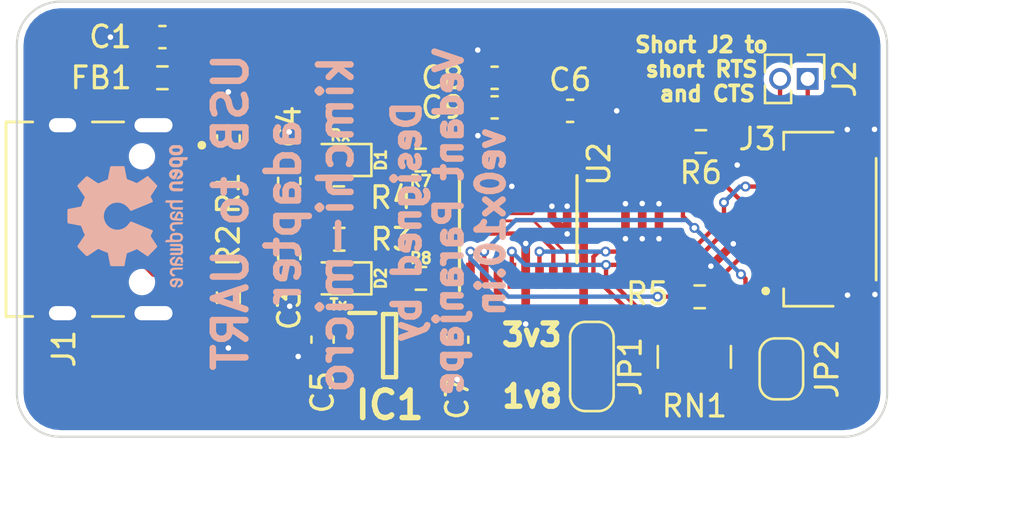
<source format=kicad_pcb>
(kicad_pcb (version 20171130) (host pcbnew 5.1.10-88a1d61d58~90~ubuntu20.04.1)

  (general
    (thickness 1.6)
    (drawings 17)
    (tracks 415)
    (zones 0)
    (modules 28)
    (nets 29)
  )

  (page A4)
  (layers
    (0 F.Cu signal)
    (31 B.Cu signal)
    (32 B.Adhes user)
    (33 F.Adhes user)
    (34 B.Paste user)
    (35 F.Paste user)
    (36 B.SilkS user)
    (37 F.SilkS user)
    (38 B.Mask user)
    (39 F.Mask user)
    (40 Dwgs.User user)
    (41 Cmts.User user)
    (42 Eco1.User user)
    (43 Eco2.User user)
    (44 Edge.Cuts user)
    (45 Margin user)
    (46 B.CrtYd user)
    (47 F.CrtYd user)
    (48 B.Fab user)
    (49 F.Fab user)
  )

  (setup
    (last_trace_width 0.127)
    (user_trace_width 0.0762)
    (user_trace_width 0.0889)
    (user_trace_width 0.091186)
    (user_trace_width 0.101346)
    (user_trace_width 0.1016)
    (user_trace_width 0.10668)
    (user_trace_width 0.121666)
    (user_trace_width 0.12192)
    (user_trace_width 0.126746)
    (user_trace_width 0.127)
    (user_trace_width 0.1397)
    (user_trace_width 0.15)
    (user_trace_width 0.2)
    (user_trace_width 0.254)
    (user_trace_width 0.3)
    (user_trace_width 0.35)
    (user_trace_width 0.4)
    (user_trace_width 0.5)
    (user_trace_width 0.75)
    (user_trace_width 1)
    (trace_clearance 0.127)
    (zone_clearance 0.508)
    (zone_45_only no)
    (trace_min 0.0762)
    (via_size 0.4572)
    (via_drill 0.254)
    (via_min_size 0.3048)
    (via_min_drill 0.1016)
    (user_via 0.4 0.2)
    (user_via 0.4064 0.2)
    (user_via 0.4572 0.254)
    (user_via 0.5 0.3)
    (user_via 0.6 0.2)
    (user_via 0.7 0.4)
    (user_via 1 0.4)
    (uvia_size 0.4572)
    (uvia_drill 0.254)
    (uvias_allowed no)
    (uvia_min_size 0.2)
    (uvia_min_drill 0.1)
    (edge_width 0.15)
    (segment_width 0.2)
    (pcb_text_width 0.3)
    (pcb_text_size 1.5 1.5)
    (mod_edge_width 0.1)
    (mod_text_size 0.5 0.5)
    (mod_text_width 0.1)
    (pad_size 0.508 0.508)
    (pad_drill 0.254)
    (pad_to_mask_clearance 0)
    (aux_axis_origin 0 0)
    (visible_elements FFFFFF7F)
    (pcbplotparams
      (layerselection 0x010fc_ffffffff)
      (usegerberextensions false)
      (usegerberattributes true)
      (usegerberadvancedattributes true)
      (creategerberjobfile true)
      (excludeedgelayer true)
      (linewidth 0.100000)
      (plotframeref false)
      (viasonmask false)
      (mode 1)
      (useauxorigin false)
      (hpglpennumber 1)
      (hpglpenspeed 20)
      (hpglpendiameter 15.000000)
      (psnegative false)
      (psa4output false)
      (plotreference true)
      (plotvalue true)
      (plotinvisibletext false)
      (padsonsilk false)
      (subtractmaskfromsilk false)
      (outputformat 1)
      (mirror false)
      (drillshape 0)
      (scaleselection 1)
      (outputdirectory "gerbers/"))
  )

  (net 0 "")
  (net 1 VBUS)
  (net 2 GND)
  (net 3 /D+)
  (net 4 /D-)
  (net 5 +3V3)
  (net 6 +1V8)
  (net 7 "Net-(D1-Pad1)")
  (net 8 "Net-(D2-Pad1)")
  (net 9 "Net-(FB1-Pad2)")
  (net 10 "Net-(IC1-Pad4)")
  (net 11 "Net-(J1-PadA5)")
  (net 12 "Net-(J1-PadB8)")
  (net 13 "Net-(J1-PadA8)")
  (net 14 "Net-(J1-PadB5)")
  (net 15 /CTS)
  (net 16 /RTS)
  (net 17 /VCC_KIMCHI)
  (net 18 "Net-(J3-Pad2)")
  (net 19 /RX)
  (net 20 "Net-(J3-Pad4)")
  (net 21 /VCCIO)
  (net 22 /D1+)
  (net 23 /D1-)
  (net 24 /TX)
  (net 25 "Net-(R7-Pad1)")
  (net 26 "Net-(R8-Pad2)")
  (net 27 "Net-(U2-Pad15)")
  (net 28 "Net-(U2-Pad16)")

  (net_class Default "This is the default net class."
    (clearance 0.127)
    (trace_width 0.127)
    (via_dia 0.4572)
    (via_drill 0.254)
    (uvia_dia 0.4572)
    (uvia_drill 0.254)
    (diff_pair_width 0.127)
    (diff_pair_gap 0.127)
    (add_net +1V8)
    (add_net +3V3)
    (add_net /CTS)
    (add_net /D+)
    (add_net /D-)
    (add_net /D1+)
    (add_net /D1-)
    (add_net /RTS)
    (add_net /RX)
    (add_net /TX)
    (add_net /VCCIO)
    (add_net /VCC_KIMCHI)
    (add_net GND)
    (add_net "Net-(D1-Pad1)")
    (add_net "Net-(D2-Pad1)")
    (add_net "Net-(FB1-Pad2)")
    (add_net "Net-(IC1-Pad4)")
    (add_net "Net-(J1-PadA5)")
    (add_net "Net-(J1-PadA8)")
    (add_net "Net-(J1-PadB5)")
    (add_net "Net-(J1-PadB8)")
    (add_net "Net-(J3-Pad2)")
    (add_net "Net-(J3-Pad4)")
    (add_net "Net-(R7-Pad1)")
    (add_net "Net-(R8-Pad2)")
    (add_net "Net-(U2-Pad15)")
    (add_net "Net-(U2-Pad16)")
    (add_net VBUS)
  )

  (net_class CSI/DSI ""
    (clearance 0.127)
    (trace_width 0.121666)
    (via_dia 0.4)
    (via_drill 0.2)
    (uvia_dia 0.3)
    (uvia_drill 0.1)
    (diff_pair_width 0.086106)
    (diff_pair_gap 0.10414)
  )

  (net_class PCIE ""
    (clearance 0.127)
    (trace_width 0.121666)
    (via_dia 0.4)
    (via_drill 0.2)
    (uvia_dia 0.3)
    (uvia_drill 0.1)
    (diff_pair_width 0.126746)
    (diff_pair_gap 0.1016)
  )

  (net_class USB ""
    (clearance 0.127)
    (trace_width 0.121666)
    (via_dia 0.4)
    (via_drill 0.2)
    (uvia_dia 0.3)
    (uvia_drill 0.1)
    (diff_pair_width 0.101346)
    (diff_pair_gap 0.0889)
  )

  (module Symbol:OSHW-Logo2_7.3x6mm_SilkScreen (layer B.Cu) (tedit 0) (tstamp 60E9CB49)
    (at 138.93546 100.2411 270)
    (descr "Open Source Hardware Symbol")
    (tags "Logo Symbol OSHW")
    (attr virtual)
    (fp_text reference REF** (at 0 0 270) (layer B.SilkS) hide
      (effects (font (size 1 1) (thickness 0.15)) (justify mirror))
    )
    (fp_text value OSHW-Logo2_7.3x6mm_SilkScreen (at 0.75 0 270) (layer B.Fab) hide
      (effects (font (size 1 1) (thickness 0.15)) (justify mirror))
    )
    (fp_poly (pts (xy 0.10391 2.757652) (xy 0.182454 2.757222) (xy 0.239298 2.756058) (xy 0.278105 2.753793)
      (xy 0.302538 2.75006) (xy 0.316262 2.744494) (xy 0.32294 2.736727) (xy 0.326236 2.726395)
      (xy 0.326556 2.725057) (xy 0.331562 2.700921) (xy 0.340829 2.653299) (xy 0.353392 2.587259)
      (xy 0.368287 2.507872) (xy 0.384551 2.420204) (xy 0.385119 2.417125) (xy 0.40141 2.331211)
      (xy 0.416652 2.255304) (xy 0.429861 2.193955) (xy 0.440054 2.151718) (xy 0.446248 2.133145)
      (xy 0.446543 2.132816) (xy 0.464788 2.123747) (xy 0.502405 2.108633) (xy 0.551271 2.090738)
      (xy 0.551543 2.090642) (xy 0.613093 2.067507) (xy 0.685657 2.038035) (xy 0.754057 2.008403)
      (xy 0.757294 2.006938) (xy 0.868702 1.956374) (xy 1.115399 2.12484) (xy 1.191077 2.176197)
      (xy 1.259631 2.222111) (xy 1.317088 2.25997) (xy 1.359476 2.287163) (xy 1.382825 2.301079)
      (xy 1.385042 2.302111) (xy 1.40201 2.297516) (xy 1.433701 2.275345) (xy 1.481352 2.234553)
      (xy 1.546198 2.174095) (xy 1.612397 2.109773) (xy 1.676214 2.046388) (xy 1.733329 1.988549)
      (xy 1.780305 1.939825) (xy 1.813703 1.90379) (xy 1.830085 1.884016) (xy 1.830694 1.882998)
      (xy 1.832505 1.869428) (xy 1.825683 1.847267) (xy 1.80854 1.813522) (xy 1.779393 1.7652)
      (xy 1.736555 1.699308) (xy 1.679448 1.614483) (xy 1.628766 1.539823) (xy 1.583461 1.47286)
      (xy 1.54615 1.417484) (xy 1.519452 1.37758) (xy 1.505985 1.357038) (xy 1.505137 1.355644)
      (xy 1.506781 1.335962) (xy 1.519245 1.297707) (xy 1.540048 1.248111) (xy 1.547462 1.232272)
      (xy 1.579814 1.16171) (xy 1.614328 1.081647) (xy 1.642365 1.012371) (xy 1.662568 0.960955)
      (xy 1.678615 0.921881) (xy 1.687888 0.901459) (xy 1.689041 0.899886) (xy 1.706096 0.897279)
      (xy 1.746298 0.890137) (xy 1.804302 0.879477) (xy 1.874763 0.866315) (xy 1.952335 0.851667)
      (xy 2.031672 0.836551) (xy 2.107431 0.821982) (xy 2.174264 0.808978) (xy 2.226828 0.798555)
      (xy 2.259776 0.79173) (xy 2.267857 0.789801) (xy 2.276205 0.785038) (xy 2.282506 0.774282)
      (xy 2.287045 0.753902) (xy 2.290104 0.720266) (xy 2.291967 0.669745) (xy 2.292918 0.598708)
      (xy 2.29324 0.503524) (xy 2.293257 0.464508) (xy 2.293257 0.147201) (xy 2.217057 0.132161)
      (xy 2.174663 0.124005) (xy 2.1114 0.112101) (xy 2.034962 0.097884) (xy 1.953043 0.08279)
      (xy 1.9304 0.078645) (xy 1.854806 0.063947) (xy 1.788953 0.049495) (xy 1.738366 0.036625)
      (xy 1.708574 0.026678) (xy 1.703612 0.023713) (xy 1.691426 0.002717) (xy 1.673953 -0.037967)
      (xy 1.654577 -0.090322) (xy 1.650734 -0.1016) (xy 1.625339 -0.171523) (xy 1.593817 -0.250418)
      (xy 1.562969 -0.321266) (xy 1.562817 -0.321595) (xy 1.511447 -0.432733) (xy 1.680399 -0.681253)
      (xy 1.849352 -0.929772) (xy 1.632429 -1.147058) (xy 1.566819 -1.211726) (xy 1.506979 -1.268733)
      (xy 1.456267 -1.315033) (xy 1.418046 -1.347584) (xy 1.395675 -1.363343) (xy 1.392466 -1.364343)
      (xy 1.373626 -1.356469) (xy 1.33518 -1.334578) (xy 1.28133 -1.301267) (xy 1.216276 -1.259131)
      (xy 1.14594 -1.211943) (xy 1.074555 -1.16381) (xy 1.010908 -1.121928) (xy 0.959041 -1.088871)
      (xy 0.922995 -1.067218) (xy 0.906867 -1.059543) (xy 0.887189 -1.066037) (xy 0.849875 -1.08315)
      (xy 0.802621 -1.107326) (xy 0.797612 -1.110013) (xy 0.733977 -1.141927) (xy 0.690341 -1.157579)
      (xy 0.663202 -1.157745) (xy 0.649057 -1.143204) (xy 0.648975 -1.143) (xy 0.641905 -1.125779)
      (xy 0.625042 -1.084899) (xy 0.599695 -1.023525) (xy 0.567171 -0.944819) (xy 0.528778 -0.851947)
      (xy 0.485822 -0.748072) (xy 0.444222 -0.647502) (xy 0.398504 -0.536516) (xy 0.356526 -0.433703)
      (xy 0.319548 -0.342215) (xy 0.288827 -0.265201) (xy 0.265622 -0.205815) (xy 0.25119 -0.167209)
      (xy 0.246743 -0.1528) (xy 0.257896 -0.136272) (xy 0.287069 -0.10993) (xy 0.325971 -0.080887)
      (xy 0.436757 0.010961) (xy 0.523351 0.116241) (xy 0.584716 0.232734) (xy 0.619815 0.358224)
      (xy 0.627608 0.490493) (xy 0.621943 0.551543) (xy 0.591078 0.678205) (xy 0.53792 0.790059)
      (xy 0.465767 0.885999) (xy 0.377917 0.964924) (xy 0.277665 1.02573) (xy 0.16831 1.067313)
      (xy 0.053147 1.088572) (xy -0.064525 1.088401) (xy -0.18141 1.065699) (xy -0.294211 1.019362)
      (xy -0.399631 0.948287) (xy -0.443632 0.908089) (xy -0.528021 0.804871) (xy -0.586778 0.692075)
      (xy -0.620296 0.57299) (xy -0.628965 0.450905) (xy -0.613177 0.329107) (xy -0.573322 0.210884)
      (xy -0.509793 0.099525) (xy -0.422979 -0.001684) (xy -0.325971 -0.080887) (xy -0.285563 -0.111162)
      (xy -0.257018 -0.137219) (xy -0.246743 -0.152825) (xy -0.252123 -0.169843) (xy -0.267425 -0.2105)
      (xy -0.291388 -0.271642) (xy -0.322756 -0.350119) (xy -0.360268 -0.44278) (xy -0.402667 -0.546472)
      (xy -0.444337 -0.647526) (xy -0.49031 -0.758607) (xy -0.532893 -0.861541) (xy -0.570779 -0.953165)
      (xy -0.60266 -1.030316) (xy -0.627229 -1.089831) (xy -0.64318 -1.128544) (xy -0.64909 -1.143)
      (xy -0.663052 -1.157685) (xy -0.69006 -1.157642) (xy -0.733587 -1.142099) (xy -0.79711 -1.110284)
      (xy -0.797612 -1.110013) (xy -0.84544 -1.085323) (xy -0.884103 -1.067338) (xy -0.905905 -1.059614)
      (xy -0.906867 -1.059543) (xy -0.923279 -1.067378) (xy -0.959513 -1.089165) (xy -1.011526 -1.122328)
      (xy -1.075275 -1.164291) (xy -1.14594 -1.211943) (xy -1.217884 -1.260191) (xy -1.282726 -1.302151)
      (xy -1.336265 -1.335227) (xy -1.374303 -1.356821) (xy -1.392467 -1.364343) (xy -1.409192 -1.354457)
      (xy -1.44282 -1.326826) (xy -1.48999 -1.284495) (xy -1.547342 -1.230505) (xy -1.611516 -1.167899)
      (xy -1.632503 -1.146983) (xy -1.849501 -0.929623) (xy -1.684332 -0.68722) (xy -1.634136 -0.612781)
      (xy -1.590081 -0.545972) (xy -1.554638 -0.490665) (xy -1.530281 -0.450729) (xy -1.519478 -0.430036)
      (xy -1.519162 -0.428563) (xy -1.524857 -0.409058) (xy -1.540174 -0.369822) (xy -1.562463 -0.31743)
      (xy -1.578107 -0.282355) (xy -1.607359 -0.215201) (xy -1.634906 -0.147358) (xy -1.656263 -0.090034)
      (xy -1.662065 -0.072572) (xy -1.678548 -0.025938) (xy -1.69466 0.010095) (xy -1.70351 0.023713)
      (xy -1.72304 0.032048) (xy -1.765666 0.043863) (xy -1.825855 0.057819) (xy -1.898078 0.072578)
      (xy -1.9304 0.078645) (xy -2.012478 0.093727) (xy -2.091205 0.108331) (xy -2.158891 0.12102)
      (xy -2.20784 0.130358) (xy -2.217057 0.132161) (xy -2.293257 0.147201) (xy -2.293257 0.464508)
      (xy -2.293086 0.568846) (xy -2.292384 0.647787) (xy -2.290866 0.704962) (xy -2.288251 0.744001)
      (xy -2.284254 0.768535) (xy -2.278591 0.782195) (xy -2.27098 0.788611) (xy -2.267857 0.789801)
      (xy -2.249022 0.79402) (xy -2.207412 0.802438) (xy -2.14837 0.814039) (xy -2.077243 0.827805)
      (xy -1.999375 0.84272) (xy -1.920113 0.857768) (xy -1.844802 0.871931) (xy -1.778787 0.884194)
      (xy -1.727413 0.893539) (xy -1.696025 0.89895) (xy -1.689041 0.899886) (xy -1.682715 0.912404)
      (xy -1.66871 0.945754) (xy -1.649645 0.993623) (xy -1.642366 1.012371) (xy -1.613004 1.084805)
      (xy -1.578429 1.16483) (xy -1.547463 1.232272) (xy -1.524677 1.283841) (xy -1.509518 1.326215)
      (xy -1.504458 1.352166) (xy -1.505264 1.355644) (xy -1.515959 1.372064) (xy -1.54038 1.408583)
      (xy -1.575905 1.461313) (xy -1.619913 1.526365) (xy -1.669783 1.599849) (xy -1.679644 1.614355)
      (xy -1.737508 1.700296) (xy -1.780044 1.765739) (xy -1.808946 1.813696) (xy -1.82591 1.84718)
      (xy -1.832633 1.869205) (xy -1.83081 1.882783) (xy -1.830764 1.882869) (xy -1.816414 1.900703)
      (xy -1.784677 1.935183) (xy -1.73899 1.982732) (xy -1.682796 2.039778) (xy -1.619532 2.102745)
      (xy -1.612398 2.109773) (xy -1.53267 2.18698) (xy -1.471143 2.24367) (xy -1.426579 2.28089)
      (xy -1.397743 2.299685) (xy -1.385042 2.302111) (xy -1.366506 2.291529) (xy -1.328039 2.267084)
      (xy -1.273614 2.231388) (xy -1.207202 2.187053) (xy -1.132775 2.136689) (xy -1.115399 2.12484)
      (xy -0.868703 1.956374) (xy -0.757294 2.006938) (xy -0.689543 2.036405) (xy -0.616817 2.066041)
      (xy -0.554297 2.08967) (xy -0.551543 2.090642) (xy -0.50264 2.108543) (xy -0.464943 2.12368)
      (xy -0.446575 2.13279) (xy -0.446544 2.132816) (xy -0.440715 2.149283) (xy -0.430808 2.189781)
      (xy -0.417805 2.249758) (xy -0.402691 2.32466) (xy -0.386448 2.409936) (xy -0.385119 2.417125)
      (xy -0.368825 2.504986) (xy -0.353867 2.58474) (xy -0.341209 2.651319) (xy -0.331814 2.699653)
      (xy -0.326646 2.724675) (xy -0.326556 2.725057) (xy -0.323411 2.735701) (xy -0.317296 2.743738)
      (xy -0.304547 2.749533) (xy -0.2815 2.753453) (xy -0.244491 2.755865) (xy -0.189856 2.757135)
      (xy -0.113933 2.757629) (xy -0.013056 2.757714) (xy 0 2.757714) (xy 0.10391 2.757652)) (layer B.SilkS) (width 0.01))
    (fp_poly (pts (xy 3.153595 -1.966966) (xy 3.211021 -2.004497) (xy 3.238719 -2.038096) (xy 3.260662 -2.099064)
      (xy 3.262405 -2.147308) (xy 3.258457 -2.211816) (xy 3.109686 -2.276934) (xy 3.037349 -2.310202)
      (xy 2.990084 -2.336964) (xy 2.965507 -2.360144) (xy 2.961237 -2.382667) (xy 2.974889 -2.407455)
      (xy 2.989943 -2.423886) (xy 3.033746 -2.450235) (xy 3.081389 -2.452081) (xy 3.125145 -2.431546)
      (xy 3.157289 -2.390752) (xy 3.163038 -2.376347) (xy 3.190576 -2.331356) (xy 3.222258 -2.312182)
      (xy 3.265714 -2.295779) (xy 3.265714 -2.357966) (xy 3.261872 -2.400283) (xy 3.246823 -2.435969)
      (xy 3.21528 -2.476943) (xy 3.210592 -2.482267) (xy 3.175506 -2.51872) (xy 3.145347 -2.538283)
      (xy 3.107615 -2.547283) (xy 3.076335 -2.55023) (xy 3.020385 -2.550965) (xy 2.980555 -2.54166)
      (xy 2.955708 -2.527846) (xy 2.916656 -2.497467) (xy 2.889625 -2.464613) (xy 2.872517 -2.423294)
      (xy 2.863238 -2.367521) (xy 2.859693 -2.291305) (xy 2.85941 -2.252622) (xy 2.860372 -2.206247)
      (xy 2.948007 -2.206247) (xy 2.949023 -2.231126) (xy 2.951556 -2.2352) (xy 2.968274 -2.229665)
      (xy 3.004249 -2.215017) (xy 3.052331 -2.19419) (xy 3.062386 -2.189714) (xy 3.123152 -2.158814)
      (xy 3.156632 -2.131657) (xy 3.16399 -2.10622) (xy 3.146391 -2.080481) (xy 3.131856 -2.069109)
      (xy 3.07941 -2.046364) (xy 3.030322 -2.050122) (xy 2.989227 -2.077884) (xy 2.960758 -2.127152)
      (xy 2.951631 -2.166257) (xy 2.948007 -2.206247) (xy 2.860372 -2.206247) (xy 2.861285 -2.162249)
      (xy 2.868196 -2.095384) (xy 2.881884 -2.046695) (xy 2.904096 -2.010849) (xy 2.936574 -1.982513)
      (xy 2.950733 -1.973355) (xy 3.015053 -1.949507) (xy 3.085473 -1.948006) (xy 3.153595 -1.966966)) (layer B.SilkS) (width 0.01))
    (fp_poly (pts (xy 2.6526 -1.958752) (xy 2.669948 -1.966334) (xy 2.711356 -1.999128) (xy 2.746765 -2.046547)
      (xy 2.768664 -2.097151) (xy 2.772229 -2.122098) (xy 2.760279 -2.156927) (xy 2.734067 -2.175357)
      (xy 2.705964 -2.186516) (xy 2.693095 -2.188572) (xy 2.686829 -2.173649) (xy 2.674456 -2.141175)
      (xy 2.669028 -2.126502) (xy 2.63859 -2.075744) (xy 2.59452 -2.050427) (xy 2.53801 -2.051206)
      (xy 2.533825 -2.052203) (xy 2.503655 -2.066507) (xy 2.481476 -2.094393) (xy 2.466327 -2.139287)
      (xy 2.45725 -2.204615) (xy 2.453286 -2.293804) (xy 2.452914 -2.341261) (xy 2.45273 -2.416071)
      (xy 2.451522 -2.467069) (xy 2.448309 -2.499471) (xy 2.442109 -2.518495) (xy 2.43194 -2.529356)
      (xy 2.416819 -2.537272) (xy 2.415946 -2.53767) (xy 2.386828 -2.549981) (xy 2.372403 -2.554514)
      (xy 2.370186 -2.540809) (xy 2.368289 -2.502925) (xy 2.366847 -2.445715) (xy 2.365998 -2.374027)
      (xy 2.365829 -2.321565) (xy 2.366692 -2.220047) (xy 2.37007 -2.143032) (xy 2.377142 -2.086023)
      (xy 2.389088 -2.044526) (xy 2.40709 -2.014043) (xy 2.432327 -1.99008) (xy 2.457247 -1.973355)
      (xy 2.517171 -1.951097) (xy 2.586911 -1.946076) (xy 2.6526 -1.958752)) (layer B.SilkS) (width 0.01))
    (fp_poly (pts (xy 2.144876 -1.956335) (xy 2.186667 -1.975344) (xy 2.219469 -1.998378) (xy 2.243503 -2.024133)
      (xy 2.260097 -2.057358) (xy 2.270577 -2.1028) (xy 2.276271 -2.165207) (xy 2.278507 -2.249327)
      (xy 2.278743 -2.304721) (xy 2.278743 -2.520826) (xy 2.241774 -2.53767) (xy 2.212656 -2.549981)
      (xy 2.198231 -2.554514) (xy 2.195472 -2.541025) (xy 2.193282 -2.504653) (xy 2.191942 -2.451542)
      (xy 2.191657 -2.409372) (xy 2.190434 -2.348447) (xy 2.187136 -2.300115) (xy 2.182321 -2.270518)
      (xy 2.178496 -2.264229) (xy 2.152783 -2.270652) (xy 2.112418 -2.287125) (xy 2.065679 -2.309458)
      (xy 2.020845 -2.333457) (xy 1.986193 -2.35493) (xy 1.970002 -2.369685) (xy 1.969938 -2.369845)
      (xy 1.97133 -2.397152) (xy 1.983818 -2.423219) (xy 2.005743 -2.444392) (xy 2.037743 -2.451474)
      (xy 2.065092 -2.450649) (xy 2.103826 -2.450042) (xy 2.124158 -2.459116) (xy 2.136369 -2.483092)
      (xy 2.137909 -2.487613) (xy 2.143203 -2.521806) (xy 2.129047 -2.542568) (xy 2.092148 -2.552462)
      (xy 2.052289 -2.554292) (xy 1.980562 -2.540727) (xy 1.943432 -2.521355) (xy 1.897576 -2.475845)
      (xy 1.873256 -2.419983) (xy 1.871073 -2.360957) (xy 1.891629 -2.305953) (xy 1.922549 -2.271486)
      (xy 1.95342 -2.252189) (xy 2.001942 -2.227759) (xy 2.058485 -2.202985) (xy 2.06791 -2.199199)
      (xy 2.130019 -2.171791) (xy 2.165822 -2.147634) (xy 2.177337 -2.123619) (xy 2.16658 -2.096635)
      (xy 2.148114 -2.075543) (xy 2.104469 -2.049572) (xy 2.056446 -2.047624) (xy 2.012406 -2.067637)
      (xy 1.980709 -2.107551) (xy 1.976549 -2.117848) (xy 1.952327 -2.155724) (xy 1.916965 -2.183842)
      (xy 1.872343 -2.206917) (xy 1.872343 -2.141485) (xy 1.874969 -2.101506) (xy 1.88623 -2.069997)
      (xy 1.911199 -2.036378) (xy 1.935169 -2.010484) (xy 1.972441 -1.973817) (xy 2.001401 -1.954121)
      (xy 2.032505 -1.94622) (xy 2.067713 -1.944914) (xy 2.144876 -1.956335)) (layer B.SilkS) (width 0.01))
    (fp_poly (pts (xy 1.779833 -1.958663) (xy 1.782048 -1.99685) (xy 1.783784 -2.054886) (xy 1.784899 -2.12818)
      (xy 1.785257 -2.205055) (xy 1.785257 -2.465196) (xy 1.739326 -2.511127) (xy 1.707675 -2.539429)
      (xy 1.67989 -2.550893) (xy 1.641915 -2.550168) (xy 1.62684 -2.548321) (xy 1.579726 -2.542948)
      (xy 1.540756 -2.539869) (xy 1.531257 -2.539585) (xy 1.499233 -2.541445) (xy 1.453432 -2.546114)
      (xy 1.435674 -2.548321) (xy 1.392057 -2.551735) (xy 1.362745 -2.54432) (xy 1.33368 -2.521427)
      (xy 1.323188 -2.511127) (xy 1.277257 -2.465196) (xy 1.277257 -1.978602) (xy 1.314226 -1.961758)
      (xy 1.346059 -1.949282) (xy 1.364683 -1.944914) (xy 1.369458 -1.958718) (xy 1.373921 -1.997286)
      (xy 1.377775 -2.056356) (xy 1.380722 -2.131663) (xy 1.382143 -2.195286) (xy 1.386114 -2.445657)
      (xy 1.420759 -2.450556) (xy 1.452268 -2.447131) (xy 1.467708 -2.436041) (xy 1.472023 -2.415308)
      (xy 1.475708 -2.371145) (xy 1.478469 -2.309146) (xy 1.480012 -2.234909) (xy 1.480235 -2.196706)
      (xy 1.480457 -1.976783) (xy 1.526166 -1.960849) (xy 1.558518 -1.950015) (xy 1.576115 -1.944962)
      (xy 1.576623 -1.944914) (xy 1.578388 -1.958648) (xy 1.580329 -1.99673) (xy 1.582282 -2.054482)
      (xy 1.584084 -2.127227) (xy 1.585343 -2.195286) (xy 1.589314 -2.445657) (xy 1.6764 -2.445657)
      (xy 1.680396 -2.21724) (xy 1.684392 -1.988822) (xy 1.726847 -1.966868) (xy 1.758192 -1.951793)
      (xy 1.776744 -1.944951) (xy 1.777279 -1.944914) (xy 1.779833 -1.958663)) (layer B.SilkS) (width 0.01))
    (fp_poly (pts (xy 1.190117 -2.065358) (xy 1.189933 -2.173837) (xy 1.189219 -2.257287) (xy 1.187675 -2.319704)
      (xy 1.185001 -2.365085) (xy 1.180894 -2.397429) (xy 1.175055 -2.420733) (xy 1.167182 -2.438995)
      (xy 1.161221 -2.449418) (xy 1.111855 -2.505945) (xy 1.049264 -2.541377) (xy 0.980013 -2.55409)
      (xy 0.910668 -2.542463) (xy 0.869375 -2.521568) (xy 0.826025 -2.485422) (xy 0.796481 -2.441276)
      (xy 0.778655 -2.383462) (xy 0.770463 -2.306313) (xy 0.769302 -2.249714) (xy 0.769458 -2.245647)
      (xy 0.870857 -2.245647) (xy 0.871476 -2.31055) (xy 0.874314 -2.353514) (xy 0.88084 -2.381622)
      (xy 0.892523 -2.401953) (xy 0.906483 -2.417288) (xy 0.953365 -2.44689) (xy 1.003701 -2.449419)
      (xy 1.051276 -2.424705) (xy 1.054979 -2.421356) (xy 1.070783 -2.403935) (xy 1.080693 -2.383209)
      (xy 1.086058 -2.352362) (xy 1.088228 -2.304577) (xy 1.088571 -2.251748) (xy 1.087827 -2.185381)
      (xy 1.084748 -2.141106) (xy 1.078061 -2.112009) (xy 1.066496 -2.091173) (xy 1.057013 -2.080107)
      (xy 1.01296 -2.052198) (xy 0.962224 -2.048843) (xy 0.913796 -2.070159) (xy 0.90445 -2.078073)
      (xy 0.88854 -2.095647) (xy 0.87861 -2.116587) (xy 0.873278 -2.147782) (xy 0.871163 -2.196122)
      (xy 0.870857 -2.245647) (xy 0.769458 -2.245647) (xy 0.77281 -2.158568) (xy 0.784726 -2.090086)
      (xy 0.807135 -2.0386) (xy 0.842124 -1.998443) (xy 0.869375 -1.977861) (xy 0.918907 -1.955625)
      (xy 0.976316 -1.945304) (xy 1.029682 -1.948067) (xy 1.059543 -1.959212) (xy 1.071261 -1.962383)
      (xy 1.079037 -1.950557) (xy 1.084465 -1.918866) (xy 1.088571 -1.870593) (xy 1.093067 -1.816829)
      (xy 1.099313 -1.784482) (xy 1.110676 -1.765985) (xy 1.130528 -1.75377) (xy 1.143 -1.748362)
      (xy 1.190171 -1.728601) (xy 1.190117 -2.065358)) (layer B.SilkS) (width 0.01))
    (fp_poly (pts (xy 0.529926 -1.949755) (xy 0.595858 -1.974084) (xy 0.649273 -2.017117) (xy 0.670164 -2.047409)
      (xy 0.692939 -2.102994) (xy 0.692466 -2.143186) (xy 0.668562 -2.170217) (xy 0.659717 -2.174813)
      (xy 0.62153 -2.189144) (xy 0.602028 -2.185472) (xy 0.595422 -2.161407) (xy 0.595086 -2.148114)
      (xy 0.582992 -2.09921) (xy 0.551471 -2.064999) (xy 0.507659 -2.048476) (xy 0.458695 -2.052634)
      (xy 0.418894 -2.074227) (xy 0.40545 -2.086544) (xy 0.395921 -2.101487) (xy 0.389485 -2.124075)
      (xy 0.385317 -2.159328) (xy 0.382597 -2.212266) (xy 0.380502 -2.287907) (xy 0.37996 -2.311857)
      (xy 0.377981 -2.39379) (xy 0.375731 -2.451455) (xy 0.372357 -2.489608) (xy 0.367006 -2.513004)
      (xy 0.358824 -2.526398) (xy 0.346959 -2.534545) (xy 0.339362 -2.538144) (xy 0.307102 -2.550452)
      (xy 0.288111 -2.554514) (xy 0.281836 -2.540948) (xy 0.278006 -2.499934) (xy 0.2766 -2.430999)
      (xy 0.277598 -2.333669) (xy 0.277908 -2.318657) (xy 0.280101 -2.229859) (xy 0.282693 -2.165019)
      (xy 0.286382 -2.119067) (xy 0.291864 -2.086935) (xy 0.299835 -2.063553) (xy 0.310993 -2.043852)
      (xy 0.31683 -2.03541) (xy 0.350296 -1.998057) (xy 0.387727 -1.969003) (xy 0.392309 -1.966467)
      (xy 0.459426 -1.946443) (xy 0.529926 -1.949755)) (layer B.SilkS) (width 0.01))
    (fp_poly (pts (xy 0.039744 -1.950968) (xy 0.096616 -1.972087) (xy 0.097267 -1.972493) (xy 0.13244 -1.99838)
      (xy 0.158407 -2.028633) (xy 0.17667 -2.068058) (xy 0.188732 -2.121462) (xy 0.196096 -2.193651)
      (xy 0.200264 -2.289432) (xy 0.200629 -2.303078) (xy 0.205876 -2.508842) (xy 0.161716 -2.531678)
      (xy 0.129763 -2.54711) (xy 0.11047 -2.554423) (xy 0.109578 -2.554514) (xy 0.106239 -2.541022)
      (xy 0.103587 -2.504626) (xy 0.101956 -2.451452) (xy 0.1016 -2.408393) (xy 0.101592 -2.338641)
      (xy 0.098403 -2.294837) (xy 0.087288 -2.273944) (xy 0.063501 -2.272925) (xy 0.022296 -2.288741)
      (xy -0.039914 -2.317815) (xy -0.085659 -2.341963) (xy -0.109187 -2.362913) (xy -0.116104 -2.385747)
      (xy -0.116114 -2.386877) (xy -0.104701 -2.426212) (xy -0.070908 -2.447462) (xy -0.019191 -2.450539)
      (xy 0.018061 -2.450006) (xy 0.037703 -2.460735) (xy 0.049952 -2.486505) (xy 0.057002 -2.519337)
      (xy 0.046842 -2.537966) (xy 0.043017 -2.540632) (xy 0.007001 -2.55134) (xy -0.043434 -2.552856)
      (xy -0.095374 -2.545759) (xy -0.132178 -2.532788) (xy -0.183062 -2.489585) (xy -0.211986 -2.429446)
      (xy -0.217714 -2.382462) (xy -0.213343 -2.340082) (xy -0.197525 -2.305488) (xy -0.166203 -2.274763)
      (xy -0.115322 -2.24399) (xy -0.040824 -2.209252) (xy -0.036286 -2.207288) (xy 0.030821 -2.176287)
      (xy 0.072232 -2.150862) (xy 0.089981 -2.128014) (xy 0.086107 -2.104745) (xy 0.062643 -2.078056)
      (xy 0.055627 -2.071914) (xy 0.00863 -2.0481) (xy -0.040067 -2.049103) (xy -0.082478 -2.072451)
      (xy -0.110616 -2.115675) (xy -0.113231 -2.12416) (xy -0.138692 -2.165308) (xy -0.170999 -2.185128)
      (xy -0.217714 -2.20477) (xy -0.217714 -2.15395) (xy -0.203504 -2.080082) (xy -0.161325 -2.012327)
      (xy -0.139376 -1.989661) (xy -0.089483 -1.960569) (xy -0.026033 -1.9474) (xy 0.039744 -1.950968)) (layer B.SilkS) (width 0.01))
    (fp_poly (pts (xy -0.624114 -1.851289) (xy -0.619861 -1.910613) (xy -0.614975 -1.945572) (xy -0.608205 -1.96082)
      (xy -0.598298 -1.961015) (xy -0.595086 -1.959195) (xy -0.552356 -1.946015) (xy -0.496773 -1.946785)
      (xy -0.440263 -1.960333) (xy -0.404918 -1.977861) (xy -0.368679 -2.005861) (xy -0.342187 -2.037549)
      (xy -0.324001 -2.077813) (xy -0.312678 -2.131543) (xy -0.306778 -2.203626) (xy -0.304857 -2.298951)
      (xy -0.304823 -2.317237) (xy -0.3048 -2.522646) (xy -0.350509 -2.53858) (xy -0.382973 -2.54942)
      (xy -0.400785 -2.554468) (xy -0.401309 -2.554514) (xy -0.403063 -2.540828) (xy -0.404556 -2.503076)
      (xy -0.405674 -2.446224) (xy -0.406303 -2.375234) (xy -0.4064 -2.332073) (xy -0.406602 -2.246973)
      (xy -0.407642 -2.185981) (xy -0.410169 -2.144177) (xy -0.414836 -2.116642) (xy -0.422293 -2.098456)
      (xy -0.433189 -2.084698) (xy -0.439993 -2.078073) (xy -0.486728 -2.051375) (xy -0.537728 -2.049375)
      (xy -0.583999 -2.071955) (xy -0.592556 -2.080107) (xy -0.605107 -2.095436) (xy -0.613812 -2.113618)
      (xy -0.619369 -2.139909) (xy -0.622474 -2.179562) (xy -0.623824 -2.237832) (xy -0.624114 -2.318173)
      (xy -0.624114 -2.522646) (xy -0.669823 -2.53858) (xy -0.702287 -2.54942) (xy -0.720099 -2.554468)
      (xy -0.720623 -2.554514) (xy -0.721963 -2.540623) (xy -0.723172 -2.501439) (xy -0.724199 -2.4407)
      (xy -0.724998 -2.362141) (xy -0.725519 -2.269498) (xy -0.725714 -2.166509) (xy -0.725714 -1.769342)
      (xy -0.678543 -1.749444) (xy -0.631371 -1.729547) (xy -0.624114 -1.851289)) (layer B.SilkS) (width 0.01))
    (fp_poly (pts (xy -1.831697 -1.931239) (xy -1.774473 -1.969735) (xy -1.730251 -2.025335) (xy -1.703833 -2.096086)
      (xy -1.69849 -2.148162) (xy -1.699097 -2.169893) (xy -1.704178 -2.186531) (xy -1.718145 -2.201437)
      (xy -1.745411 -2.217973) (xy -1.790388 -2.239498) (xy -1.857489 -2.269374) (xy -1.857829 -2.269524)
      (xy -1.919593 -2.297813) (xy -1.970241 -2.322933) (xy -2.004596 -2.342179) (xy -2.017482 -2.352848)
      (xy -2.017486 -2.352934) (xy -2.006128 -2.376166) (xy -1.979569 -2.401774) (xy -1.949077 -2.420221)
      (xy -1.93363 -2.423886) (xy -1.891485 -2.411212) (xy -1.855192 -2.379471) (xy -1.837483 -2.344572)
      (xy -1.820448 -2.318845) (xy -1.787078 -2.289546) (xy -1.747851 -2.264235) (xy -1.713244 -2.250471)
      (xy -1.706007 -2.249714) (xy -1.697861 -2.26216) (xy -1.69737 -2.293972) (xy -1.703357 -2.336866)
      (xy -1.714643 -2.382558) (xy -1.73005 -2.422761) (xy -1.730829 -2.424322) (xy -1.777196 -2.489062)
      (xy -1.837289 -2.533097) (xy -1.905535 -2.554711) (xy -1.976362 -2.552185) (xy -2.044196 -2.523804)
      (xy -2.047212 -2.521808) (xy -2.100573 -2.473448) (xy -2.13566 -2.410352) (xy -2.155078 -2.327387)
      (xy -2.157684 -2.304078) (xy -2.162299 -2.194055) (xy -2.156767 -2.142748) (xy -2.017486 -2.142748)
      (xy -2.015676 -2.174753) (xy -2.005778 -2.184093) (xy -1.981102 -2.177105) (xy -1.942205 -2.160587)
      (xy -1.898725 -2.139881) (xy -1.897644 -2.139333) (xy -1.860791 -2.119949) (xy -1.846 -2.107013)
      (xy -1.849647 -2.093451) (xy -1.865005 -2.075632) (xy -1.904077 -2.049845) (xy -1.946154 -2.04795)
      (xy -1.983897 -2.066717) (xy -2.009966 -2.102915) (xy -2.017486 -2.142748) (xy -2.156767 -2.142748)
      (xy -2.152806 -2.106027) (xy -2.12845 -2.036212) (xy -2.094544 -1.987302) (xy -2.033347 -1.937878)
      (xy -1.965937 -1.913359) (xy -1.89712 -1.911797) (xy -1.831697 -1.931239)) (layer B.SilkS) (width 0.01))
    (fp_poly (pts (xy -2.958885 -1.921962) (xy -2.890855 -1.957733) (xy -2.840649 -2.015301) (xy -2.822815 -2.052312)
      (xy -2.808937 -2.107882) (xy -2.801833 -2.178096) (xy -2.80116 -2.254727) (xy -2.806573 -2.329552)
      (xy -2.81773 -2.394342) (xy -2.834286 -2.440873) (xy -2.839374 -2.448887) (xy -2.899645 -2.508707)
      (xy -2.971231 -2.544535) (xy -3.048908 -2.55502) (xy -3.127452 -2.53881) (xy -3.149311 -2.529092)
      (xy -3.191878 -2.499143) (xy -3.229237 -2.459433) (xy -3.232768 -2.454397) (xy -3.247119 -2.430124)
      (xy -3.256606 -2.404178) (xy -3.26221 -2.370022) (xy -3.264914 -2.321119) (xy -3.265701 -2.250935)
      (xy -3.265714 -2.2352) (xy -3.265678 -2.230192) (xy -3.120571 -2.230192) (xy -3.119727 -2.29643)
      (xy -3.116404 -2.340386) (xy -3.109417 -2.368779) (xy -3.097584 -2.388325) (xy -3.091543 -2.394857)
      (xy -3.056814 -2.41968) (xy -3.023097 -2.418548) (xy -2.989005 -2.397016) (xy -2.968671 -2.374029)
      (xy -2.956629 -2.340478) (xy -2.949866 -2.287569) (xy -2.949402 -2.281399) (xy -2.948248 -2.185513)
      (xy -2.960312 -2.114299) (xy -2.98543 -2.068194) (xy -3.02344 -2.047635) (xy -3.037008 -2.046514)
      (xy -3.072636 -2.052152) (xy -3.097006 -2.071686) (xy -3.111907 -2.109042) (xy -3.119125 -2.16815)
      (xy -3.120571 -2.230192) (xy -3.265678 -2.230192) (xy -3.265174 -2.160413) (xy -3.262904 -2.108159)
      (xy -3.257932 -2.071949) (xy -3.249287 -2.045299) (xy -3.235995 -2.021722) (xy -3.233057 -2.017338)
      (xy -3.183687 -1.958249) (xy -3.129891 -1.923947) (xy -3.064398 -1.910331) (xy -3.042158 -1.909665)
      (xy -2.958885 -1.921962)) (layer B.SilkS) (width 0.01))
    (fp_poly (pts (xy -1.283907 -1.92778) (xy -1.237328 -1.954723) (xy -1.204943 -1.981466) (xy -1.181258 -2.009484)
      (xy -1.164941 -2.043748) (xy -1.154661 -2.089227) (xy -1.149086 -2.150892) (xy -1.146884 -2.233711)
      (xy -1.146629 -2.293246) (xy -1.146629 -2.512391) (xy -1.208314 -2.540044) (xy -1.27 -2.567697)
      (xy -1.277257 -2.32767) (xy -1.280256 -2.238028) (xy -1.283402 -2.172962) (xy -1.287299 -2.128026)
      (xy -1.292553 -2.09877) (xy -1.299769 -2.080748) (xy -1.30955 -2.069511) (xy -1.312688 -2.067079)
      (xy -1.360239 -2.048083) (xy -1.408303 -2.0556) (xy -1.436914 -2.075543) (xy -1.448553 -2.089675)
      (xy -1.456609 -2.10822) (xy -1.461729 -2.136334) (xy -1.464559 -2.179173) (xy -1.465744 -2.241895)
      (xy -1.465943 -2.307261) (xy -1.465982 -2.389268) (xy -1.467386 -2.447316) (xy -1.472086 -2.486465)
      (xy -1.482013 -2.51178) (xy -1.499097 -2.528323) (xy -1.525268 -2.541156) (xy -1.560225 -2.554491)
      (xy -1.598404 -2.569007) (xy -1.593859 -2.311389) (xy -1.592029 -2.218519) (xy -1.589888 -2.149889)
      (xy -1.586819 -2.100711) (xy -1.582206 -2.066198) (xy -1.575432 -2.041562) (xy -1.565881 -2.022016)
      (xy -1.554366 -2.00477) (xy -1.49881 -1.94968) (xy -1.43102 -1.917822) (xy -1.357287 -1.910191)
      (xy -1.283907 -1.92778)) (layer B.SilkS) (width 0.01))
    (fp_poly (pts (xy -2.400256 -1.919918) (xy -2.344799 -1.947568) (xy -2.295852 -1.99848) (xy -2.282371 -2.017338)
      (xy -2.267686 -2.042015) (xy -2.258158 -2.068816) (xy -2.252707 -2.104587) (xy -2.250253 -2.156169)
      (xy -2.249714 -2.224267) (xy -2.252148 -2.317588) (xy -2.260606 -2.387657) (xy -2.276826 -2.439931)
      (xy -2.302546 -2.479869) (xy -2.339503 -2.512929) (xy -2.342218 -2.514886) (xy -2.37864 -2.534908)
      (xy -2.422498 -2.544815) (xy -2.478276 -2.547257) (xy -2.568952 -2.547257) (xy -2.56899 -2.635283)
      (xy -2.569834 -2.684308) (xy -2.574976 -2.713065) (xy -2.588413 -2.730311) (xy -2.614142 -2.744808)
      (xy -2.620321 -2.747769) (xy -2.649236 -2.761648) (xy -2.671624 -2.770414) (xy -2.688271 -2.771171)
      (xy -2.699964 -2.761023) (xy -2.70749 -2.737073) (xy -2.711634 -2.696426) (xy -2.713185 -2.636186)
      (xy -2.712929 -2.553455) (xy -2.711651 -2.445339) (xy -2.711252 -2.413) (xy -2.709815 -2.301524)
      (xy -2.708528 -2.228603) (xy -2.569029 -2.228603) (xy -2.568245 -2.290499) (xy -2.56476 -2.330997)
      (xy -2.556876 -2.357708) (xy -2.542895 -2.378244) (xy -2.533403 -2.38826) (xy -2.494596 -2.417567)
      (xy -2.460237 -2.419952) (xy -2.424784 -2.39575) (xy -2.423886 -2.394857) (xy -2.409461 -2.376153)
      (xy -2.400687 -2.350732) (xy -2.396261 -2.311584) (xy -2.394882 -2.251697) (xy -2.394857 -2.23843)
      (xy -2.398188 -2.155901) (xy -2.409031 -2.098691) (xy -2.42866 -2.063766) (xy -2.45835 -2.048094)
      (xy -2.475509 -2.046514) (xy -2.516234 -2.053926) (xy -2.544168 -2.07833) (xy -2.560983 -2.12298)
      (xy -2.56835 -2.19113) (xy -2.569029 -2.228603) (xy -2.708528 -2.228603) (xy -2.708292 -2.215245)
      (xy -2.706323 -2.150333) (xy -2.70355 -2.102958) (xy -2.699612 -2.06929) (xy -2.694151 -2.045498)
      (xy -2.686808 -2.027753) (xy -2.677223 -2.012224) (xy -2.673113 -2.006381) (xy -2.618595 -1.951185)
      (xy -2.549664 -1.91989) (xy -2.469928 -1.911165) (xy -2.400256 -1.919918)) (layer B.SilkS) (width 0.01))
  )

  (module USB-TYPE-C:HRO_TYPE-C-31-M-12 (layer F.Cu) (tedit 6025415B) (tstamp 60C6051A)
    (at 135.95 100.38 270)
    (path /60B25C68)
    (fp_text reference J1 (at 5.95456 -0.06446 90) (layer F.SilkS)
      (effects (font (size 1 1) (thickness 0.15)))
    )
    (fp_text value TYPE-C-31-M-12 (at 6.43 4.135 90) (layer F.Fab) hide
      (effects (font (size 1 1) (thickness 0.015)))
    )
    (fp_circle (center -3.4 -6.4) (end -3.3 -6.4) (layer F.SilkS) (width 0.2))
    (fp_circle (center -3.4 -6.4) (end -3.3 -6.4) (layer F.Fab) (width 0.2))
    (fp_line (start -5.095 -6.07) (end -5.095 2.85) (layer F.CrtYd) (width 0.05))
    (fp_line (start 5.095 -6.07) (end -5.095 -6.07) (layer F.CrtYd) (width 0.05))
    (fp_line (start 5.095 2.85) (end 5.095 -6.07) (layer F.CrtYd) (width 0.05))
    (fp_line (start -5.095 2.85) (end 5.095 2.85) (layer F.CrtYd) (width 0.05))
    (fp_line (start -4.47 2.6) (end -4.47 1.37) (layer F.SilkS) (width 0.127))
    (fp_line (start 4.47 2.6) (end -4.47 2.6) (layer F.SilkS) (width 0.127))
    (fp_line (start 4.47 1.37) (end 4.47 2.6) (layer F.SilkS) (width 0.127))
    (fp_line (start 4.47 -2.81) (end 4.47 -1.37) (layer F.SilkS) (width 0.127))
    (fp_line (start -4.47 -2.81) (end -4.47 -1.37) (layer F.SilkS) (width 0.127))
    (fp_line (start -4.47 -4.7) (end -4.47 2.6) (layer F.Fab) (width 0.127))
    (fp_line (start 4.47 -4.7) (end -4.47 -4.7) (layer F.Fab) (width 0.127))
    (fp_line (start 4.47 2.6) (end 4.47 -4.7) (layer F.Fab) (width 0.127))
    (fp_line (start -4.47 2.6) (end 4.47 2.6) (layer F.Fab) (width 0.127))
    (pad A1B12 smd rect (at -3.25 -5.095 270) (size 0.6 1.45) (layers F.Cu F.Paste F.Mask)
      (net 2 GND))
    (pad A4B9 smd rect (at -2.45 -5.095 270) (size 0.6 1.45) (layers F.Cu F.Paste F.Mask)
      (net 9 "Net-(FB1-Pad2)"))
    (pad A6 smd rect (at -0.25 -5.095 270) (size 0.3 1.45) (layers F.Cu F.Paste F.Mask)
      (net 3 /D+))
    (pad B7 smd rect (at -0.75 -5.095 270) (size 0.3 1.45) (layers F.Cu F.Paste F.Mask)
      (net 4 /D-))
    (pad A5 smd rect (at -1.25 -5.095 270) (size 0.3 1.45) (layers F.Cu F.Paste F.Mask)
      (net 11 "Net-(J1-PadA5)"))
    (pad B8 smd rect (at -1.75 -5.095 270) (size 0.3 1.45) (layers F.Cu F.Paste F.Mask)
      (net 12 "Net-(J1-PadB8)"))
    (pad A7 smd rect (at 0.25 -5.095 270) (size 0.3 1.45) (layers F.Cu F.Paste F.Mask)
      (net 4 /D-))
    (pad B6 smd rect (at 0.75 -5.095 270) (size 0.3 1.45) (layers F.Cu F.Paste F.Mask)
      (net 3 /D+))
    (pad A8 smd rect (at 1.25 -5.095 270) (size 0.3 1.45) (layers F.Cu F.Paste F.Mask)
      (net 13 "Net-(J1-PadA8)"))
    (pad B5 smd rect (at 1.75 -5.095 270) (size 0.3 1.45) (layers F.Cu F.Paste F.Mask)
      (net 14 "Net-(J1-PadB5)"))
    (pad B4A9 smd rect (at 2.45 -5.095 270) (size 0.6 1.45) (layers F.Cu F.Paste F.Mask)
      (net 9 "Net-(FB1-Pad2)"))
    (pad B1A12 smd rect (at 3.25 -5.095 270) (size 0.6 1.45) (layers F.Cu F.Paste F.Mask)
      (net 2 GND))
    (pad S1 thru_hole oval (at -4.32 -4.18 270) (size 1.05 2.1) (drill oval 0.65 1.75) (layers *.Cu *.Mask)
      (net 2 GND))
    (pad S2 thru_hole oval (at 4.32 -4.18 270) (size 1.05 2.1) (drill oval 0.65 1.75) (layers *.Cu *.Mask)
      (net 2 GND))
    (pad S3 thru_hole oval (at -4.32 0 270) (size 1.05 2.1) (drill oval 0.65 1.25) (layers *.Cu *.Mask)
      (net 2 GND))
    (pad S4 thru_hole oval (at 4.32 0 270) (size 1.05 2.1) (drill oval 0.65 1.25) (layers *.Cu *.Mask)
      (net 2 GND))
    (pad None np_thru_hole circle (at -2.89 -3.65 270) (size 0.7 0.7) (drill 0.7) (layers *.Cu *.Mask))
    (pad None np_thru_hole circle (at 2.89 -3.65 270) (size 0.7 0.7) (drill 0.7) (layers *.Cu *.Mask))
    (model ${KIPRJMOD}/components-libraries/USB-TYPE-C/TYPE-C-31-M-12.step
      (at (xyz 0 0 0))
      (scale (xyz 1 1 1))
      (rotate (xyz -90 0 0))
    )
  )

  (module Package_SO:SSOP-16_3.9x4.9mm_P0.635mm (layer F.Cu) (tedit 5A02F25C) (tstamp 60C606C6)
    (at 156.92 100.38 90)
    (descr "SSOP16: plastic shrink small outline package; 16 leads; body width 3.9 mm; lead pitch 0.635; (see NXP SSOP-TSSOP-VSO-REFLOW.pdf and sot519-1_po.pdf)")
    (tags "SSOP 0.635")
    (path /60B1EABB)
    (attr smd)
    (fp_text reference U2 (at 2.53666 3.68674 90) (layer F.SilkS)
      (effects (font (size 1 1) (thickness 0.15)))
    )
    (fp_text value FT230XS (at 0 3.5 90) (layer F.Fab) hide
      (effects (font (size 1 1) (thickness 0.15)))
    )
    (fp_line (start -3.275 -2.725) (end 2 -2.725) (layer F.SilkS) (width 0.15))
    (fp_line (start -2 2.675) (end 2 2.675) (layer F.SilkS) (width 0.15))
    (fp_line (start -3.45 2.8) (end 3.45 2.8) (layer F.CrtYd) (width 0.05))
    (fp_line (start -3.45 -2.85) (end 3.45 -2.85) (layer F.CrtYd) (width 0.05))
    (fp_line (start 3.45 -2.85) (end 3.45 2.8) (layer F.CrtYd) (width 0.05))
    (fp_line (start -3.45 -2.85) (end -3.45 2.8) (layer F.CrtYd) (width 0.05))
    (fp_line (start -1.95 -1.45) (end -0.95 -2.45) (layer F.Fab) (width 0.15))
    (fp_line (start -1.95 2.45) (end -1.95 -1.45) (layer F.Fab) (width 0.15))
    (fp_line (start 1.95 2.45) (end -1.95 2.45) (layer F.Fab) (width 0.15))
    (fp_line (start 1.95 -2.45) (end 1.95 2.45) (layer F.Fab) (width 0.15))
    (fp_line (start -0.95 -2.45) (end 1.95 -2.45) (layer F.Fab) (width 0.15))
    (fp_text user %R (at 0 0 90) (layer F.Fab) hide
      (effects (font (size 0.8 0.8) (thickness 0.15)))
    )
    (pad 1 smd rect (at -2.6 -2.2225 90) (size 1.2 0.4) (layers F.Cu F.Paste F.Mask)
      (net 24 /TX))
    (pad 2 smd rect (at -2.6 -1.5875 90) (size 1.2 0.4) (layers F.Cu F.Paste F.Mask)
      (net 16 /RTS))
    (pad 3 smd rect (at -2.6 -0.9525 90) (size 1.2 0.4) (layers F.Cu F.Paste F.Mask)
      (net 21 /VCCIO))
    (pad 4 smd rect (at -2.6 -0.3175 90) (size 1.2 0.4) (layers F.Cu F.Paste F.Mask)
      (net 19 /RX))
    (pad 5 smd rect (at -2.6 0.3175 90) (size 1.2 0.4) (layers F.Cu F.Paste F.Mask)
      (net 2 GND))
    (pad 6 smd rect (at -2.6 0.9525 90) (size 1.2 0.4) (layers F.Cu F.Paste F.Mask)
      (net 15 /CTS))
    (pad 7 smd rect (at -2.6 1.5875 90) (size 1.2 0.4) (layers F.Cu F.Paste F.Mask)
      (net 26 "Net-(R8-Pad2)"))
    (pad 8 smd rect (at -2.6 2.2225 90) (size 1.2 0.4) (layers F.Cu F.Paste F.Mask)
      (net 22 /D1+))
    (pad 9 smd rect (at 2.6 2.2225 90) (size 1.2 0.4) (layers F.Cu F.Paste F.Mask)
      (net 23 /D1-))
    (pad 10 smd rect (at 2.6 1.5875 90) (size 1.2 0.4) (layers F.Cu F.Paste F.Mask)
      (net 5 +3V3))
    (pad 11 smd rect (at 2.6 0.9525 90) (size 1.2 0.4) (layers F.Cu F.Paste F.Mask)
      (net 5 +3V3))
    (pad 12 smd rect (at 2.6 0.3175 90) (size 1.2 0.4) (layers F.Cu F.Paste F.Mask)
      (net 1 VBUS))
    (pad 13 smd rect (at 2.6 -0.3175 90) (size 1.2 0.4) (layers F.Cu F.Paste F.Mask)
      (net 2 GND))
    (pad 14 smd rect (at 2.6 -0.9525 90) (size 1.2 0.4) (layers F.Cu F.Paste F.Mask)
      (net 25 "Net-(R7-Pad1)"))
    (pad 15 smd rect (at 2.6 -1.5875 90) (size 1.2 0.4) (layers F.Cu F.Paste F.Mask)
      (net 27 "Net-(U2-Pad15)"))
    (pad 16 smd rect (at 2.6 -2.2225 90) (size 1.2 0.4) (layers F.Cu F.Paste F.Mask)
      (net 28 "Net-(U2-Pad16)"))
    (model ${KISYS3DMOD}/Package_SO.3dshapes/SSOP-16_3.9x4.9mm_P0.635mm.wrl
      (at (xyz 0 0 0))
      (scale (xyz 1 1 1))
      (rotate (xyz 0 0 0))
    )
  )

  (module Capacitor_SMD:C_0603_1608Metric (layer F.Cu) (tedit 5F68FEEE) (tstamp 60E0A8D5)
    (at 146.37 98.62 90)
    (descr "Capacitor SMD 0603 (1608 Metric), square (rectangular) end terminal, IPC_7351 nominal, (Body size source: IPC-SM-782 page 76, https://www.pcb-3d.com/wordpress/wp-content/uploads/ipc-sm-782a_amendment_1_and_2.pdf), generated with kicad-footprint-generator")
    (tags capacitor)
    (path /60B5D53B)
    (attr smd)
    (fp_text reference C4 (at 2.48862 0.00766 90) (layer F.SilkS)
      (effects (font (size 1 1) (thickness 0.15)))
    )
    (fp_text value "47 pF" (at 0 1.43 90) (layer F.Fab) hide
      (effects (font (size 1 1) (thickness 0.15)))
    )
    (fp_line (start -0.8 0.4) (end -0.8 -0.4) (layer F.Fab) (width 0.1))
    (fp_line (start -0.8 -0.4) (end 0.8 -0.4) (layer F.Fab) (width 0.1))
    (fp_line (start 0.8 -0.4) (end 0.8 0.4) (layer F.Fab) (width 0.1))
    (fp_line (start 0.8 0.4) (end -0.8 0.4) (layer F.Fab) (width 0.1))
    (fp_line (start -0.14058 -0.51) (end 0.14058 -0.51) (layer F.SilkS) (width 0.12))
    (fp_line (start -0.14058 0.51) (end 0.14058 0.51) (layer F.SilkS) (width 0.12))
    (fp_line (start -1.48 0.73) (end -1.48 -0.73) (layer F.CrtYd) (width 0.05))
    (fp_line (start -1.48 -0.73) (end 1.48 -0.73) (layer F.CrtYd) (width 0.05))
    (fp_line (start 1.48 -0.73) (end 1.48 0.73) (layer F.CrtYd) (width 0.05))
    (fp_line (start 1.48 0.73) (end -1.48 0.73) (layer F.CrtYd) (width 0.05))
    (fp_text user %R (at 0 0 90) (layer F.Fab)
      (effects (font (size 0.4 0.4) (thickness 0.06)))
    )
    (pad 2 smd roundrect (at 0.775 0 90) (size 0.9 0.95) (layers F.Cu F.Paste F.Mask) (roundrect_rratio 0.25)
      (net 2 GND))
    (pad 1 smd roundrect (at -0.775 0 90) (size 0.9 0.95) (layers F.Cu F.Paste F.Mask) (roundrect_rratio 0.25)
      (net 4 /D-))
    (model ${KISYS3DMOD}/Capacitor_SMD.3dshapes/C_0603_1608Metric.wrl
      (at (xyz 0 0 0))
      (scale (xyz 1 1 1))
      (rotate (xyz 0 0 0))
    )
  )

  (module Resistor_SMD:R_Array_Convex_4x0603 (layer F.Cu) (tedit 58E0A8B2) (tstamp 60D242E5)
    (at 164.99 106.71 270)
    (descr "Chip Resistor Network, ROHM MNR14 (see mnr_g.pdf)")
    (tags "resistor array")
    (path /60D2B075)
    (attr smd)
    (fp_text reference RN1 (at 2.25854 -0.00332 180) (layer F.SilkS)
      (effects (font (size 1 1) (thickness 0.15)))
    )
    (fp_text value 10k (at 0 2.8 90) (layer F.Fab) hide
      (effects (font (size 1 1) (thickness 0.15)))
    )
    (fp_line (start 1.55 1.85) (end -1.55 1.85) (layer F.CrtYd) (width 0.05))
    (fp_line (start 1.55 1.85) (end 1.55 -1.85) (layer F.CrtYd) (width 0.05))
    (fp_line (start -1.55 -1.85) (end -1.55 1.85) (layer F.CrtYd) (width 0.05))
    (fp_line (start -1.55 -1.85) (end 1.55 -1.85) (layer F.CrtYd) (width 0.05))
    (fp_line (start 0.5 -1.68) (end -0.5 -1.68) (layer F.SilkS) (width 0.12))
    (fp_line (start 0.5 1.68) (end -0.5 1.68) (layer F.SilkS) (width 0.12))
    (fp_line (start -0.8 1.6) (end -0.8 -1.6) (layer F.Fab) (width 0.1))
    (fp_line (start 0.8 1.6) (end -0.8 1.6) (layer F.Fab) (width 0.1))
    (fp_line (start 0.8 -1.6) (end 0.8 1.6) (layer F.Fab) (width 0.1))
    (fp_line (start -0.8 -1.6) (end 0.8 -1.6) (layer F.Fab) (width 0.1))
    (fp_text user %R (at 0 0) (layer F.Fab)
      (effects (font (size 0.5 0.5) (thickness 0.075)))
    )
    (pad 5 smd rect (at 0.9 1.2 270) (size 0.8 0.5) (layers F.Cu F.Paste F.Mask)
      (net 21 /VCCIO))
    (pad 6 smd rect (at 0.9 0.4 270) (size 0.8 0.4) (layers F.Cu F.Paste F.Mask)
      (net 21 /VCCIO))
    (pad 8 smd rect (at 0.9 -1.2 270) (size 0.8 0.5) (layers F.Cu F.Paste F.Mask)
      (net 21 /VCCIO))
    (pad 7 smd rect (at 0.9 -0.4 270) (size 0.8 0.4) (layers F.Cu F.Paste F.Mask)
      (net 21 /VCCIO))
    (pad 4 smd rect (at -0.9 1.2 270) (size 0.8 0.5) (layers F.Cu F.Paste F.Mask)
      (net 15 /CTS))
    (pad 2 smd rect (at -0.9 -0.4 270) (size 0.8 0.4) (layers F.Cu F.Paste F.Mask)
      (net 19 /RX))
    (pad 3 smd rect (at -0.9 0.4 270) (size 0.8 0.4) (layers F.Cu F.Paste F.Mask)
      (net 16 /RTS))
    (pad 1 smd rect (at -0.9 -1.2 270) (size 0.8 0.5) (layers F.Cu F.Paste F.Mask)
      (net 24 /TX))
    (model ${KISYS3DMOD}/Resistor_SMD.3dshapes/R_Array_Convex_4x0603.wrl
      (at (xyz 0 0 0))
      (scale (xyz 1 1 1))
      (rotate (xyz 0 0 0))
    )
  )

  (module Connector_PinHeader_1.27mm:PinHeader_1x02_P1.27mm_Vertical (layer F.Cu) (tedit 59FED6E3) (tstamp 60C60537)
    (at 170.2 93.93 270)
    (descr "Through hole straight pin header, 1x02, 1.27mm pitch, single row")
    (tags "Through hole pin header THT 1x02 1.27mm single row")
    (path /60D15A60)
    (fp_text reference J2 (at 0 -1.695 90) (layer F.SilkS)
      (effects (font (size 1 1) (thickness 0.15)))
    )
    (fp_text value Conn_01x02 (at 0 2.965 90) (layer F.Fab) hide
      (effects (font (size 1 1) (thickness 0.15)))
    )
    (fp_line (start 1.55 -1.15) (end -1.55 -1.15) (layer F.CrtYd) (width 0.05))
    (fp_line (start 1.55 2.45) (end 1.55 -1.15) (layer F.CrtYd) (width 0.05))
    (fp_line (start -1.55 2.45) (end 1.55 2.45) (layer F.CrtYd) (width 0.05))
    (fp_line (start -1.55 -1.15) (end -1.55 2.45) (layer F.CrtYd) (width 0.05))
    (fp_line (start -1.11 -0.76) (end 0 -0.76) (layer F.SilkS) (width 0.12))
    (fp_line (start -1.11 0) (end -1.11 -0.76) (layer F.SilkS) (width 0.12))
    (fp_line (start 0.563471 0.76) (end 1.11 0.76) (layer F.SilkS) (width 0.12))
    (fp_line (start -1.11 0.76) (end -0.563471 0.76) (layer F.SilkS) (width 0.12))
    (fp_line (start 1.11 0.76) (end 1.11 1.965) (layer F.SilkS) (width 0.12))
    (fp_line (start -1.11 0.76) (end -1.11 1.965) (layer F.SilkS) (width 0.12))
    (fp_line (start 0.30753 1.965) (end 1.11 1.965) (layer F.SilkS) (width 0.12))
    (fp_line (start -1.11 1.965) (end -0.30753 1.965) (layer F.SilkS) (width 0.12))
    (fp_line (start -1.05 -0.11) (end -0.525 -0.635) (layer F.Fab) (width 0.1))
    (fp_line (start -1.05 1.905) (end -1.05 -0.11) (layer F.Fab) (width 0.1))
    (fp_line (start 1.05 1.905) (end -1.05 1.905) (layer F.Fab) (width 0.1))
    (fp_line (start 1.05 -0.635) (end 1.05 1.905) (layer F.Fab) (width 0.1))
    (fp_line (start -0.525 -0.635) (end 1.05 -0.635) (layer F.Fab) (width 0.1))
    (fp_text user %R (at 0 0.635) (layer F.Fab)
      (effects (font (size 1 1) (thickness 0.15)))
    )
    (pad 2 thru_hole oval (at 0 1.27 270) (size 1 1) (drill 0.65) (layers *.Cu *.Mask)
      (net 16 /RTS))
    (pad 1 thru_hole rect (at 0 0 270) (size 1 1) (drill 0.65) (layers *.Cu *.Mask)
      (net 15 /CTS))
    (model ${KISYS3DMOD}/Connector_PinHeader_1.27mm.3dshapes/PinHeader_1x02_P1.27mm_Vertical.wrl
      (at (xyz 0 0 0))
      (scale (xyz 1 1 1))
      (rotate (xyz 0 0 0))
    )
  )

  (module Capacitor_SMD:C_0603_1608Metric (layer F.Cu) (tedit 5F68FEEE) (tstamp 60C6041F)
    (at 140.54 92.01 180)
    (descr "Capacitor SMD 0603 (1608 Metric), square (rectangular) end terminal, IPC_7351 nominal, (Body size source: IPC-SM-782 page 76, https://www.pcb-3d.com/wordpress/wp-content/uploads/ipc-sm-782a_amendment_1_and_2.pdf), generated with kicad-footprint-generator")
    (tags capacitor)
    (path /60B87F33)
    (attr smd)
    (fp_text reference C1 (at 2.39194 0.0112) (layer F.SilkS)
      (effects (font (size 1 1) (thickness 0.15)))
    )
    (fp_text value "0.1 uF" (at 0 1.43) (layer F.Fab) hide
      (effects (font (size 1 1) (thickness 0.15)))
    )
    (fp_line (start 1.48 0.73) (end -1.48 0.73) (layer F.CrtYd) (width 0.05))
    (fp_line (start 1.48 -0.73) (end 1.48 0.73) (layer F.CrtYd) (width 0.05))
    (fp_line (start -1.48 -0.73) (end 1.48 -0.73) (layer F.CrtYd) (width 0.05))
    (fp_line (start -1.48 0.73) (end -1.48 -0.73) (layer F.CrtYd) (width 0.05))
    (fp_line (start -0.14058 0.51) (end 0.14058 0.51) (layer F.SilkS) (width 0.12))
    (fp_line (start -0.14058 -0.51) (end 0.14058 -0.51) (layer F.SilkS) (width 0.12))
    (fp_line (start 0.8 0.4) (end -0.8 0.4) (layer F.Fab) (width 0.1))
    (fp_line (start 0.8 -0.4) (end 0.8 0.4) (layer F.Fab) (width 0.1))
    (fp_line (start -0.8 -0.4) (end 0.8 -0.4) (layer F.Fab) (width 0.1))
    (fp_line (start -0.8 0.4) (end -0.8 -0.4) (layer F.Fab) (width 0.1))
    (fp_text user %R (at 0 0) (layer F.Fab)
      (effects (font (size 0.4 0.4) (thickness 0.06)))
    )
    (pad 1 smd roundrect (at -0.775 0 180) (size 0.9 0.95) (layers F.Cu F.Paste F.Mask) (roundrect_rratio 0.25)
      (net 1 VBUS))
    (pad 2 smd roundrect (at 0.775 0 180) (size 0.9 0.95) (layers F.Cu F.Paste F.Mask) (roundrect_rratio 0.25)
      (net 2 GND))
    (model ${KISYS3DMOD}/Capacitor_SMD.3dshapes/C_0603_1608Metric.wrl
      (at (xyz 0 0 0))
      (scale (xyz 1 1 1))
      (rotate (xyz 0 0 0))
    )
  )

  (module Capacitor_SMD:C_0603_1608Metric (layer F.Cu) (tedit 5F68FEEE) (tstamp 60C60441)
    (at 146.37 102.07752 270)
    (descr "Capacitor SMD 0603 (1608 Metric), square (rectangular) end terminal, IPC_7351 nominal, (Body size source: IPC-SM-782 page 76, https://www.pcb-3d.com/wordpress/wp-content/uploads/ipc-sm-782a_amendment_1_and_2.pdf), generated with kicad-footprint-generator")
    (tags capacitor)
    (path /60B5D364)
    (attr smd)
    (fp_text reference C3 (at 2.42824 -0.00004 90) (layer F.SilkS)
      (effects (font (size 1 1) (thickness 0.15)))
    )
    (fp_text value "47 pF" (at 0 1.43 90) (layer F.Fab) hide
      (effects (font (size 1 1) (thickness 0.15)))
    )
    (fp_line (start 1.48 0.73) (end -1.48 0.73) (layer F.CrtYd) (width 0.05))
    (fp_line (start 1.48 -0.73) (end 1.48 0.73) (layer F.CrtYd) (width 0.05))
    (fp_line (start -1.48 -0.73) (end 1.48 -0.73) (layer F.CrtYd) (width 0.05))
    (fp_line (start -1.48 0.73) (end -1.48 -0.73) (layer F.CrtYd) (width 0.05))
    (fp_line (start -0.14058 0.51) (end 0.14058 0.51) (layer F.SilkS) (width 0.12))
    (fp_line (start -0.14058 -0.51) (end 0.14058 -0.51) (layer F.SilkS) (width 0.12))
    (fp_line (start 0.8 0.4) (end -0.8 0.4) (layer F.Fab) (width 0.1))
    (fp_line (start 0.8 -0.4) (end 0.8 0.4) (layer F.Fab) (width 0.1))
    (fp_line (start -0.8 -0.4) (end 0.8 -0.4) (layer F.Fab) (width 0.1))
    (fp_line (start -0.8 0.4) (end -0.8 -0.4) (layer F.Fab) (width 0.1))
    (fp_text user %R (at 0 0 90) (layer F.Fab)
      (effects (font (size 0.4 0.4) (thickness 0.06)))
    )
    (pad 1 smd roundrect (at -0.775 0 270) (size 0.9 0.95) (layers F.Cu F.Paste F.Mask) (roundrect_rratio 0.25)
      (net 3 /D+))
    (pad 2 smd roundrect (at 0.775 0 270) (size 0.9 0.95) (layers F.Cu F.Paste F.Mask) (roundrect_rratio 0.25)
      (net 2 GND))
    (model ${KISYS3DMOD}/Capacitor_SMD.3dshapes/C_0603_1608Metric.wrl
      (at (xyz 0 0 0))
      (scale (xyz 1 1 1))
      (rotate (xyz 0 0 0))
    )
  )

  (module Capacitor_SMD:C_0603_1608Metric (layer F.Cu) (tedit 5F68FEEE) (tstamp 60C60463)
    (at 147.9 105.915 270)
    (descr "Capacitor SMD 0603 (1608 Metric), square (rectangular) end terminal, IPC_7351 nominal, (Body size source: IPC-SM-782 page 76, https://www.pcb-3d.com/wordpress/wp-content/uploads/ipc-sm-782a_amendment_1_and_2.pdf), generated with kicad-footprint-generator")
    (tags capacitor)
    (path /60CC9DC8)
    (attr smd)
    (fp_text reference C5 (at 2.416 0.00342 90) (layer F.SilkS)
      (effects (font (size 1 1) (thickness 0.15)))
    )
    (fp_text value "1 uF" (at 0 1.43 90) (layer F.Fab) hide
      (effects (font (size 1 1) (thickness 0.15)))
    )
    (fp_line (start -0.8 0.4) (end -0.8 -0.4) (layer F.Fab) (width 0.1))
    (fp_line (start -0.8 -0.4) (end 0.8 -0.4) (layer F.Fab) (width 0.1))
    (fp_line (start 0.8 -0.4) (end 0.8 0.4) (layer F.Fab) (width 0.1))
    (fp_line (start 0.8 0.4) (end -0.8 0.4) (layer F.Fab) (width 0.1))
    (fp_line (start -0.14058 -0.51) (end 0.14058 -0.51) (layer F.SilkS) (width 0.12))
    (fp_line (start -0.14058 0.51) (end 0.14058 0.51) (layer F.SilkS) (width 0.12))
    (fp_line (start -1.48 0.73) (end -1.48 -0.73) (layer F.CrtYd) (width 0.05))
    (fp_line (start -1.48 -0.73) (end 1.48 -0.73) (layer F.CrtYd) (width 0.05))
    (fp_line (start 1.48 -0.73) (end 1.48 0.73) (layer F.CrtYd) (width 0.05))
    (fp_line (start 1.48 0.73) (end -1.48 0.73) (layer F.CrtYd) (width 0.05))
    (fp_text user %R (at 0 0 90) (layer F.Fab)
      (effects (font (size 0.4 0.4) (thickness 0.06)))
    )
    (pad 2 smd roundrect (at 0.775 0 270) (size 0.9 0.95) (layers F.Cu F.Paste F.Mask) (roundrect_rratio 0.25)
      (net 2 GND))
    (pad 1 smd roundrect (at -0.775 0 270) (size 0.9 0.95) (layers F.Cu F.Paste F.Mask) (roundrect_rratio 0.25)
      (net 1 VBUS))
    (model ${KISYS3DMOD}/Capacitor_SMD.3dshapes/C_0603_1608Metric.wrl
      (at (xyz 0 0 0))
      (scale (xyz 1 1 1))
      (rotate (xyz 0 0 0))
    )
  )

  (module Capacitor_SMD:C_0603_1608Metric (layer F.Cu) (tedit 5F68FEEE) (tstamp 60C60474)
    (at 159.28 95.4)
    (descr "Capacitor SMD 0603 (1608 Metric), square (rectangular) end terminal, IPC_7351 nominal, (Body size source: IPC-SM-782 page 76, https://www.pcb-3d.com/wordpress/wp-content/uploads/ipc-sm-782a_amendment_1_and_2.pdf), generated with kicad-footprint-generator")
    (tags capacitor)
    (path /60C3354F)
    (attr smd)
    (fp_text reference C6 (at 0 -1.43) (layer F.SilkS)
      (effects (font (size 1 1) (thickness 0.15)))
    )
    (fp_text value "0.1 uF" (at 0 1.43) (layer F.Fab) hide
      (effects (font (size 1 1) (thickness 0.15)))
    )
    (fp_line (start 1.48 0.73) (end -1.48 0.73) (layer F.CrtYd) (width 0.05))
    (fp_line (start 1.48 -0.73) (end 1.48 0.73) (layer F.CrtYd) (width 0.05))
    (fp_line (start -1.48 -0.73) (end 1.48 -0.73) (layer F.CrtYd) (width 0.05))
    (fp_line (start -1.48 0.73) (end -1.48 -0.73) (layer F.CrtYd) (width 0.05))
    (fp_line (start -0.14058 0.51) (end 0.14058 0.51) (layer F.SilkS) (width 0.12))
    (fp_line (start -0.14058 -0.51) (end 0.14058 -0.51) (layer F.SilkS) (width 0.12))
    (fp_line (start 0.8 0.4) (end -0.8 0.4) (layer F.Fab) (width 0.1))
    (fp_line (start 0.8 -0.4) (end 0.8 0.4) (layer F.Fab) (width 0.1))
    (fp_line (start -0.8 -0.4) (end 0.8 -0.4) (layer F.Fab) (width 0.1))
    (fp_line (start -0.8 0.4) (end -0.8 -0.4) (layer F.Fab) (width 0.1))
    (fp_text user %R (at 0 0) (layer F.Fab)
      (effects (font (size 0.4 0.4) (thickness 0.06)))
    )
    (pad 1 smd roundrect (at -0.775 0) (size 0.9 0.95) (layers F.Cu F.Paste F.Mask) (roundrect_rratio 0.25)
      (net 5 +3V3))
    (pad 2 smd roundrect (at 0.775 0) (size 0.9 0.95) (layers F.Cu F.Paste F.Mask) (roundrect_rratio 0.25)
      (net 2 GND))
    (model ${KISYS3DMOD}/Capacitor_SMD.3dshapes/C_0603_1608Metric.wrl
      (at (xyz 0 0 0))
      (scale (xyz 1 1 1))
      (rotate (xyz 0 0 0))
    )
  )

  (module Capacitor_SMD:C_0603_1608Metric (layer F.Cu) (tedit 5F68FEEE) (tstamp 60E95FB8)
    (at 154.09 105.92 270)
    (descr "Capacitor SMD 0603 (1608 Metric), square (rectangular) end terminal, IPC_7351 nominal, (Body size source: IPC-SM-782 page 76, https://www.pcb-3d.com/wordpress/wp-content/uploads/ipc-sm-782a_amendment_1_and_2.pdf), generated with kicad-footprint-generator")
    (tags capacitor)
    (path /60CCEDBA)
    (attr smd)
    (fp_text reference C7 (at 2.70056 -0.00164 90) (layer F.SilkS)
      (effects (font (size 1 1) (thickness 0.15)))
    )
    (fp_text value "1 uF" (at 0 1.43 90) (layer F.Fab) hide
      (effects (font (size 1 1) (thickness 0.15)))
    )
    (fp_line (start 1.48 0.73) (end -1.48 0.73) (layer F.CrtYd) (width 0.05))
    (fp_line (start 1.48 -0.73) (end 1.48 0.73) (layer F.CrtYd) (width 0.05))
    (fp_line (start -1.48 -0.73) (end 1.48 -0.73) (layer F.CrtYd) (width 0.05))
    (fp_line (start -1.48 0.73) (end -1.48 -0.73) (layer F.CrtYd) (width 0.05))
    (fp_line (start -0.14058 0.51) (end 0.14058 0.51) (layer F.SilkS) (width 0.12))
    (fp_line (start -0.14058 -0.51) (end 0.14058 -0.51) (layer F.SilkS) (width 0.12))
    (fp_line (start 0.8 0.4) (end -0.8 0.4) (layer F.Fab) (width 0.1))
    (fp_line (start 0.8 -0.4) (end 0.8 0.4) (layer F.Fab) (width 0.1))
    (fp_line (start -0.8 -0.4) (end 0.8 -0.4) (layer F.Fab) (width 0.1))
    (fp_line (start -0.8 0.4) (end -0.8 -0.4) (layer F.Fab) (width 0.1))
    (fp_text user %R (at 0 0 90) (layer F.Fab)
      (effects (font (size 0.4 0.4) (thickness 0.06)))
    )
    (pad 1 smd roundrect (at -0.775 0 270) (size 0.9 0.95) (layers F.Cu F.Paste F.Mask) (roundrect_rratio 0.25)
      (net 6 +1V8))
    (pad 2 smd roundrect (at 0.775 0 270) (size 0.9 0.95) (layers F.Cu F.Paste F.Mask) (roundrect_rratio 0.25)
      (net 2 GND))
    (model ${KISYS3DMOD}/Capacitor_SMD.3dshapes/C_0603_1608Metric.wrl
      (at (xyz 0 0 0))
      (scale (xyz 1 1 1))
      (rotate (xyz 0 0 0))
    )
  )

  (module Capacitor_SMD:C_0603_1608Metric (layer F.Cu) (tedit 5F68FEEE) (tstamp 60C60496)
    (at 155.81 93.88 180)
    (descr "Capacitor SMD 0603 (1608 Metric), square (rectangular) end terminal, IPC_7351 nominal, (Body size source: IPC-SM-782 page 76, https://www.pcb-3d.com/wordpress/wp-content/uploads/ipc-sm-782a_amendment_1_and_2.pdf), generated with kicad-footprint-generator")
    (tags capacitor)
    (path /60BF6816)
    (attr smd)
    (fp_text reference C8 (at 2.40162 0.0016) (layer F.SilkS)
      (effects (font (size 1 1) (thickness 0.15)))
    )
    (fp_text value "0.1 uF" (at 0 1.43) (layer F.Fab) hide
      (effects (font (size 1 1) (thickness 0.15)))
    )
    (fp_line (start 1.48 0.73) (end -1.48 0.73) (layer F.CrtYd) (width 0.05))
    (fp_line (start 1.48 -0.73) (end 1.48 0.73) (layer F.CrtYd) (width 0.05))
    (fp_line (start -1.48 -0.73) (end 1.48 -0.73) (layer F.CrtYd) (width 0.05))
    (fp_line (start -1.48 0.73) (end -1.48 -0.73) (layer F.CrtYd) (width 0.05))
    (fp_line (start -0.14058 0.51) (end 0.14058 0.51) (layer F.SilkS) (width 0.12))
    (fp_line (start -0.14058 -0.51) (end 0.14058 -0.51) (layer F.SilkS) (width 0.12))
    (fp_line (start 0.8 0.4) (end -0.8 0.4) (layer F.Fab) (width 0.1))
    (fp_line (start 0.8 -0.4) (end 0.8 0.4) (layer F.Fab) (width 0.1))
    (fp_line (start -0.8 -0.4) (end 0.8 -0.4) (layer F.Fab) (width 0.1))
    (fp_line (start -0.8 0.4) (end -0.8 -0.4) (layer F.Fab) (width 0.1))
    (fp_text user %R (at 0 0) (layer F.Fab)
      (effects (font (size 0.4 0.4) (thickness 0.06)))
    )
    (pad 1 smd roundrect (at -0.775 0 180) (size 0.9 0.95) (layers F.Cu F.Paste F.Mask) (roundrect_rratio 0.25)
      (net 1 VBUS))
    (pad 2 smd roundrect (at 0.775 0 180) (size 0.9 0.95) (layers F.Cu F.Paste F.Mask) (roundrect_rratio 0.25)
      (net 2 GND))
    (model ${KISYS3DMOD}/Capacitor_SMD.3dshapes/C_0603_1608Metric.wrl
      (at (xyz 0 0 0))
      (scale (xyz 1 1 1))
      (rotate (xyz 0 0 0))
    )
  )

  (module Capacitor_SMD:C_0603_1608Metric (layer F.Cu) (tedit 5F68FEEE) (tstamp 60C604A7)
    (at 155.81 95.24 180)
    (descr "Capacitor SMD 0603 (1608 Metric), square (rectangular) end terminal, IPC_7351 nominal, (Body size source: IPC-SM-782 page 76, https://www.pcb-3d.com/wordpress/wp-content/uploads/ipc-sm-782a_amendment_1_and_2.pdf), generated with kicad-footprint-generator")
    (tags capacitor)
    (path /60C0E42B)
    (attr smd)
    (fp_text reference C9 (at 2.40416 -0.00238) (layer F.SilkS)
      (effects (font (size 1 1) (thickness 0.15)))
    )
    (fp_text value "4.7 uF" (at 0 1.43) (layer F.Fab) hide
      (effects (font (size 1 1) (thickness 0.15)))
    )
    (fp_line (start -0.8 0.4) (end -0.8 -0.4) (layer F.Fab) (width 0.1))
    (fp_line (start -0.8 -0.4) (end 0.8 -0.4) (layer F.Fab) (width 0.1))
    (fp_line (start 0.8 -0.4) (end 0.8 0.4) (layer F.Fab) (width 0.1))
    (fp_line (start 0.8 0.4) (end -0.8 0.4) (layer F.Fab) (width 0.1))
    (fp_line (start -0.14058 -0.51) (end 0.14058 -0.51) (layer F.SilkS) (width 0.12))
    (fp_line (start -0.14058 0.51) (end 0.14058 0.51) (layer F.SilkS) (width 0.12))
    (fp_line (start -1.48 0.73) (end -1.48 -0.73) (layer F.CrtYd) (width 0.05))
    (fp_line (start -1.48 -0.73) (end 1.48 -0.73) (layer F.CrtYd) (width 0.05))
    (fp_line (start 1.48 -0.73) (end 1.48 0.73) (layer F.CrtYd) (width 0.05))
    (fp_line (start 1.48 0.73) (end -1.48 0.73) (layer F.CrtYd) (width 0.05))
    (fp_text user %R (at 0 0) (layer F.Fab)
      (effects (font (size 0.4 0.4) (thickness 0.06)))
    )
    (pad 2 smd roundrect (at 0.775 0 180) (size 0.9 0.95) (layers F.Cu F.Paste F.Mask) (roundrect_rratio 0.25)
      (net 2 GND))
    (pad 1 smd roundrect (at -0.775 0 180) (size 0.9 0.95) (layers F.Cu F.Paste F.Mask) (roundrect_rratio 0.25)
      (net 1 VBUS))
    (model ${KISYS3DMOD}/Capacitor_SMD.3dshapes/C_0603_1608Metric.wrl
      (at (xyz 0 0 0))
      (scale (xyz 1 1 1))
      (rotate (xyz 0 0 0))
    )
  )

  (module LED_SMD:LED_0603_1608Metric (layer F.Cu) (tedit 5F68FEF1) (tstamp 60C66508)
    (at 148.66 97.66 180)
    (descr "LED SMD 0603 (1608 Metric), square (rectangular) end terminal, IPC_7351 nominal, (Body size source: http://www.tortai-tech.com/upload/download/2011102023233369053.pdf), generated with kicad-footprint-generator")
    (tags LED)
    (path /60C61166)
    (attr smd)
    (fp_text reference D1 (at -1.91882 -0.00046 90) (layer F.SilkS)
      (effects (font (size 0.5 0.5) (thickness 0.125)))
    )
    (fp_text value LED (at 0 1.43) (layer F.Fab) hide
      (effects (font (size 1 1) (thickness 0.15)))
    )
    (fp_line (start 0.8 -0.4) (end -0.5 -0.4) (layer F.Fab) (width 0.1))
    (fp_line (start -0.5 -0.4) (end -0.8 -0.1) (layer F.Fab) (width 0.1))
    (fp_line (start -0.8 -0.1) (end -0.8 0.4) (layer F.Fab) (width 0.1))
    (fp_line (start -0.8 0.4) (end 0.8 0.4) (layer F.Fab) (width 0.1))
    (fp_line (start 0.8 0.4) (end 0.8 -0.4) (layer F.Fab) (width 0.1))
    (fp_line (start 0.8 -0.735) (end -1.485 -0.735) (layer F.SilkS) (width 0.12))
    (fp_line (start -1.485 -0.735) (end -1.485 0.735) (layer F.SilkS) (width 0.12))
    (fp_line (start -1.485 0.735) (end 0.8 0.735) (layer F.SilkS) (width 0.12))
    (fp_line (start -1.48 0.73) (end -1.48 -0.73) (layer F.CrtYd) (width 0.05))
    (fp_line (start -1.48 -0.73) (end 1.48 -0.73) (layer F.CrtYd) (width 0.05))
    (fp_line (start 1.48 -0.73) (end 1.48 0.73) (layer F.CrtYd) (width 0.05))
    (fp_line (start 1.48 0.73) (end -1.48 0.73) (layer F.CrtYd) (width 0.05))
    (fp_text user %R (at 0 0) (layer F.Fab)
      (effects (font (size 0.4 0.4) (thickness 0.06)))
    )
    (pad 2 smd roundrect (at 0.7875 0 180) (size 0.875 0.95) (layers F.Cu F.Paste F.Mask) (roundrect_rratio 0.25)
      (net 5 +3V3))
    (pad 1 smd roundrect (at -0.7875 0 180) (size 0.875 0.95) (layers F.Cu F.Paste F.Mask) (roundrect_rratio 0.25)
      (net 7 "Net-(D1-Pad1)"))
    (model ${KISYS3DMOD}/LED_SMD.3dshapes/LED_0603_1608Metric.wrl
      (at (xyz 0 0 0))
      (scale (xyz 1 1 1))
      (rotate (xyz 0 0 0))
    )
  )

  (module LED_SMD:LED_0603_1608Metric (layer F.Cu) (tedit 5F68FEF1) (tstamp 60E95DCF)
    (at 148.66 103.1 180)
    (descr "LED SMD 0603 (1608 Metric), square (rectangular) end terminal, IPC_7351 nominal, (Body size source: http://www.tortai-tech.com/upload/download/2011102023233369053.pdf), generated with kicad-footprint-generator")
    (tags LED)
    (path /60C61AA9)
    (attr smd)
    (fp_text reference D2 (at -1.91882 -0.00114 90) (layer F.SilkS)
      (effects (font (size 0.5 0.5) (thickness 0.125)))
    )
    (fp_text value LED (at 0 1.43) (layer F.Fab) hide
      (effects (font (size 1 1) (thickness 0.15)))
    )
    (fp_line (start 1.48 0.73) (end -1.48 0.73) (layer F.CrtYd) (width 0.05))
    (fp_line (start 1.48 -0.73) (end 1.48 0.73) (layer F.CrtYd) (width 0.05))
    (fp_line (start -1.48 -0.73) (end 1.48 -0.73) (layer F.CrtYd) (width 0.05))
    (fp_line (start -1.48 0.73) (end -1.48 -0.73) (layer F.CrtYd) (width 0.05))
    (fp_line (start -1.485 0.735) (end 0.8 0.735) (layer F.SilkS) (width 0.12))
    (fp_line (start -1.485 -0.735) (end -1.485 0.735) (layer F.SilkS) (width 0.12))
    (fp_line (start 0.8 -0.735) (end -1.485 -0.735) (layer F.SilkS) (width 0.12))
    (fp_line (start 0.8 0.4) (end 0.8 -0.4) (layer F.Fab) (width 0.1))
    (fp_line (start -0.8 0.4) (end 0.8 0.4) (layer F.Fab) (width 0.1))
    (fp_line (start -0.8 -0.1) (end -0.8 0.4) (layer F.Fab) (width 0.1))
    (fp_line (start -0.5 -0.4) (end -0.8 -0.1) (layer F.Fab) (width 0.1))
    (fp_line (start 0.8 -0.4) (end -0.5 -0.4) (layer F.Fab) (width 0.1))
    (fp_text user %R (at 0 0) (layer F.Fab)
      (effects (font (size 0.4 0.4) (thickness 0.06)))
    )
    (pad 1 smd roundrect (at -0.7875 0 180) (size 0.875 0.95) (layers F.Cu F.Paste F.Mask) (roundrect_rratio 0.25)
      (net 8 "Net-(D2-Pad1)"))
    (pad 2 smd roundrect (at 0.7875 0 180) (size 0.875 0.95) (layers F.Cu F.Paste F.Mask) (roundrect_rratio 0.25)
      (net 5 +3V3))
    (model ${KISYS3DMOD}/LED_SMD.3dshapes/LED_0603_1608Metric.wrl
      (at (xyz 0 0 0))
      (scale (xyz 1 1 1))
      (rotate (xyz 0 0 0))
    )
  )

  (module Resistor_SMD:R_0603_1608Metric (layer F.Cu) (tedit 5F68FEEE) (tstamp 60C604DE)
    (at 140.54 93.88 180)
    (descr "Resistor SMD 0603 (1608 Metric), square (rectangular) end terminal, IPC_7351 nominal, (Body size source: IPC-SM-782 page 72, https://www.pcb-3d.com/wordpress/wp-content/uploads/ipc-sm-782a_amendment_1_and_2.pdf), generated with kicad-footprint-generator")
    (tags resistor)
    (path /60B4D6E8)
    (attr smd)
    (fp_text reference FB1 (at 2.81612 -0.00348) (layer F.SilkS)
      (effects (font (size 1 1) (thickness 0.15)))
    )
    (fp_text value Ferrite_Bead (at 0 1.43) (layer F.Fab) hide
      (effects (font (size 1 1) (thickness 0.15)))
    )
    (fp_line (start 1.48 0.73) (end -1.48 0.73) (layer F.CrtYd) (width 0.05))
    (fp_line (start 1.48 -0.73) (end 1.48 0.73) (layer F.CrtYd) (width 0.05))
    (fp_line (start -1.48 -0.73) (end 1.48 -0.73) (layer F.CrtYd) (width 0.05))
    (fp_line (start -1.48 0.73) (end -1.48 -0.73) (layer F.CrtYd) (width 0.05))
    (fp_line (start -0.237258 0.5225) (end 0.237258 0.5225) (layer F.SilkS) (width 0.12))
    (fp_line (start -0.237258 -0.5225) (end 0.237258 -0.5225) (layer F.SilkS) (width 0.12))
    (fp_line (start 0.8 0.4125) (end -0.8 0.4125) (layer F.Fab) (width 0.1))
    (fp_line (start 0.8 -0.4125) (end 0.8 0.4125) (layer F.Fab) (width 0.1))
    (fp_line (start -0.8 -0.4125) (end 0.8 -0.4125) (layer F.Fab) (width 0.1))
    (fp_line (start -0.8 0.4125) (end -0.8 -0.4125) (layer F.Fab) (width 0.1))
    (fp_text user %R (at 0 0) (layer F.Fab)
      (effects (font (size 0.4 0.4) (thickness 0.06)))
    )
    (pad 1 smd roundrect (at -0.825 0 180) (size 0.8 0.95) (layers F.Cu F.Paste F.Mask) (roundrect_rratio 0.25)
      (net 1 VBUS))
    (pad 2 smd roundrect (at 0.825 0 180) (size 0.8 0.95) (layers F.Cu F.Paste F.Mask) (roundrect_rratio 0.25)
      (net 9 "Net-(FB1-Pad2)"))
    (model ${KISYS3DMOD}/Resistor_SMD.3dshapes/R_0603_1608Metric.wrl
      (at (xyz 0 0 0))
      (scale (xyz 1 1 1))
      (rotate (xyz 0 0 0))
    )
  )

  (module MIC5504-1.8YM5-TR:SOT95P280X130-5N (layer F.Cu) (tedit 60B1E1F9) (tstamp 60C604F5)
    (at 150.98 106.19)
    (descr "5-Pin SOT23 (M5)")
    (tags "Integrated Circuit")
    (path /60B291D1)
    (attr smd)
    (fp_text reference IC1 (at 0.00522 2.73282) (layer F.SilkS)
      (effects (font (size 1.27 1.27) (thickness 0.254)))
    )
    (fp_text value MIC5504-1.8YM5-TR (at 0 0) (layer F.SilkS) hide
      (effects (font (size 1.27 1.27) (thickness 0.254)))
    )
    (fp_line (start -2.1 -1.75) (end 2.1 -1.75) (layer Dwgs.User) (width 0.05))
    (fp_line (start 2.1 -1.75) (end 2.1 1.75) (layer Dwgs.User) (width 0.05))
    (fp_line (start 2.1 1.75) (end -2.1 1.75) (layer Dwgs.User) (width 0.05))
    (fp_line (start -2.1 1.75) (end -2.1 -1.75) (layer Dwgs.User) (width 0.05))
    (fp_line (start -0.8 -1.45) (end 0.8 -1.45) (layer Dwgs.User) (width 0.1))
    (fp_line (start 0.8 -1.45) (end 0.8 1.45) (layer Dwgs.User) (width 0.1))
    (fp_line (start 0.8 1.45) (end -0.8 1.45) (layer Dwgs.User) (width 0.1))
    (fp_line (start -0.8 1.45) (end -0.8 -1.45) (layer Dwgs.User) (width 0.1))
    (fp_line (start -0.8 -0.5) (end 0.15 -1.45) (layer Dwgs.User) (width 0.1))
    (fp_line (start -0.3 -1.45) (end 0.3 -1.45) (layer F.SilkS) (width 0.2))
    (fp_line (start 0.3 -1.45) (end 0.3 1.45) (layer F.SilkS) (width 0.2))
    (fp_line (start 0.3 1.45) (end -0.3 1.45) (layer F.SilkS) (width 0.2))
    (fp_line (start -0.3 1.45) (end -0.3 -1.45) (layer F.SilkS) (width 0.2))
    (fp_line (start -1.85 -1.5) (end -0.65 -1.5) (layer F.SilkS) (width 0.2))
    (pad 1 smd rect (at -1.25 -0.95 90) (size 0.6 1.2) (layers F.Cu F.Paste F.Mask)
      (net 1 VBUS))
    (pad 2 smd rect (at -1.25 0 90) (size 0.6 1.2) (layers F.Cu F.Paste F.Mask)
      (net 2 GND))
    (pad 3 smd rect (at -1.25 0.95 90) (size 0.6 1.2) (layers F.Cu F.Paste F.Mask)
      (net 1 VBUS))
    (pad 4 smd rect (at 1.25 0.95 90) (size 0.6 1.2) (layers F.Cu F.Paste F.Mask)
      (net 10 "Net-(IC1-Pad4)"))
    (pad 5 smd rect (at 1.25 -0.95 90) (size 0.6 1.2) (layers F.Cu F.Paste F.Mask)
      (net 6 +1V8))
    (model ${KIPRJMOD}/components-libraries/MIC5504-1.8YM5-TR/MIC5504-1.8YM5-TR.stp
      (at (xyz 0 0 0))
      (scale (xyz 1 1 1))
      (rotate (xyz 0 0 0))
    )
  )

  (module "SM06B-SRSS-TB(LF)(SN):JST_SM06B-SRSS-TB(LF)(SN)" (layer F.Cu) (tedit 60B1D9EE) (tstamp 60CDBFAD)
    (at 168.77 100.38 90)
    (path /60B25782)
    (fp_text reference J3 (at 3.68728 -0.89124 180) (layer F.SilkS)
      (effects (font (size 1 1) (thickness 0.15)))
    )
    (fp_text value "SM06B-SRSS-TB(LF)(SN)" (at 11.875 5.765 90) (layer F.Fab) hide
      (effects (font (size 1 1) (thickness 0.015)))
    )
    (fp_line (start -4.65 5.025) (end -4.65 -1.025) (layer F.CrtYd) (width 0.05))
    (fp_line (start 4.65 5.025) (end -4.65 5.025) (layer F.CrtYd) (width 0.05))
    (fp_line (start 4.65 -1.025) (end 4.65 5.025) (layer F.CrtYd) (width 0.05))
    (fp_line (start -4.65 -1.025) (end 4.65 -1.025) (layer F.CrtYd) (width 0.05))
    (fp_circle (center -3.3 -0.5) (end -3.2 -0.5) (layer F.Fab) (width 0.2))
    (fp_circle (center -3.3 -0.5) (end -3.2 -0.5) (layer F.SilkS) (width 0.2))
    (fp_line (start -2.8 4.575) (end 2.8 4.575) (layer F.SilkS) (width 0.127))
    (fp_line (start 4 0.325) (end 4 2.6) (layer F.SilkS) (width 0.127))
    (fp_line (start 3.2 0.325) (end 4 0.325) (layer F.SilkS) (width 0.127))
    (fp_line (start -4 0.325) (end -4 2.6) (layer F.SilkS) (width 0.127))
    (fp_line (start -3.2 0.325) (end -4 0.325) (layer F.SilkS) (width 0.127))
    (fp_line (start -4 4.575) (end -4 0.325) (layer F.Fab) (width 0.127))
    (fp_line (start 4 4.575) (end -4 4.575) (layer F.Fab) (width 0.127))
    (fp_line (start 4 0.325) (end 4 4.575) (layer F.Fab) (width 0.127))
    (fp_line (start -4 0.325) (end 4 0.325) (layer F.Fab) (width 0.127))
    (pad 6 smd rect (at 2.5 0 90) (size 0.6 1.55) (layers F.Cu F.Paste F.Mask)
      (net 2 GND))
    (pad 1 smd rect (at -2.5 0 90) (size 0.6 1.55) (layers F.Cu F.Paste F.Mask)
      (net 17 /VCC_KIMCHI))
    (pad 2 smd rect (at -1.5 0 90) (size 0.6 1.55) (layers F.Cu F.Paste F.Mask)
      (net 18 "Net-(J3-Pad2)"))
    (pad 3 smd rect (at -0.5 0 90) (size 0.6 1.55) (layers F.Cu F.Paste F.Mask)
      (net 19 /RX))
    (pad 4 smd rect (at 0.5 0 90) (size 0.6 1.55) (layers F.Cu F.Paste F.Mask)
      (net 20 "Net-(J3-Pad4)"))
    (pad 5 smd rect (at 1.5 0 90) (size 0.6 1.55) (layers F.Cu F.Paste F.Mask)
      (net 15 /CTS))
    (pad S1 smd rect (at -3.8 3.875 90) (size 1.2 1.8) (layers F.Cu F.Paste F.Mask)
      (net 2 GND))
    (pad S2 smd rect (at 3.8 3.875 90) (size 1.2 1.8) (layers F.Cu F.Paste F.Mask)
      (net 2 GND))
    (model "${KIPRJMOD}/components-libraries/SM06B-SRSS-TB(LF)(SN)/SM06B-SRSS-TB_LF__SN_.step"
      (offset (xyz 0 -2.2 0))
      (scale (xyz 1 1 1))
      (rotate (xyz -90 0 0))
    )
  )

  (module Jumper:SolderJumper-3_P1.3mm_Open_RoundedPad1.0x1.5mm_NumberLabels (layer F.Cu) (tedit 5B391ED1) (tstamp 60CDF76E)
    (at 160.28 107.15 90)
    (descr "SMD Solder 3-pad Jumper, 1x1.5mm rounded Pads, 0.3mm gap, open, labeled with numbers")
    (tags "solder jumper open")
    (path /60BEDD02)
    (attr virtual)
    (fp_text reference JP1 (at 0.0001 1.76438 90) (layer F.SilkS)
      (effects (font (size 1 1) (thickness 0.15)))
    )
    (fp_text value Jumper_3_Bridged12 (at 0 1.9 90) (layer F.Fab) hide
      (effects (font (size 1 1) (thickness 0.15)))
    )
    (fp_line (start 2.3 1.25) (end -2.3 1.25) (layer F.CrtYd) (width 0.05))
    (fp_line (start 2.3 1.25) (end 2.3 -1.25) (layer F.CrtYd) (width 0.05))
    (fp_line (start -2.3 -1.25) (end -2.3 1.25) (layer F.CrtYd) (width 0.05))
    (fp_line (start -2.3 -1.25) (end 2.3 -1.25) (layer F.CrtYd) (width 0.05))
    (fp_line (start -1.4 -1) (end 1.4 -1) (layer F.SilkS) (width 0.12))
    (fp_line (start 2.05 -0.3) (end 2.05 0.3) (layer F.SilkS) (width 0.12))
    (fp_line (start 1.4 1) (end -1.4 1) (layer F.SilkS) (width 0.12))
    (fp_line (start -2.05 0.3) (end -2.05 -0.3) (layer F.SilkS) (width 0.12))
    (fp_arc (start 1.35 -0.3) (end 2.05 -0.3) (angle -90) (layer F.SilkS) (width 0.12))
    (fp_arc (start 1.35 0.3) (end 1.35 1) (angle -90) (layer F.SilkS) (width 0.12))
    (fp_arc (start -1.35 0.3) (end -2.05 0.3) (angle -90) (layer F.SilkS) (width 0.12))
    (fp_arc (start -1.35 -0.3) (end -1.35 -1) (angle -90) (layer F.SilkS) (width 0.12))
    (pad 1 smd custom (at -1.3 0 90) (size 1 0.5) (layers F.Cu F.Mask)
      (net 6 +1V8) (zone_connect 2)
      (options (clearance outline) (anchor rect))
      (primitives
        (gr_circle (center 0 0.25) (end 0.5 0.25) (width 0))
        (gr_circle (center 0 -0.25) (end 0.5 -0.25) (width 0))
        (gr_poly (pts
           (xy 0.55 -0.75) (xy 0 -0.75) (xy 0 0.75) (xy 0.55 0.75)) (width 0))
      ))
    (pad 3 smd custom (at 1.3 0 90) (size 1 0.5) (layers F.Cu F.Mask)
      (net 5 +3V3) (zone_connect 2)
      (options (clearance outline) (anchor rect))
      (primitives
        (gr_circle (center 0 0.25) (end 0.5 0.25) (width 0))
        (gr_circle (center 0 -0.25) (end 0.5 -0.25) (width 0))
        (gr_poly (pts
           (xy -0.55 -0.75) (xy 0 -0.75) (xy 0 0.75) (xy -0.55 0.75)) (width 0))
      ))
    (pad 2 smd rect (at 0 0 90) (size 1 1.5) (layers F.Cu F.Mask)
      (net 21 /VCCIO))
  )

  (module Jumper:SolderJumper-2_P1.3mm_Open_RoundedPad1.0x1.5mm (layer F.Cu) (tedit 5B391E66) (tstamp 60C6606B)
    (at 168.99 107.26 90)
    (descr "SMD Solder Jumper, 1x1.5mm, rounded Pads, 0.3mm gap, open")
    (tags "solder jumper open")
    (path /60BD7777)
    (attr virtual)
    (fp_text reference JP2 (at 0 2.10186 90) (layer F.SilkS)
      (effects (font (size 1 1) (thickness 0.15)))
    )
    (fp_text value Jumper (at 0 1.9 90) (layer F.Fab) hide
      (effects (font (size 1 1) (thickness 0.15)))
    )
    (fp_line (start 1.65 1.25) (end -1.65 1.25) (layer F.CrtYd) (width 0.05))
    (fp_line (start 1.65 1.25) (end 1.65 -1.25) (layer F.CrtYd) (width 0.05))
    (fp_line (start -1.65 -1.25) (end -1.65 1.25) (layer F.CrtYd) (width 0.05))
    (fp_line (start -1.65 -1.25) (end 1.65 -1.25) (layer F.CrtYd) (width 0.05))
    (fp_line (start -0.7 -1) (end 0.7 -1) (layer F.SilkS) (width 0.12))
    (fp_line (start 1.4 -0.3) (end 1.4 0.3) (layer F.SilkS) (width 0.12))
    (fp_line (start 0.7 1) (end -0.7 1) (layer F.SilkS) (width 0.12))
    (fp_line (start -1.4 0.3) (end -1.4 -0.3) (layer F.SilkS) (width 0.12))
    (fp_arc (start 0.7 -0.3) (end 1.4 -0.3) (angle -90) (layer F.SilkS) (width 0.12))
    (fp_arc (start 0.7 0.3) (end 0.7 1) (angle -90) (layer F.SilkS) (width 0.12))
    (fp_arc (start -0.7 0.3) (end -1.4 0.3) (angle -90) (layer F.SilkS) (width 0.12))
    (fp_arc (start -0.7 -0.3) (end -0.7 -1) (angle -90) (layer F.SilkS) (width 0.12))
    (pad 1 smd custom (at -0.65 0 90) (size 1 0.5) (layers F.Cu F.Mask)
      (net 21 /VCCIO) (zone_connect 2)
      (options (clearance outline) (anchor rect))
      (primitives
        (gr_circle (center 0 0.25) (end 0.5 0.25) (width 0))
        (gr_circle (center 0 -0.25) (end 0.5 -0.25) (width 0))
        (gr_poly (pts
           (xy 0 -0.75) (xy 0.5 -0.75) (xy 0.5 0.75) (xy 0 0.75)) (width 0))
      ))
    (pad 2 smd custom (at 0.65 0 90) (size 1 0.5) (layers F.Cu F.Mask)
      (net 17 /VCC_KIMCHI) (zone_connect 2)
      (options (clearance outline) (anchor rect))
      (primitives
        (gr_circle (center 0 0.25) (end 0.5 0.25) (width 0))
        (gr_circle (center 0 -0.25) (end 0.5 -0.25) (width 0))
        (gr_poly (pts
           (xy 0 -0.75) (xy -0.5 -0.75) (xy -0.5 0.75) (xy 0 0.75)) (width 0))
      ))
  )

  (module Resistor_SMD:R_0603_1608Metric (layer F.Cu) (tedit 5F68FEEE) (tstamp 60C6058A)
    (at 143.57 96.765 90)
    (descr "Resistor SMD 0603 (1608 Metric), square (rectangular) end terminal, IPC_7351 nominal, (Body size source: IPC-SM-782 page 72, https://www.pcb-3d.com/wordpress/wp-content/uploads/ipc-sm-782a_amendment_1_and_2.pdf), generated with kicad-footprint-generator")
    (tags resistor)
    (path /60B320B4)
    (attr smd)
    (fp_text reference R1 (at -2.42962 0.00096 90) (layer F.SilkS)
      (effects (font (size 1 1) (thickness 0.15)))
    )
    (fp_text value "5.1 kOhm" (at 0 1.43 90) (layer F.Fab) hide
      (effects (font (size 1 1) (thickness 0.15)))
    )
    (fp_line (start 1.48 0.73) (end -1.48 0.73) (layer F.CrtYd) (width 0.05))
    (fp_line (start 1.48 -0.73) (end 1.48 0.73) (layer F.CrtYd) (width 0.05))
    (fp_line (start -1.48 -0.73) (end 1.48 -0.73) (layer F.CrtYd) (width 0.05))
    (fp_line (start -1.48 0.73) (end -1.48 -0.73) (layer F.CrtYd) (width 0.05))
    (fp_line (start -0.237258 0.5225) (end 0.237258 0.5225) (layer F.SilkS) (width 0.12))
    (fp_line (start -0.237258 -0.5225) (end 0.237258 -0.5225) (layer F.SilkS) (width 0.12))
    (fp_line (start 0.8 0.4125) (end -0.8 0.4125) (layer F.Fab) (width 0.1))
    (fp_line (start 0.8 -0.4125) (end 0.8 0.4125) (layer F.Fab) (width 0.1))
    (fp_line (start -0.8 -0.4125) (end 0.8 -0.4125) (layer F.Fab) (width 0.1))
    (fp_line (start -0.8 0.4125) (end -0.8 -0.4125) (layer F.Fab) (width 0.1))
    (fp_text user %R (at 0 0 90) (layer F.Fab)
      (effects (font (size 0.4 0.4) (thickness 0.06)))
    )
    (pad 1 smd roundrect (at -0.825 0 90) (size 0.8 0.95) (layers F.Cu F.Paste F.Mask) (roundrect_rratio 0.25)
      (net 11 "Net-(J1-PadA5)"))
    (pad 2 smd roundrect (at 0.825 0 90) (size 0.8 0.95) (layers F.Cu F.Paste F.Mask) (roundrect_rratio 0.25)
      (net 2 GND))
    (model ${KISYS3DMOD}/Resistor_SMD.3dshapes/R_0603_1608Metric.wrl
      (at (xyz 0 0 0))
      (scale (xyz 1 1 1))
      (rotate (xyz 0 0 0))
    )
  )

  (module Resistor_SMD:R_0603_1608Metric (layer F.Cu) (tedit 5F68FEEE) (tstamp 60C6059B)
    (at 143.57 103.99 270)
    (descr "Resistor SMD 0603 (1608 Metric), square (rectangular) end terminal, IPC_7351 nominal, (Body size source: IPC-SM-782 page 72, https://www.pcb-3d.com/wordpress/wp-content/uploads/ipc-sm-782a_amendment_1_and_2.pdf), generated with kicad-footprint-generator")
    (tags resistor)
    (path /60B32A65)
    (attr smd)
    (fp_text reference R2 (at -2.39 -0.0035 90) (layer F.SilkS)
      (effects (font (size 1 1) (thickness 0.15)))
    )
    (fp_text value "5.1 kOhm" (at 0 1.43 90) (layer F.Fab) hide
      (effects (font (size 1 1) (thickness 0.15)))
    )
    (fp_line (start -0.8 0.4125) (end -0.8 -0.4125) (layer F.Fab) (width 0.1))
    (fp_line (start -0.8 -0.4125) (end 0.8 -0.4125) (layer F.Fab) (width 0.1))
    (fp_line (start 0.8 -0.4125) (end 0.8 0.4125) (layer F.Fab) (width 0.1))
    (fp_line (start 0.8 0.4125) (end -0.8 0.4125) (layer F.Fab) (width 0.1))
    (fp_line (start -0.237258 -0.5225) (end 0.237258 -0.5225) (layer F.SilkS) (width 0.12))
    (fp_line (start -0.237258 0.5225) (end 0.237258 0.5225) (layer F.SilkS) (width 0.12))
    (fp_line (start -1.48 0.73) (end -1.48 -0.73) (layer F.CrtYd) (width 0.05))
    (fp_line (start -1.48 -0.73) (end 1.48 -0.73) (layer F.CrtYd) (width 0.05))
    (fp_line (start 1.48 -0.73) (end 1.48 0.73) (layer F.CrtYd) (width 0.05))
    (fp_line (start 1.48 0.73) (end -1.48 0.73) (layer F.CrtYd) (width 0.05))
    (fp_text user %R (at 0 0 90) (layer F.Fab)
      (effects (font (size 0.4 0.4) (thickness 0.06)))
    )
    (pad 2 smd roundrect (at 0.825 0 270) (size 0.8 0.95) (layers F.Cu F.Paste F.Mask) (roundrect_rratio 0.25)
      (net 2 GND))
    (pad 1 smd roundrect (at -0.825 0 270) (size 0.8 0.95) (layers F.Cu F.Paste F.Mask) (roundrect_rratio 0.25)
      (net 14 "Net-(J1-PadB5)"))
    (model ${KISYS3DMOD}/Resistor_SMD.3dshapes/R_0603_1608Metric.wrl
      (at (xyz 0 0 0))
      (scale (xyz 1 1 1))
      (rotate (xyz 0 0 0))
    )
  )

  (module Resistor_SMD:R_0603_1608Metric (layer F.Cu) (tedit 5F68FEEE) (tstamp 60C62B9F)
    (at 148.67 101.301666 180)
    (descr "Resistor SMD 0603 (1608 Metric), square (rectangular) end terminal, IPC_7351 nominal, (Body size source: IPC-SM-782 page 72, https://www.pcb-3d.com/wordpress/wp-content/uploads/ipc-sm-782a_amendment_1_and_2.pdf), generated with kicad-footprint-generator")
    (tags resistor)
    (path /60B5CCC1)
    (attr smd)
    (fp_text reference R3 (at -2.4092 0.001386) (layer F.SilkS)
      (effects (font (size 1 1) (thickness 0.15)))
    )
    (fp_text value "27 Ohm" (at 0 1.43) (layer F.Fab) hide
      (effects (font (size 1 1) (thickness 0.15)))
    )
    (fp_line (start -0.8 0.4125) (end -0.8 -0.4125) (layer F.Fab) (width 0.1))
    (fp_line (start -0.8 -0.4125) (end 0.8 -0.4125) (layer F.Fab) (width 0.1))
    (fp_line (start 0.8 -0.4125) (end 0.8 0.4125) (layer F.Fab) (width 0.1))
    (fp_line (start 0.8 0.4125) (end -0.8 0.4125) (layer F.Fab) (width 0.1))
    (fp_line (start -0.237258 -0.5225) (end 0.237258 -0.5225) (layer F.SilkS) (width 0.12))
    (fp_line (start -0.237258 0.5225) (end 0.237258 0.5225) (layer F.SilkS) (width 0.12))
    (fp_line (start -1.48 0.73) (end -1.48 -0.73) (layer F.CrtYd) (width 0.05))
    (fp_line (start -1.48 -0.73) (end 1.48 -0.73) (layer F.CrtYd) (width 0.05))
    (fp_line (start 1.48 -0.73) (end 1.48 0.73) (layer F.CrtYd) (width 0.05))
    (fp_line (start 1.48 0.73) (end -1.48 0.73) (layer F.CrtYd) (width 0.05))
    (fp_text user %R (at 0 0) (layer F.Fab)
      (effects (font (size 0.4 0.4) (thickness 0.06)))
    )
    (pad 2 smd roundrect (at 0.825 0 180) (size 0.8 0.95) (layers F.Cu F.Paste F.Mask) (roundrect_rratio 0.25)
      (net 3 /D+))
    (pad 1 smd roundrect (at -0.825 0 180) (size 0.8 0.95) (layers F.Cu F.Paste F.Mask) (roundrect_rratio 0.25)
      (net 22 /D1+))
    (model ${KISYS3DMOD}/Resistor_SMD.3dshapes/R_0603_1608Metric.wrl
      (at (xyz 0 0 0))
      (scale (xyz 1 1 1))
      (rotate (xyz 0 0 0))
    )
  )

  (module Resistor_SMD:R_0603_1608Metric (layer F.Cu) (tedit 5F68FEEE) (tstamp 60C605BD)
    (at 148.65 99.393333 180)
    (descr "Resistor SMD 0603 (1608 Metric), square (rectangular) end terminal, IPC_7351 nominal, (Body size source: IPC-SM-782 page 72, https://www.pcb-3d.com/wordpress/wp-content/uploads/ipc-sm-782a_amendment_1_and_2.pdf), generated with kicad-footprint-generator")
    (tags resistor)
    (path /60B5D6E1)
    (attr smd)
    (fp_text reference R4 (at -2.40888 0.003133) (layer F.SilkS)
      (effects (font (size 1 1) (thickness 0.15)))
    )
    (fp_text value "27 Ohm" (at 0 1.43) (layer F.Fab) hide
      (effects (font (size 1 1) (thickness 0.15)))
    )
    (fp_line (start -0.8 0.4125) (end -0.8 -0.4125) (layer F.Fab) (width 0.1))
    (fp_line (start -0.8 -0.4125) (end 0.8 -0.4125) (layer F.Fab) (width 0.1))
    (fp_line (start 0.8 -0.4125) (end 0.8 0.4125) (layer F.Fab) (width 0.1))
    (fp_line (start 0.8 0.4125) (end -0.8 0.4125) (layer F.Fab) (width 0.1))
    (fp_line (start -0.237258 -0.5225) (end 0.237258 -0.5225) (layer F.SilkS) (width 0.12))
    (fp_line (start -0.237258 0.5225) (end 0.237258 0.5225) (layer F.SilkS) (width 0.12))
    (fp_line (start -1.48 0.73) (end -1.48 -0.73) (layer F.CrtYd) (width 0.05))
    (fp_line (start -1.48 -0.73) (end 1.48 -0.73) (layer F.CrtYd) (width 0.05))
    (fp_line (start 1.48 -0.73) (end 1.48 0.73) (layer F.CrtYd) (width 0.05))
    (fp_line (start 1.48 0.73) (end -1.48 0.73) (layer F.CrtYd) (width 0.05))
    (fp_text user %R (at 0 0) (layer F.Fab)
      (effects (font (size 0.4 0.4) (thickness 0.06)))
    )
    (pad 2 smd roundrect (at 0.825 0 180) (size 0.8 0.95) (layers F.Cu F.Paste F.Mask) (roundrect_rratio 0.25)
      (net 4 /D-))
    (pad 1 smd roundrect (at -0.825 0 180) (size 0.8 0.95) (layers F.Cu F.Paste F.Mask) (roundrect_rratio 0.25)
      (net 23 /D1-))
    (model ${KISYS3DMOD}/Resistor_SMD.3dshapes/R_0603_1608Metric.wrl
      (at (xyz 0 0 0))
      (scale (xyz 1 1 1))
      (rotate (xyz 0 0 0))
    )
  )

  (module Resistor_SMD:R_0603_1608Metric (layer F.Cu) (tedit 5F68FEEE) (tstamp 60C605CE)
    (at 165.235 103.948332 180)
    (descr "Resistor SMD 0603 (1608 Metric), square (rectangular) end terminal, IPC_7351 nominal, (Body size source: IPC-SM-782 page 72, https://www.pcb-3d.com/wordpress/wp-content/uploads/ipc-sm-782a_amendment_1_and_2.pdf), generated with kicad-footprint-generator")
    (tags resistor)
    (path /60BD3711)
    (attr smd)
    (fp_text reference R5 (at 2.41084 0.143612) (layer F.SilkS)
      (effects (font (size 1 1) (thickness 0.15)))
    )
    (fp_text value "200 Ohm" (at 0 1.43) (layer F.Fab) hide
      (effects (font (size 1 1) (thickness 0.15)))
    )
    (fp_line (start 1.48 0.73) (end -1.48 0.73) (layer F.CrtYd) (width 0.05))
    (fp_line (start 1.48 -0.73) (end 1.48 0.73) (layer F.CrtYd) (width 0.05))
    (fp_line (start -1.48 -0.73) (end 1.48 -0.73) (layer F.CrtYd) (width 0.05))
    (fp_line (start -1.48 0.73) (end -1.48 -0.73) (layer F.CrtYd) (width 0.05))
    (fp_line (start -0.237258 0.5225) (end 0.237258 0.5225) (layer F.SilkS) (width 0.12))
    (fp_line (start -0.237258 -0.5225) (end 0.237258 -0.5225) (layer F.SilkS) (width 0.12))
    (fp_line (start 0.8 0.4125) (end -0.8 0.4125) (layer F.Fab) (width 0.1))
    (fp_line (start 0.8 -0.4125) (end 0.8 0.4125) (layer F.Fab) (width 0.1))
    (fp_line (start -0.8 -0.4125) (end 0.8 -0.4125) (layer F.Fab) (width 0.1))
    (fp_line (start -0.8 0.4125) (end -0.8 -0.4125) (layer F.Fab) (width 0.1))
    (fp_text user %R (at 0 0) (layer F.Fab)
      (effects (font (size 0.4 0.4) (thickness 0.06)))
    )
    (pad 1 smd roundrect (at -0.825 0 180) (size 0.8 0.95) (layers F.Cu F.Paste F.Mask) (roundrect_rratio 0.25)
      (net 18 "Net-(J3-Pad2)"))
    (pad 2 smd roundrect (at 0.825 0 180) (size 0.8 0.95) (layers F.Cu F.Paste F.Mask) (roundrect_rratio 0.25)
      (net 24 /TX))
    (model ${KISYS3DMOD}/Resistor_SMD.3dshapes/R_0603_1608Metric.wrl
      (at (xyz 0 0 0))
      (scale (xyz 1 1 1))
      (rotate (xyz 0 0 0))
    )
  )

  (module Resistor_SMD:R_0603_1608Metric (layer F.Cu) (tedit 5F68FEEE) (tstamp 60C605DF)
    (at 165.29 96.811666 180)
    (descr "Resistor SMD 0603 (1608 Metric), square (rectangular) end terminal, IPC_7351 nominal, (Body size source: IPC-SM-782 page 72, https://www.pcb-3d.com/wordpress/wp-content/uploads/ipc-sm-782a_amendment_1_and_2.pdf), generated with kicad-footprint-generator")
    (tags resistor)
    (path /60BD5741)
    (attr smd)
    (fp_text reference R6 (at 0 -1.43) (layer F.SilkS)
      (effects (font (size 1 1) (thickness 0.15)))
    )
    (fp_text value "200 Ohm" (at 0 1.43) (layer F.Fab) hide
      (effects (font (size 1 1) (thickness 0.15)))
    )
    (fp_line (start 1.48 0.73) (end -1.48 0.73) (layer F.CrtYd) (width 0.05))
    (fp_line (start 1.48 -0.73) (end 1.48 0.73) (layer F.CrtYd) (width 0.05))
    (fp_line (start -1.48 -0.73) (end 1.48 -0.73) (layer F.CrtYd) (width 0.05))
    (fp_line (start -1.48 0.73) (end -1.48 -0.73) (layer F.CrtYd) (width 0.05))
    (fp_line (start -0.237258 0.5225) (end 0.237258 0.5225) (layer F.SilkS) (width 0.12))
    (fp_line (start -0.237258 -0.5225) (end 0.237258 -0.5225) (layer F.SilkS) (width 0.12))
    (fp_line (start 0.8 0.4125) (end -0.8 0.4125) (layer F.Fab) (width 0.1))
    (fp_line (start 0.8 -0.4125) (end 0.8 0.4125) (layer F.Fab) (width 0.1))
    (fp_line (start -0.8 -0.4125) (end 0.8 -0.4125) (layer F.Fab) (width 0.1))
    (fp_line (start -0.8 0.4125) (end -0.8 -0.4125) (layer F.Fab) (width 0.1))
    (fp_text user %R (at 0 0) (layer F.Fab)
      (effects (font (size 0.4 0.4) (thickness 0.06)))
    )
    (pad 1 smd roundrect (at -0.825 0 180) (size 0.8 0.95) (layers F.Cu F.Paste F.Mask) (roundrect_rratio 0.25)
      (net 20 "Net-(J3-Pad4)"))
    (pad 2 smd roundrect (at 0.825 0 180) (size 0.8 0.95) (layers F.Cu F.Paste F.Mask) (roundrect_rratio 0.25)
      (net 16 /RTS))
    (model ${KISYS3DMOD}/Resistor_SMD.3dshapes/R_0603_1608Metric.wrl
      (at (xyz 0 0 0))
      (scale (xyz 1 1 1))
      (rotate (xyz 0 0 0))
    )
  )

  (module Resistor_SMD:R_0603_1608Metric (layer F.Cu) (tedit 5F68FEEE) (tstamp 60C605F0)
    (at 152.41 97.66 180)
    (descr "Resistor SMD 0603 (1608 Metric), square (rectangular) end terminal, IPC_7351 nominal, (Body size source: IPC-SM-782 page 72, https://www.pcb-3d.com/wordpress/wp-content/uploads/ipc-sm-782a_amendment_1_and_2.pdf), generated with kicad-footprint-generator")
    (tags resistor)
    (path /60C4D060)
    (attr smd)
    (fp_text reference R7 (at 0.00238 -0.97074) (layer F.SilkS)
      (effects (font (size 0.5 0.5) (thickness 0.125)))
    )
    (fp_text value "270 Ohm" (at 0 1.43) (layer F.Fab) hide
      (effects (font (size 1 1) (thickness 0.15)))
    )
    (fp_line (start -0.8 0.4125) (end -0.8 -0.4125) (layer F.Fab) (width 0.1))
    (fp_line (start -0.8 -0.4125) (end 0.8 -0.4125) (layer F.Fab) (width 0.1))
    (fp_line (start 0.8 -0.4125) (end 0.8 0.4125) (layer F.Fab) (width 0.1))
    (fp_line (start 0.8 0.4125) (end -0.8 0.4125) (layer F.Fab) (width 0.1))
    (fp_line (start -0.237258 -0.5225) (end 0.237258 -0.5225) (layer F.SilkS) (width 0.12))
    (fp_line (start -0.237258 0.5225) (end 0.237258 0.5225) (layer F.SilkS) (width 0.12))
    (fp_line (start -1.48 0.73) (end -1.48 -0.73) (layer F.CrtYd) (width 0.05))
    (fp_line (start -1.48 -0.73) (end 1.48 -0.73) (layer F.CrtYd) (width 0.05))
    (fp_line (start 1.48 -0.73) (end 1.48 0.73) (layer F.CrtYd) (width 0.05))
    (fp_line (start 1.48 0.73) (end -1.48 0.73) (layer F.CrtYd) (width 0.05))
    (fp_text user %R (at 0 0) (layer F.Fab)
      (effects (font (size 0.4 0.4) (thickness 0.06)))
    )
    (pad 2 smd roundrect (at 0.825 0 180) (size 0.8 0.95) (layers F.Cu F.Paste F.Mask) (roundrect_rratio 0.25)
      (net 7 "Net-(D1-Pad1)"))
    (pad 1 smd roundrect (at -0.825 0 180) (size 0.8 0.95) (layers F.Cu F.Paste F.Mask) (roundrect_rratio 0.25)
      (net 25 "Net-(R7-Pad1)"))
    (model ${KISYS3DMOD}/Resistor_SMD.3dshapes/R_0603_1608Metric.wrl
      (at (xyz 0 0 0))
      (scale (xyz 1 1 1))
      (rotate (xyz 0 0 0))
    )
  )

  (module Resistor_SMD:R_0603_1608Metric (layer F.Cu) (tedit 5F68FEEE) (tstamp 60E96097)
    (at 152.42 103.1)
    (descr "Resistor SMD 0603 (1608 Metric), square (rectangular) end terminal, IPC_7351 nominal, (Body size source: IPC-SM-782 page 72, https://www.pcb-3d.com/wordpress/wp-content/uploads/ipc-sm-782a_amendment_1_and_2.pdf), generated with kicad-footprint-generator")
    (tags resistor)
    (path /60C4F100)
    (attr smd)
    (fp_text reference R8 (at -0.00222 -0.9285) (layer F.SilkS)
      (effects (font (size 0.5 0.5) (thickness 0.125)))
    )
    (fp_text value "270 Ohm" (at 0 1.43) (layer F.Fab) hide
      (effects (font (size 1 1) (thickness 0.15)))
    )
    (fp_line (start 1.48 0.73) (end -1.48 0.73) (layer F.CrtYd) (width 0.05))
    (fp_line (start 1.48 -0.73) (end 1.48 0.73) (layer F.CrtYd) (width 0.05))
    (fp_line (start -1.48 -0.73) (end 1.48 -0.73) (layer F.CrtYd) (width 0.05))
    (fp_line (start -1.48 0.73) (end -1.48 -0.73) (layer F.CrtYd) (width 0.05))
    (fp_line (start -0.237258 0.5225) (end 0.237258 0.5225) (layer F.SilkS) (width 0.12))
    (fp_line (start -0.237258 -0.5225) (end 0.237258 -0.5225) (layer F.SilkS) (width 0.12))
    (fp_line (start 0.8 0.4125) (end -0.8 0.4125) (layer F.Fab) (width 0.1))
    (fp_line (start 0.8 -0.4125) (end 0.8 0.4125) (layer F.Fab) (width 0.1))
    (fp_line (start -0.8 -0.4125) (end 0.8 -0.4125) (layer F.Fab) (width 0.1))
    (fp_line (start -0.8 0.4125) (end -0.8 -0.4125) (layer F.Fab) (width 0.1))
    (fp_text user %R (at 0 0) (layer F.Fab)
      (effects (font (size 0.4 0.4) (thickness 0.06)))
    )
    (pad 1 smd roundrect (at -0.825 0) (size 0.8 0.95) (layers F.Cu F.Paste F.Mask) (roundrect_rratio 0.25)
      (net 8 "Net-(D2-Pad1)"))
    (pad 2 smd roundrect (at 0.825 0) (size 0.8 0.95) (layers F.Cu F.Paste F.Mask) (roundrect_rratio 0.25)
      (net 26 "Net-(R8-Pad2)"))
    (model ${KISYS3DMOD}/Resistor_SMD.3dshapes/R_0603_1608Metric.wrl
      (at (xyz 0 0 0))
      (scale (xyz 1 1 1))
      (rotate (xyz 0 0 0))
    )
  )

  (dimension 20 (width 0.15) (layer Dwgs.User)
    (gr_text "20.000 mm" (at 178.78504 100.38 270) (layer Dwgs.User)
      (effects (font (size 1 1) (thickness 0.15)))
    )
    (feature1 (pts (xy 171.85 110.38) (xy 178.071461 110.38)))
    (feature2 (pts (xy 171.85 90.38) (xy 178.071461 90.38)))
    (crossbar (pts (xy 177.48504 90.38) (xy 177.48504 110.38)))
    (arrow1a (pts (xy 177.48504 110.38) (xy 176.898619 109.253496)))
    (arrow1b (pts (xy 177.48504 110.38) (xy 178.071461 109.253496)))
    (arrow2a (pts (xy 177.48504 90.38) (xy 176.898619 91.506504)))
    (arrow2b (pts (xy 177.48504 90.38) (xy 178.071461 91.506504)))
  )
  (dimension 40 (width 0.15) (layer Dwgs.User)
    (gr_text "40.000 mm" (at 153.85 114.680519) (layer Dwgs.User)
      (effects (font (size 1 1) (thickness 0.15)))
    )
    (feature1 (pts (xy 173.85 108.38) (xy 173.85 113.96694)))
    (feature2 (pts (xy 133.85 108.38) (xy 133.85 113.96694)))
    (crossbar (pts (xy 133.85 113.380519) (xy 173.85 113.380519)))
    (arrow1a (pts (xy 173.85 113.380519) (xy 172.723496 113.96694)))
    (arrow1b (pts (xy 173.85 113.380519) (xy 172.723496 112.794098)))
    (arrow2a (pts (xy 133.85 113.380519) (xy 134.976504 113.96694)))
    (arrow2b (pts (xy 133.85 113.380519) (xy 134.976504 112.794098)))
  )
  (gr_text "USB to UART\nadapter\n kimchi-micro" (at 146.09318 100.05314 90) (layer B.SilkS) (tstamp 60ECC949)
    (effects (font (size 1.5 1.5) (thickness 0.3)) (justify mirror))
  )
  (gr_text "Designed by\nVedant Paranjape\nve0x10.in" (at 153.70556 100.5078 90) (layer B.SilkS)
    (effects (font (size 1.2 1.2) (thickness 0.3)) (justify mirror))
  )
  (gr_text "Short J2 to \nshort RTS \nand CTS" (at 165.58768 93.48724) (layer F.SilkS)
    (effects (font (size 0.7 0.7) (thickness 0.175)))
  )
  (gr_text 3v3 (at 157.51302 105.69956) (layer F.SilkS)
    (effects (font (size 1 1) (thickness 0.25)))
  )
  (gr_text 1v8 (at 157.53842 108.52658) (layer F.SilkS)
    (effects (font (size 1 1) (thickness 0.25)))
  )
  (gr_text Tx (at 148.6281 104.30002) (layer F.SilkS)
    (effects (font (size 0.5 0.5) (thickness 0.125)))
  )
  (gr_text Rx (at 148.71192 96.53016) (layer F.SilkS)
    (effects (font (size 0.5 0.5) (thickness 0.125)))
  )
  (gr_line (start 173.85 108.38) (end 173.85 92.38) (layer Edge.Cuts) (width 0.1) (tstamp 60CE14A8))
  (gr_arc (start 171.85 108.38) (end 171.85 110.38) (angle -90) (layer Edge.Cuts) (width 0.1))
  (gr_line (start 171.85 90.38) (end 135.85 90.38) (layer Edge.Cuts) (width 0.1) (tstamp 60CE1491))
  (gr_arc (start 171.85 92.38) (end 173.85 92.38) (angle -90) (layer Edge.Cuts) (width 0.1))
  (gr_line (start 133.85 92.38) (end 133.85 108.38) (layer Edge.Cuts) (width 0.1) (tstamp 60CE1481))
  (gr_arc (start 135.85 92.38) (end 135.85 90.38) (angle -90) (layer Edge.Cuts) (width 0.1))
  (gr_line (start 135.849999 110.38) (end 171.849999 110.38) (layer Edge.Cuts) (width 0.1) (tstamp 60CE146B))
  (gr_arc (start 135.85 108.38) (end 133.85 108.38) (angle -90) (layer Edge.Cuts) (width 0.1))

  (segment (start 141.365 92.06) (end 141.315 92.01) (width 0.4) (layer F.Cu) (net 1))
  (segment (start 141.365 93.88) (end 141.365 92.06) (width 0.4) (layer F.Cu) (net 1))
  (segment (start 148 105.24) (end 147.9 105.14) (width 0.4) (layer F.Cu) (net 1))
  (segment (start 149.73 105.24) (end 148 105.24) (width 0.4) (layer F.Cu) (net 1))
  (segment (start 150.268602 107.14) (end 149.73 107.14) (width 0.4) (layer F.Cu) (net 1))
  (segment (start 150.95 105.921398) (end 150.95 106.458602) (width 0.4) (layer F.Cu) (net 1))
  (segment (start 150.268602 105.24) (end 150.95 105.921398) (width 0.4) (layer F.Cu) (net 1))
  (segment (start 150.95 106.458602) (end 150.268602 107.14) (width 0.4) (layer F.Cu) (net 1))
  (segment (start 149.73 105.24) (end 150.268602 105.24) (width 0.4) (layer F.Cu) (net 1))
  (segment (start 156.585 93.88) (end 156.585 95.24) (width 0.4) (layer F.Cu) (net 1))
  (segment (start 157.2375 97.78) (end 157.2375 96.6525) (width 0.4) (layer F.Cu) (net 1))
  (segment (start 156.585 96) (end 157.2375 96.6525) (width 0.4) (layer F.Cu) (net 1))
  (segment (start 156.585 95.24) (end 156.585 96) (width 0.4) (layer F.Cu) (net 1))
  (segment (start 141.354999 92.049999) (end 141.315 92.01) (width 0.2) (layer F.Cu) (net 1))
  (segment (start 141.3248 92.0002) (end 141.315 92.01) (width 0.4) (layer F.Cu) (net 1))
  (segment (start 140.425 92.94) (end 141.365 93.88) (width 0.4) (layer F.Cu) (net 1))
  (segment (start 138.59 92.94) (end 140.425 92.94) (width 0.4) (layer F.Cu) (net 1))
  (segment (start 137.71 93.82) (end 138.59 92.94) (width 0.4) (layer F.Cu) (net 1))
  (segment (start 137.71 106.17) (end 137.71 93.82) (width 0.4) (layer F.Cu) (net 1))
  (segment (start 139.64 108.1) (end 137.71 106.17) (width 0.4) (layer F.Cu) (net 1))
  (segment (start 149.36 108.1) (end 139.64 108.1) (width 0.4) (layer F.Cu) (net 1))
  (segment (start 149.73 107.73) (end 149.36 108.1) (width 0.4) (layer F.Cu) (net 1))
  (segment (start 149.73 107.14) (end 149.73 107.73) (width 0.4) (layer F.Cu) (net 1))
  (segment (start 141.325 92.02) (end 141.315 92.01) (width 0.4) (layer F.Cu) (net 1))
  (segment (start 155.6 92.02) (end 141.325 92.02) (width 0.4) (layer F.Cu) (net 1))
  (segment (start 156.585 93.005) (end 155.6 92.02) (width 0.4) (layer F.Cu) (net 1))
  (segment (start 156.585 93.88) (end 156.585 93.005) (width 0.4) (layer F.Cu) (net 1))
  (via (at 173.27 96.25) (size 0.4572) (drill 0.254) (layers F.Cu B.Cu) (net 2))
  (via (at 173.29 103.84) (size 0.4572) (drill 0.254) (layers F.Cu B.Cu) (net 2))
  (via (at 172.03 103.87) (size 0.4572) (drill 0.254) (layers F.Cu B.Cu) (net 2))
  (via (at 172.02 96.26) (size 0.4572) (drill 0.254) (layers F.Cu B.Cu) (net 2))
  (segment (start 141.045 103.785) (end 140.13 104.7) (width 0.4) (layer F.Cu) (net 2))
  (segment (start 141.045 103.63) (end 141.045 103.785) (width 0.4) (layer F.Cu) (net 2))
  (segment (start 141.045 96.975) (end 140.13 96.06) (width 0.4) (layer F.Cu) (net 2))
  (segment (start 141.045 97.13) (end 141.045 96.975) (width 0.4) (layer F.Cu) (net 2))
  (via (at 143.57 106.3) (size 0.4572) (drill 0.254) (layers F.Cu B.Cu) (net 2))
  (segment (start 143.57 104.815) (end 143.57 106.3) (width 0.2) (layer F.Cu) (net 2))
  (via (at 143.57 94.53) (size 0.4572) (drill 0.254) (layers F.Cu B.Cu) (net 2))
  (segment (start 143.57 95.94) (end 143.57 94.53) (width 0.2) (layer F.Cu) (net 2))
  (via (at 146.37 96.37) (size 0.4572) (drill 0.254) (layers F.Cu B.Cu) (net 2))
  (segment (start 146.37 97.845) (end 146.37 96.37) (width 0.2) (layer F.Cu) (net 2))
  (via (at 146.39 104.38) (size 0.4572) (drill 0.254) (layers F.Cu B.Cu) (net 2))
  (segment (start 148.4 106.19) (end 149.73 106.19) (width 0.4) (layer F.Cu) (net 2))
  (segment (start 147.9 106.69) (end 148.4 106.19) (width 0.4) (layer F.Cu) (net 2))
  (via (at 154.09 107.75) (size 0.4572) (drill 0.254) (layers F.Cu B.Cu) (net 2))
  (segment (start 154.09 106.695) (end 154.09 107.75) (width 0.4) (layer F.Cu) (net 2))
  (via (at 161.42 95.4) (size 0.4572) (drill 0.254) (layers F.Cu B.Cu) (net 2))
  (segment (start 161.42 95.4) (end 160.055 95.4) (width 0.4) (layer F.Cu) (net 2))
  (segment (start 155.035 93.88) (end 155.035 95.24) (width 0.4) (layer F.Cu) (net 2))
  (via (at 155.040002 96.54) (size 0.4572) (drill 0.254) (layers F.Cu B.Cu) (net 2))
  (segment (start 155.035 95.24) (end 155.035 96.534998) (width 0.4) (layer F.Cu) (net 2))
  (via (at 155.035 92.605) (size 0.4572) (drill 0.254) (layers F.Cu B.Cu) (net 2))
  (segment (start 155.035 93.88) (end 155.035 92.605) (width 0.4) (layer F.Cu) (net 2))
  (via (at 156.6 98.87) (size 0.4572) (drill 0.254) (layers F.Cu B.Cu) (net 2))
  (segment (start 156.6 97.7825) (end 156.6025 97.78) (width 0.4) (layer F.Cu) (net 2))
  (segment (start 156.6 98.87) (end 156.6 97.7825) (width 0.4) (layer F.Cu) (net 2))
  (via (at 166.96 97.89) (size 0.4572) (drill 0.254) (layers F.Cu B.Cu) (net 2))
  (segment (start 166.97 97.88) (end 166.96 97.89) (width 0.4) (layer F.Cu) (net 2))
  (segment (start 168.77 97.88) (end 166.97 97.88) (width 0.4) (layer F.Cu) (net 2))
  (segment (start 157.2375 102.98) (end 157.2375 101.49811) (width 0.4) (layer F.Cu) (net 2))
  (segment (start 157.2375 101.49811) (end 157.24 101.49561) (width 0.4) (layer F.Cu) (net 2))
  (via (at 157.24 101.49561) (size 0.4572) (drill 0.254) (layers F.Cu B.Cu) (net 2))
  (via (at 146.78 106.689998) (size 0.4572) (drill 0.254) (layers F.Cu B.Cu) (net 2))
  (segment (start 147.9 106.69) (end 146.780002 106.69) (width 0.4) (layer F.Cu) (net 2))
  (segment (start 146.780002 106.69) (end 146.78 106.689998) (width 0.4) (layer F.Cu) (net 2))
  (via (at 165.75 102.54) (size 0.4572) (drill 0.254) (layers F.Cu B.Cu) (net 2))
  (segment (start 165.75 102.54) (end 166.78 101.51) (width 0.4) (layer F.Cu) (net 2))
  (segment (start 166.78 101.51) (end 166.78 101.51) (width 0.4) (layer F.Cu) (net 2) (tstamp 60D24249))
  (via (at 166.78 101.51) (size 0.4572) (drill 0.254) (layers F.Cu B.Cu) (net 2))
  (via (at 161.82326 99.66838) (size 0.4572) (drill 0.254) (layers F.Cu B.Cu) (net 2))
  (via (at 162.59326 99.65838) (size 0.4572) (drill 0.254) (layers F.Cu B.Cu) (net 2))
  (via (at 161.82326 101.27838) (size 0.4572) (drill 0.254) (layers F.Cu B.Cu) (net 2))
  (segment (start 161.82326 99.66838) (end 161.82326 101.27838) (width 0.4) (layer F.Cu) (net 2))
  (via (at 162.59326 101.27838) (size 0.4572) (drill 0.254) (layers F.Cu B.Cu) (net 2))
  (segment (start 162.59326 99.65838) (end 162.59326 101.27838) (width 0.4) (layer F.Cu) (net 2))
  (via (at 163.36326 99.66838) (size 0.4572) (drill 0.254) (layers F.Cu B.Cu) (net 2))
  (segment (start 157.2375 102.98) (end 157.2375 105.1975) (width 0.4) (layer F.Cu) (net 2))
  (segment (start 157.2375 105.1975) (end 157.2375 105.1975) (width 0.4) (layer F.Cu) (net 2) (tstamp 60D244B5))
  (via (at 157.2375 105.1975) (size 0.4572) (drill 0.254) (layers F.Cu B.Cu) (net 2))
  (segment (start 163.36326 99.66838) (end 163.36326 101.27838) (width 0.4) (layer F.Cu) (net 2))
  (via (at 163.36326 101.27838) (size 0.4572) (drill 0.254) (layers F.Cu B.Cu) (net 2))
  (segment (start 146.38782 104.37782) (end 146.39 104.38) (width 0.2) (layer F.Cu) (net 2))
  (segment (start 146.38782 102.85252) (end 146.38782 104.37782) (width 0.2) (layer F.Cu) (net 2))
  (via (at 158.44266 99.7839) (size 0.4572) (drill 0.254) (layers F.Cu B.Cu) (net 2))
  (via (at 159.1437 99.78136) (size 0.4572) (drill 0.254) (layers F.Cu B.Cu) (net 2) (tstamp 60E952EA))
  (via (at 159.1437 101.05644) (size 0.4572) (drill 0.254) (layers F.Cu B.Cu) (net 2))
  (segment (start 159.1437 99.78136) (end 159.1437 101.05644) (width 0.4) (layer F.Cu) (net 2))
  (segment (start 158.44266 100.3554) (end 159.1437 101.05644) (width 0.4) (layer F.Cu) (net 2))
  (segment (start 158.44266 99.7839) (end 158.44266 100.3554) (width 0.4) (layer F.Cu) (net 2))
  (segment (start 139.765 92.01) (end 138.1491 92.01) (width 0.4) (layer F.Cu) (net 2))
  (segment (start 138.1491 92.01) (end 138.1491 92.01) (width 0.4) (layer F.Cu) (net 2) (tstamp 60E95950))
  (via (at 138.1491 92.01) (size 0.4572) (drill 0.254) (layers F.Cu B.Cu) (net 2))
  (segment (start 147.844146 101.30252) (end 147.845 101.301666) (width 0.2) (layer F.Cu) (net 3))
  (segment (start 146.37 101.30252) (end 147.844146 101.30252) (width 0.2) (layer F.Cu) (net 3))
  (segment (start 140.12 100.13) (end 139.94892 100.30108) (width 0.2) (layer F.Cu) (net 3))
  (segment (start 141.045 100.13) (end 140.12 100.13) (width 0.2) (layer F.Cu) (net 3))
  (segment (start 140.14694 101.13) (end 141.045 101.13) (width 0.2) (layer F.Cu) (net 3))
  (segment (start 139.94892 100.93198) (end 140.14694 101.13) (width 0.2) (layer F.Cu) (net 3))
  (segment (start 139.94892 100.30108) (end 139.94892 100.93198) (width 0.2) (layer F.Cu) (net 3))
  (segment (start 143.98172 99.696746) (end 143.986057 99.65825) (width 0.127) (layer F.Cu) (net 3))
  (segment (start 143.830239 101.339999) (end 143.893945 101.276293) (width 0.127) (layer F.Cu) (net 3))
  (segment (start 143.215494 101.276293) (end 143.2792 101.339999) (width 0.127) (layer F.Cu) (net 3))
  (segment (start 144.079658 99.540879) (end 144.116223 99.528084) (width 0.127) (layer F.Cu) (net 3))
  (segment (start 144.289976 99.588883) (end 144.310587 99.621685) (width 0.127) (layer F.Cu) (net 3))
  (segment (start 143.123382 100.610263) (end 143.12772 100.64876) (width 0.127) (layer F.Cu) (net 3))
  (segment (start 144.415494 100.32428) (end 144.4792 100.387986) (width 0.127) (layer F.Cu) (net 3))
  (segment (start 143.753956 101.387931) (end 143.830239 101.339999) (width 0.127) (layer F.Cu) (net 3))
  (segment (start 143.668919 101.417686) (end 143.753956 101.387931) (width 0.127) (layer F.Cu) (net 3))
  (segment (start 143.941877 101.20001) (end 143.971632 101.114973) (width 0.127) (layer F.Cu) (net 3))
  (segment (start 142.417142 100.47576) (end 142.95472 100.47576) (width 0.127) (layer F.Cu) (net 3))
  (segment (start 143.062583 100.513503) (end 143.089976 100.540896) (width 0.127) (layer F.Cu) (net 3))
  (segment (start 143.530046 101.427774) (end 143.579393 101.427774) (width 0.127) (layer F.Cu) (net 3))
  (segment (start 143.12772 100.64876) (end 143.12772 101.025447) (width 0.127) (layer F.Cu) (net 3))
  (segment (start 143.44052 101.417686) (end 143.530046 101.427774) (width 0.127) (layer F.Cu) (net 3))
  (segment (start 144.64052 100.465673) (end 144.730046 100.47576) (width 0.127) (layer F.Cu) (net 3))
  (segment (start 143.98172 101.025447) (end 143.98172 99.696746) (width 0.127) (layer F.Cu) (net 3))
  (segment (start 143.167562 101.20001) (end 143.215494 101.276293) (width 0.127) (layer F.Cu) (net 3))
  (segment (start 144.019463 99.588883) (end 144.046856 99.56149) (width 0.127) (layer F.Cu) (net 3))
  (segment (start 141.045 101.13) (end 141.762902 101.13) (width 0.127) (layer F.Cu) (net 3))
  (segment (start 144.15472 99.523746) (end 144.193216 99.528084) (width 0.127) (layer F.Cu) (net 3))
  (segment (start 143.579393 101.427774) (end 143.668919 101.417686) (width 0.127) (layer F.Cu) (net 3))
  (segment (start 144.337807 100.16296) (end 144.367562 100.247997) (width 0.127) (layer F.Cu) (net 3))
  (segment (start 144.116223 99.528084) (end 144.15472 99.523746) (width 0.127) (layer F.Cu) (net 3))
  (segment (start 142.95472 100.47576) (end 142.993216 100.480097) (width 0.127) (layer F.Cu) (net 3))
  (segment (start 144.555483 100.435918) (end 144.64052 100.465673) (width 0.127) (layer F.Cu) (net 3))
  (segment (start 143.893945 101.276293) (end 143.941877 101.20001) (width 0.127) (layer F.Cu) (net 3))
  (segment (start 143.986057 99.65825) (end 143.998852 99.621685) (width 0.127) (layer F.Cu) (net 3))
  (segment (start 143.029781 100.492892) (end 143.062583 100.513503) (width 0.127) (layer F.Cu) (net 3))
  (segment (start 143.137807 101.114973) (end 143.167562 101.20001) (width 0.127) (layer F.Cu) (net 3))
  (segment (start 143.971632 101.114973) (end 143.98172 101.025447) (width 0.127) (layer F.Cu) (net 3))
  (segment (start 143.12772 101.025447) (end 143.137807 101.114973) (width 0.127) (layer F.Cu) (net 3))
  (segment (start 143.998852 99.621685) (end 144.019463 99.588883) (width 0.127) (layer F.Cu) (net 3))
  (segment (start 144.046856 99.56149) (end 144.079658 99.540879) (width 0.127) (layer F.Cu) (net 3))
  (segment (start 143.2792 101.339999) (end 143.355483 101.387931) (width 0.127) (layer F.Cu) (net 3))
  (segment (start 144.32772 100.073434) (end 144.337807 100.16296) (width 0.127) (layer F.Cu) (net 3))
  (segment (start 144.193216 99.528084) (end 144.229781 99.540879) (width 0.127) (layer F.Cu) (net 3))
  (segment (start 142.993216 100.480097) (end 143.029781 100.492892) (width 0.127) (layer F.Cu) (net 3))
  (segment (start 144.229781 99.540879) (end 144.262583 99.56149) (width 0.127) (layer F.Cu) (net 3))
  (segment (start 144.262583 99.56149) (end 144.289976 99.588883) (width 0.127) (layer F.Cu) (net 3))
  (segment (start 145.54324 100.47576) (end 146.37 101.30252) (width 0.127) (layer F.Cu) (net 3))
  (segment (start 144.310587 99.621685) (end 144.323382 99.65825) (width 0.127) (layer F.Cu) (net 3))
  (segment (start 144.323382 99.65825) (end 144.32772 99.696746) (width 0.127) (layer F.Cu) (net 3))
  (segment (start 141.762902 101.13) (end 142.417142 100.47576) (width 0.127) (layer F.Cu) (net 3))
  (segment (start 144.32772 99.696746) (end 144.32772 100.073434) (width 0.127) (layer F.Cu) (net 3))
  (segment (start 143.355483 101.387931) (end 143.44052 101.417686) (width 0.127) (layer F.Cu) (net 3))
  (segment (start 143.089976 100.540896) (end 143.110587 100.573698) (width 0.127) (layer F.Cu) (net 3))
  (segment (start 144.367562 100.247997) (end 144.415494 100.32428) (width 0.127) (layer F.Cu) (net 3))
  (segment (start 143.110587 100.573698) (end 143.123382 100.610263) (width 0.127) (layer F.Cu) (net 3))
  (segment (start 144.4792 100.387986) (end 144.555483 100.435918) (width 0.127) (layer F.Cu) (net 3))
  (segment (start 144.730046 100.47576) (end 145.54324 100.47576) (width 0.127) (layer F.Cu) (net 3))
  (segment (start 147.823333 99.395) (end 147.825 99.393333) (width 0.2) (layer F.Cu) (net 4))
  (segment (start 146.37 99.395) (end 147.823333 99.395) (width 0.2) (layer F.Cu) (net 4))
  (segment (start 141.828602 99.63) (end 141.045 99.63) (width 0.2) (layer F.Cu) (net 4))
  (segment (start 141.997001 99.798399) (end 141.828602 99.63) (width 0.2) (layer F.Cu) (net 4))
  (segment (start 141.045 100.63) (end 141.828602 100.63) (width 0.2) (layer F.Cu) (net 4))
  (segment (start 141.828602 100.63) (end 141.997001 100.461601) (width 0.2) (layer F.Cu) (net 4))
  (segment (start 141.997001 100.461601) (end 141.997001 99.798399) (width 0.2) (layer F.Cu) (net 4))
  (segment (start 144.75472 100.22176) (end 145.54324 100.22176) (width 0.127) (layer F.Cu) (net 4))
  (segment (start 144.716223 100.217423) (end 144.75472 100.22176) (width 0.127) (layer F.Cu) (net 4))
  (segment (start 144.619463 100.156624) (end 144.646856 100.184017) (width 0.127) (layer F.Cu) (net 4))
  (segment (start 145.54324 100.22176) (end 146.37 99.395) (width 0.127) (layer F.Cu) (net 4))
  (segment (start 144.58172 100.04876) (end 144.586057 100.087257) (width 0.127) (layer F.Cu) (net 4))
  (segment (start 144.541877 99.49751) (end 144.571632 99.582547) (width 0.127) (layer F.Cu) (net 4))
  (segment (start 144.679658 100.204628) (end 144.716223 100.217423) (width 0.127) (layer F.Cu) (net 4))
  (segment (start 144.353956 99.309589) (end 144.430239 99.357521) (width 0.127) (layer F.Cu) (net 4))
  (segment (start 144.179393 99.269746) (end 144.268919 99.279834) (width 0.127) (layer F.Cu) (net 4))
  (segment (start 144.130046 99.269746) (end 144.179393 99.269746) (width 0.127) (layer F.Cu) (net 4))
  (segment (start 143.955483 99.309589) (end 144.04052 99.279834) (width 0.127) (layer F.Cu) (net 4))
  (segment (start 143.8792 99.357521) (end 143.955483 99.309589) (width 0.127) (layer F.Cu) (net 4))
  (segment (start 143.767562 99.49751) (end 143.815494 99.421227) (width 0.127) (layer F.Cu) (net 4))
  (segment (start 143.72772 101.000774) (end 143.72772 99.672073) (width 0.127) (layer F.Cu) (net 4))
  (segment (start 143.723382 101.03927) (end 143.72772 101.000774) (width 0.127) (layer F.Cu) (net 4))
  (segment (start 143.710587 101.075835) (end 143.723382 101.03927) (width 0.127) (layer F.Cu) (net 4))
  (segment (start 143.662583 101.13603) (end 143.689976 101.108637) (width 0.127) (layer F.Cu) (net 4))
  (segment (start 144.58172 99.672073) (end 144.58172 100.04876) (width 0.127) (layer F.Cu) (net 4))
  (segment (start 144.571632 99.582547) (end 144.58172 99.672073) (width 0.127) (layer F.Cu) (net 4))
  (segment (start 143.629781 101.156641) (end 143.662583 101.13603) (width 0.127) (layer F.Cu) (net 4))
  (segment (start 143.593216 101.169436) (end 143.629781 101.156641) (width 0.127) (layer F.Cu) (net 4))
  (segment (start 143.55472 101.173774) (end 143.593216 101.169436) (width 0.127) (layer F.Cu) (net 4))
  (segment (start 143.516223 101.169436) (end 143.55472 101.173774) (width 0.127) (layer F.Cu) (net 4))
  (segment (start 143.446856 101.13603) (end 143.479658 101.156641) (width 0.127) (layer F.Cu) (net 4))
  (segment (start 144.646856 100.184017) (end 144.679658 100.204628) (width 0.127) (layer F.Cu) (net 4))
  (segment (start 143.398852 101.075835) (end 143.419463 101.108637) (width 0.127) (layer F.Cu) (net 4))
  (segment (start 143.371632 100.53456) (end 143.38172 100.624086) (width 0.127) (layer F.Cu) (net 4))
  (segment (start 143.341877 100.449523) (end 143.371632 100.53456) (width 0.127) (layer F.Cu) (net 4))
  (segment (start 143.479658 101.156641) (end 143.516223 101.169436) (width 0.127) (layer F.Cu) (net 4))
  (segment (start 143.72772 99.672073) (end 143.737807 99.582547) (width 0.127) (layer F.Cu) (net 4))
  (segment (start 143.815494 99.421227) (end 143.8792 99.357521) (width 0.127) (layer F.Cu) (net 4))
  (segment (start 143.737807 99.582547) (end 143.767562 99.49751) (width 0.127) (layer F.Cu) (net 4))
  (segment (start 143.38172 101.000774) (end 143.386057 101.03927) (width 0.127) (layer F.Cu) (net 4))
  (segment (start 143.38172 100.624086) (end 143.38172 101.000774) (width 0.127) (layer F.Cu) (net 4))
  (segment (start 142.23902 100.22176) (end 142.979393 100.22176) (width 0.127) (layer F.Cu) (net 4))
  (segment (start 144.493945 99.421227) (end 144.541877 99.49751) (width 0.127) (layer F.Cu) (net 4))
  (segment (start 143.386057 101.03927) (end 143.398852 101.075835) (width 0.127) (layer F.Cu) (net 4))
  (segment (start 143.230239 100.309534) (end 143.293945 100.37324) (width 0.127) (layer F.Cu) (net 4))
  (segment (start 141.83078 100.63) (end 142.23902 100.22176) (width 0.127) (layer F.Cu) (net 4))
  (segment (start 144.586057 100.087257) (end 144.598852 100.123822) (width 0.127) (layer F.Cu) (net 4))
  (segment (start 144.04052 99.279834) (end 144.130046 99.269746) (width 0.127) (layer F.Cu) (net 4))
  (segment (start 144.430239 99.357521) (end 144.493945 99.421227) (width 0.127) (layer F.Cu) (net 4))
  (segment (start 143.419463 101.108637) (end 143.446856 101.13603) (width 0.127) (layer F.Cu) (net 4))
  (segment (start 141.045 100.63) (end 141.83078 100.63) (width 0.127) (layer F.Cu) (net 4))
  (segment (start 144.268919 99.279834) (end 144.353956 99.309589) (width 0.127) (layer F.Cu) (net 4))
  (segment (start 142.979393 100.22176) (end 143.068919 100.231847) (width 0.127) (layer F.Cu) (net 4))
  (segment (start 143.068919 100.231847) (end 143.153956 100.261602) (width 0.127) (layer F.Cu) (net 4))
  (segment (start 144.598852 100.123822) (end 144.619463 100.156624) (width 0.127) (layer F.Cu) (net 4))
  (segment (start 143.689976 101.108637) (end 143.710587 101.075835) (width 0.127) (layer F.Cu) (net 4))
  (segment (start 143.153956 100.261602) (end 143.230239 100.309534) (width 0.127) (layer F.Cu) (net 4))
  (segment (start 143.293945 100.37324) (end 143.341877 100.449523) (width 0.127) (layer F.Cu) (net 4))
  (segment (start 157.8725 97.78) (end 158.5075 97.78) (width 0.4) (layer F.Cu) (net 5))
  (segment (start 158.505 97.7775) (end 158.5075 97.78) (width 0.4) (layer F.Cu) (net 5))
  (segment (start 158.505 95.4) (end 158.505 97.7775) (width 0.4) (layer F.Cu) (net 5))
  (segment (start 159.9 105.47) (end 160.28 105.85) (width 0.4) (layer F.Cu) (net 5))
  (segment (start 159.9 96.795) (end 159.9 105.47) (width 0.4) (layer F.Cu) (net 5))
  (segment (start 158.505 95.4) (end 159.9 96.795) (width 0.4) (layer F.Cu) (net 5))
  (segment (start 147.8725 97.66) (end 147.8725 97.66) (width 0.4) (layer F.Cu) (net 5) (tstamp 60E0AF60))
  (segment (start 147.8725 103.1) (end 147.8725 103.1) (width 0.4) (layer F.Cu) (net 5) (tstamp 60E0AF62))
  (segment (start 147.87 103.0975) (end 147.8725 103.1) (width 0.4) (layer F.Cu) (net 5))
  (segment (start 157.062301 99.390199) (end 154.241529 99.390199) (width 0.2) (layer F.Cu) (net 5))
  (segment (start 157.8725 97.78) (end 157.8725 98.58) (width 0.2) (layer F.Cu) (net 5))
  (segment (start 157.8725 98.58) (end 157.062301 99.390199) (width 0.2) (layer F.Cu) (net 5))
  (segment (start 148.68398 102.28852) (end 147.8725 103.1) (width 0.2) (layer F.Cu) (net 5))
  (segment (start 148.68398 98.47148) (end 148.68398 102.28852) (width 0.2) (layer F.Cu) (net 5))
  (segment (start 147.8725 97.66) (end 148.68398 98.47148) (width 0.2) (layer F.Cu) (net 5))
  (segment (start 153.32281 98.47148) (end 154.241529 99.390199) (width 0.2) (layer F.Cu) (net 5))
  (segment (start 148.68398 98.47148) (end 153.32281 98.47148) (width 0.2) (layer F.Cu) (net 5))
  (segment (start 152.325 105.145) (end 152.23 105.24) (width 0.4) (layer F.Cu) (net 6))
  (segment (start 154.09 105.145) (end 152.325 105.145) (width 0.4) (layer F.Cu) (net 6))
  (segment (start 156.535 107.59) (end 154.09 105.145) (width 0.4) (layer F.Cu) (net 6))
  (segment (start 157.395 108.45) (end 156.535 107.59) (width 0.4) (layer F.Cu) (net 6))
  (segment (start 160.28 108.45) (end 157.395 108.45) (width 0.4) (layer F.Cu) (net 6))
  (segment (start 149.4475 97.66) (end 151.585 97.66) (width 0.2) (layer F.Cu) (net 7))
  (segment (start 151.595 103.1) (end 149.4475 103.1) (width 0.2) (layer F.Cu) (net 8))
  (segment (start 140.281398 97.93) (end 141.045 97.93) (width 0.4) (layer F.Cu) (net 9))
  (segment (start 139.07 99.141398) (end 140.281398 97.93) (width 0.4) (layer F.Cu) (net 9))
  (segment (start 139.07 101.738038) (end 139.07 99.141398) (width 0.4) (layer F.Cu) (net 9))
  (segment (start 140.161962 102.83) (end 139.07 101.738038) (width 0.4) (layer F.Cu) (net 9))
  (segment (start 141.045 102.83) (end 140.161962 102.83) (width 0.4) (layer F.Cu) (net 9))
  (segment (start 138.57 98.641398) (end 139.07 99.141398) (width 0.4) (layer F.Cu) (net 9))
  (segment (start 138.57 94.37) (end 138.57 98.641398) (width 0.4) (layer F.Cu) (net 9))
  (segment (start 139.06 93.88) (end 138.57 94.37) (width 0.4) (layer F.Cu) (net 9))
  (segment (start 139.715 93.88) (end 139.06 93.88) (width 0.4) (layer F.Cu) (net 9))
  (segment (start 141.045 99.13) (end 142.54 99.13) (width 0.2) (layer F.Cu) (net 11))
  (segment (start 143.57 98.1) (end 143.57 97.59) (width 0.2) (layer F.Cu) (net 11))
  (segment (start 142.54 99.13) (end 143.57 98.1) (width 0.2) (layer F.Cu) (net 11))
  (segment (start 142.535 102.13) (end 143.57 103.165) (width 0.2) (layer F.Cu) (net 14))
  (segment (start 141.045 102.13) (end 142.535 102.13) (width 0.2) (layer F.Cu) (net 14))
  (via (at 157.87 101.87) (size 0.4572) (drill 0.254) (layers F.Cu B.Cu) (net 15))
  (segment (start 157.87 102.9775) (end 157.8725 102.98) (width 0.2) (layer F.Cu) (net 15))
  (segment (start 157.87 101.87) (end 157.87 102.9775) (width 0.2) (layer F.Cu) (net 15))
  (segment (start 170.2 98.425) (end 170.2 93.93) (width 0.2) (layer F.Cu) (net 15))
  (segment (start 169.745 98.88) (end 170.2 98.425) (width 0.2) (layer F.Cu) (net 15))
  (segment (start 168.77 98.88) (end 169.745 98.88) (width 0.2) (layer F.Cu) (net 15))
  (via (at 166.35 99.61) (size 0.4572) (drill 0.254) (layers F.Cu B.Cu) (net 15))
  (segment (start 166.35 99.61) (end 167.08 98.88) (width 0.2) (layer B.Cu) (net 15))
  (via (at 167.34 98.88) (size 0.4572) (drill 0.254) (layers F.Cu B.Cu) (net 15))
  (segment (start 167.08 98.88) (end 167.34 98.88) (width 0.2) (layer B.Cu) (net 15))
  (segment (start 167.34 98.88) (end 168.77 98.88) (width 0.2) (layer F.Cu) (net 15))
  (via (at 160.910002 101.87) (size 0.4572) (drill 0.254) (layers F.Cu B.Cu) (net 15))
  (segment (start 157.87 101.87) (end 160.910002 101.87) (width 0.2) (layer B.Cu) (net 15))
  (segment (start 166.35 100.33) (end 164.81 101.87) (width 0.2) (layer F.Cu) (net 15))
  (segment (start 164.81 101.87) (end 160.910002 101.87) (width 0.2) (layer F.Cu) (net 15))
  (segment (start 166.35 99.61) (end 166.35 100.33) (width 0.2) (layer F.Cu) (net 15))
  (segment (start 163.79 105.81) (end 163.18 105.81) (width 0.2) (layer F.Cu) (net 15))
  (segment (start 163.18 105.81) (end 160.35 102.98) (width 0.2) (layer F.Cu) (net 15))
  (segment (start 160.586713 101.87) (end 160.910002 101.87) (width 0.2) (layer F.Cu) (net 15))
  (segment (start 160.35 102.106713) (end 160.586713 101.87) (width 0.2) (layer F.Cu) (net 15))
  (segment (start 160.35 102.98) (end 160.35 102.106713) (width 0.2) (layer F.Cu) (net 15))
  (via (at 155.33 101.87) (size 0.4572) (drill 0.254) (layers F.Cu B.Cu) (net 16))
  (segment (start 155.33 102.9775) (end 155.3325 102.98) (width 0.2) (layer F.Cu) (net 16))
  (segment (start 155.33 101.87) (end 155.33 102.9775) (width 0.2) (layer F.Cu) (net 16))
  (segment (start 168.93 94.95) (end 168.93 93.93) (width 0.2) (layer F.Cu) (net 16))
  (segment (start 168.03 95.85) (end 168.93 94.95) (width 0.2) (layer F.Cu) (net 16))
  (segment (start 165.426666 95.85) (end 168.03 95.85) (width 0.2) (layer F.Cu) (net 16))
  (segment (start 164.465 96.811666) (end 165.426666 95.85) (width 0.2) (layer F.Cu) (net 16))
  (segment (start 164.59 106.41) (end 164.86 106.68) (width 0.2) (layer F.Cu) (net 16))
  (segment (start 164.59 105.81) (end 164.59 106.41) (width 0.2) (layer F.Cu) (net 16))
  (segment (start 164.86 106.68) (end 167.19 106.68) (width 0.2) (layer F.Cu) (net 16))
  (segment (start 167.19 106.68) (end 167.34 106.53) (width 0.2) (layer F.Cu) (net 16))
  (segment (start 167.34 106.53) (end 167.34 103.12) (width 0.2) (layer F.Cu) (net 16))
  (via (at 167.13 102.91) (size 0.4572) (drill 0.254) (layers F.Cu B.Cu) (net 16))
  (segment (start 167.34 103.12) (end 167.13 102.91) (width 0.2) (layer F.Cu) (net 16))
  (via (at 164.99 100.78) (size 0.4572) (drill 0.254) (layers F.Cu B.Cu) (net 16))
  (segment (start 165 100.78) (end 164.99 100.78) (width 0.2) (layer B.Cu) (net 16))
  (segment (start 167.13 102.91) (end 165 100.78) (width 0.2) (layer B.Cu) (net 16))
  (segment (start 164.465 100.255) (end 164.99 100.78) (width 0.2) (layer F.Cu) (net 16))
  (segment (start 164.465 96.811666) (end 164.465 100.255) (width 0.2) (layer F.Cu) (net 16))
  (segment (start 164.6289 100.4189) (end 164.99 100.78) (width 0.2) (layer B.Cu) (net 16))
  (segment (start 156.7811 100.4189) (end 164.6289 100.4189) (width 0.2) (layer B.Cu) (net 16))
  (segment (start 155.33 101.87) (end 156.7811 100.4189) (width 0.2) (layer B.Cu) (net 16))
  (segment (start 168.77 106.39) (end 168.99 106.61) (width 0.4) (layer F.Cu) (net 17))
  (segment (start 168.77 102.88) (end 168.77 106.39) (width 0.4) (layer F.Cu) (net 17))
  (segment (start 167.37 101.88) (end 168.77 101.88) (width 0.2) (layer F.Cu) (net 18))
  (segment (start 166.06 103.19) (end 167.37 101.88) (width 0.2) (layer F.Cu) (net 18))
  (segment (start 166.06 103.948332) (end 166.06 103.19) (width 0.2) (layer F.Cu) (net 18))
  (via (at 156.6 101.87) (size 0.4572) (drill 0.254) (layers F.Cu B.Cu) (net 19))
  (segment (start 156.6025 101.8725) (end 156.6 101.87) (width 0.2) (layer F.Cu) (net 19))
  (segment (start 156.6 102.9775) (end 156.6025 102.98) (width 0.2) (layer F.Cu) (net 19))
  (segment (start 156.6 101.87) (end 156.6 102.9775) (width 0.2) (layer F.Cu) (net 19))
  (via (at 160.93 102.48) (size 0.4572) (drill 0.254) (layers F.Cu B.Cu) (net 19))
  (segment (start 156.6 101.87) (end 157.21 102.48) (width 0.2) (layer B.Cu) (net 19))
  (segment (start 157.21 102.48) (end 160.93 102.48) (width 0.2) (layer B.Cu) (net 19))
  (segment (start 168.77 100.88) (end 166.45 100.88) (width 0.2) (layer F.Cu) (net 19))
  (segment (start 166.45 100.88) (end 164.85 102.48) (width 0.2) (layer F.Cu) (net 19))
  (segment (start 164.85 102.48) (end 160.93 102.48) (width 0.2) (layer F.Cu) (net 19))
  (segment (start 165.39 105.21) (end 165.17 104.99) (width 0.2) (layer F.Cu) (net 19))
  (segment (start 165.39 105.81) (end 165.39 105.21) (width 0.2) (layer F.Cu) (net 19))
  (segment (start 165.17 104.99) (end 162.92 104.99) (width 0.2) (layer F.Cu) (net 19))
  (segment (start 160.93 103) (end 160.93 102.48) (width 0.2) (layer F.Cu) (net 19))
  (segment (start 162.92 104.99) (end 160.93 103) (width 0.2) (layer F.Cu) (net 19))
  (segment (start 166.115 96.811666) (end 166.115 98.515) (width 0.2) (layer F.Cu) (net 20))
  (segment (start 167.48 99.88) (end 168.77 99.88) (width 0.2) (layer F.Cu) (net 20))
  (segment (start 166.115 98.515) (end 167.48 99.88) (width 0.2) (layer F.Cu) (net 20))
  (segment (start 157.96 107.15) (end 155.9675 105.1575) (width 0.4) (layer F.Cu) (net 21))
  (segment (start 155.9675 105.1575) (end 155.9675 102.98) (width 0.4) (layer F.Cu) (net 21))
  (segment (start 160.28 107.15) (end 157.96 107.15) (width 0.4) (layer F.Cu) (net 21))
  (segment (start 164.59 107.61) (end 163.79 107.61) (width 0.4) (layer F.Cu) (net 21))
  (segment (start 164.59 107.61) (end 165.39 107.61) (width 0.4) (layer F.Cu) (net 21))
  (segment (start 165.39 107.61) (end 166.19 107.61) (width 0.4) (layer F.Cu) (net 21))
  (segment (start 168.69 107.61) (end 168.99 107.91) (width 0.4) (layer F.Cu) (net 21))
  (segment (start 161.89 107.61) (end 168.69 107.61) (width 0.4) (layer F.Cu) (net 21))
  (segment (start 161.43 107.15) (end 161.89 107.61) (width 0.4) (layer F.Cu) (net 21))
  (segment (start 160.28 107.15) (end 161.43 107.15) (width 0.4) (layer F.Cu) (net 21))
  (segment (start 152.762425 100.563856) (end 152.77259 100.534807) (width 0.127) (layer F.Cu) (net 22))
  (segment (start 152.715819 101.148465) (end 152.748052 101.056346) (width 0.127) (layer F.Cu) (net 22))
  (segment (start 152.75898 100.59444) (end 152.762425 100.563856) (width 0.127) (layer F.Cu) (net 22))
  (segment (start 152.420129 101.384269) (end 152.512248 101.352036) (width 0.127) (layer F.Cu) (net 22))
  (segment (start 152.788965 100.508747) (end 152.810727 100.486985) (width 0.127) (layer F.Cu) (net 22))
  (segment (start 152.77259 100.534807) (end 152.788965 100.508747) (width 0.127) (layer F.Cu) (net 22))
  (segment (start 152.512248 101.352036) (end 152.594884 101.300112) (width 0.127) (layer F.Cu) (net 22))
  (segment (start 151.803874 100.508747) (end 151.820249 100.534807) (width 0.127) (layer F.Cu) (net 22))
  (segment (start 152.323148 101.395197) (end 152.420129 101.384269) (width 0.127) (layer F.Cu) (net 22))
  (segment (start 149.495 101.301666) (end 150.339666 100.457) (width 0.127) (layer F.Cu) (net 22))
  (segment (start 152.594884 101.300112) (end 152.663895 101.231101) (width 0.127) (layer F.Cu) (net 22))
  (segment (start 152.080591 101.352036) (end 152.17271 101.384269) (width 0.127) (layer F.Cu) (net 22))
  (segment (start 151.928944 101.231101) (end 151.997955 101.300112) (width 0.127) (layer F.Cu) (net 22))
  (segment (start 151.820249 100.534807) (end 151.830414 100.563856) (width 0.127) (layer F.Cu) (net 22))
  (segment (start 150.339666 100.457) (end 151.69642 100.457) (width 0.127) (layer F.Cu) (net 22))
  (segment (start 151.69642 100.457) (end 151.727003 100.460445) (width 0.127) (layer F.Cu) (net 22))
  (segment (start 151.727003 100.460445) (end 151.756052 100.47061) (width 0.127) (layer F.Cu) (net 22))
  (segment (start 152.17271 101.384269) (end 152.269691 101.395197) (width 0.127) (layer F.Cu) (net 22))
  (segment (start 151.756052 100.47061) (end 151.782112 100.486985) (width 0.127) (layer F.Cu) (net 22))
  (segment (start 151.83386 100.959365) (end 151.844787 101.056346) (width 0.127) (layer F.Cu) (net 22))
  (segment (start 152.663895 101.231101) (end 152.715819 101.148465) (width 0.127) (layer F.Cu) (net 22))
  (segment (start 151.83386 100.59444) (end 151.83386 100.959365) (width 0.127) (layer F.Cu) (net 22))
  (segment (start 151.844787 101.056346) (end 151.87702 101.148465) (width 0.127) (layer F.Cu) (net 22))
  (segment (start 151.87702 101.148465) (end 151.928944 101.231101) (width 0.127) (layer F.Cu) (net 22))
  (segment (start 152.269691 101.395197) (end 152.323148 101.395197) (width 0.127) (layer F.Cu) (net 22))
  (segment (start 151.830414 100.563856) (end 151.83386 100.59444) (width 0.127) (layer F.Cu) (net 22))
  (segment (start 152.810727 100.486985) (end 152.836787 100.47061) (width 0.127) (layer F.Cu) (net 22))
  (segment (start 152.836787 100.47061) (end 152.865836 100.460445) (width 0.127) (layer F.Cu) (net 22))
  (segment (start 152.865836 100.460445) (end 152.89642 100.457) (width 0.127) (layer F.Cu) (net 22))
  (segment (start 152.89642 100.457) (end 157.607843 100.457) (width 0.127) (layer F.Cu) (net 22))
  (segment (start 157.607843 100.457) (end 159.14116 101.990317) (width 0.127) (layer F.Cu) (net 22))
  (segment (start 159.14116 101.990317) (end 159.14116 102.97866) (width 0.127) (layer F.Cu) (net 22))
  (segment (start 151.997955 101.300112) (end 152.080591 101.352036) (width 0.127) (layer F.Cu) (net 22))
  (segment (start 151.782112 100.486985) (end 151.803874 100.508747) (width 0.127) (layer F.Cu) (net 22))
  (segment (start 152.75898 100.959365) (end 152.75898 100.59444) (width 0.127) (layer F.Cu) (net 22))
  (segment (start 152.748052 101.056346) (end 152.75898 100.959365) (width 0.127) (layer F.Cu) (net 22))
  (segment (start 159.1425 98.507) (end 159.1425 97.78) (width 0.127) (layer F.Cu) (net 23))
  (segment (start 152.77271 100.142807) (end 152.869691 100.13188) (width 0.127) (layer F.Cu) (net 23))
  (segment (start 152.680591 100.17504) (end 152.77271 100.142807) (width 0.127) (layer F.Cu) (net 23))
  (segment (start 152.597955 100.226964) (end 152.680591 100.17504) (width 0.127) (layer F.Cu) (net 23))
  (segment (start 152.528944 100.295975) (end 152.597955 100.226964) (width 0.127) (layer F.Cu) (net 23))
  (segment (start 152.47702 100.378611) (end 152.528944 100.295975) (width 0.127) (layer F.Cu) (net 23))
  (segment (start 152.444787 100.47073) (end 152.47702 100.378611) (width 0.127) (layer F.Cu) (net 23))
  (segment (start 157.51762 100.13188) (end 159.1425 98.507) (width 0.127) (layer F.Cu) (net 23))
  (segment (start 152.17259 100.992269) (end 152.188965 101.018329) (width 0.127) (layer F.Cu) (net 23))
  (segment (start 152.210727 101.040091) (end 152.236787 101.056466) (width 0.127) (layer F.Cu) (net 23))
  (segment (start 152.430414 100.96322) (end 152.43386 100.932637) (width 0.127) (layer F.Cu) (net 23))
  (segment (start 152.43386 100.567711) (end 152.444787 100.47073) (width 0.127) (layer F.Cu) (net 23))
  (segment (start 152.15898 100.567711) (end 152.15898 100.932637) (width 0.127) (layer F.Cu) (net 23))
  (segment (start 152.327003 101.066631) (end 152.356052 101.056466) (width 0.127) (layer F.Cu) (net 23))
  (segment (start 152.148052 100.47073) (end 152.15898 100.567711) (width 0.127) (layer F.Cu) (net 23))
  (segment (start 152.382112 101.040091) (end 152.403874 101.018329) (width 0.127) (layer F.Cu) (net 23))
  (segment (start 152.420249 100.992269) (end 152.430414 100.96322) (width 0.127) (layer F.Cu) (net 23))
  (segment (start 149.475 99.393333) (end 150.213547 100.13188) (width 0.127) (layer F.Cu) (net 23))
  (segment (start 151.820129 100.142807) (end 151.912248 100.17504) (width 0.127) (layer F.Cu) (net 23))
  (segment (start 152.188965 101.018329) (end 152.210727 101.040091) (width 0.127) (layer F.Cu) (net 23))
  (segment (start 150.213547 100.13188) (end 151.723148 100.13188) (width 0.127) (layer F.Cu) (net 23))
  (segment (start 152.236787 101.056466) (end 152.265836 101.066631) (width 0.127) (layer F.Cu) (net 23))
  (segment (start 152.869691 100.13188) (end 157.51762 100.13188) (width 0.127) (layer F.Cu) (net 23))
  (segment (start 152.29642 101.070077) (end 152.327003 101.066631) (width 0.127) (layer F.Cu) (net 23))
  (segment (start 152.43386 100.932637) (end 152.43386 100.567711) (width 0.127) (layer F.Cu) (net 23))
  (segment (start 151.912248 100.17504) (end 151.994884 100.226964) (width 0.127) (layer F.Cu) (net 23))
  (segment (start 151.994884 100.226964) (end 152.063895 100.295975) (width 0.127) (layer F.Cu) (net 23))
  (segment (start 152.063895 100.295975) (end 152.115819 100.378611) (width 0.127) (layer F.Cu) (net 23))
  (segment (start 152.115819 100.378611) (end 152.148052 100.47073) (width 0.127) (layer F.Cu) (net 23))
  (segment (start 152.15898 100.932637) (end 152.162425 100.96322) (width 0.127) (layer F.Cu) (net 23))
  (segment (start 152.162425 100.96322) (end 152.17259 100.992269) (width 0.127) (layer F.Cu) (net 23))
  (segment (start 151.723148 100.13188) (end 151.820129 100.142807) (width 0.127) (layer F.Cu) (net 23))
  (segment (start 152.265836 101.066631) (end 152.29642 101.070077) (width 0.127) (layer F.Cu) (net 23))
  (segment (start 152.356052 101.056466) (end 152.382112 101.040091) (width 0.127) (layer F.Cu) (net 23))
  (segment (start 152.403874 101.018329) (end 152.420249 100.992269) (width 0.127) (layer F.Cu) (net 23))
  (via (at 154.7 101.87) (size 0.4572) (drill 0.254) (layers F.Cu B.Cu) (net 24))
  (segment (start 154.6975 101.8025) (end 154.7 101.8) (width 0.2) (layer F.Cu) (net 24))
  (segment (start 154.7 102.9775) (end 154.6975 102.98) (width 0.2) (layer F.Cu) (net 24))
  (segment (start 154.7 101.87) (end 154.7 102.9775) (width 0.2) (layer F.Cu) (net 24))
  (via (at 163.3 103.94) (size 0.4572) (drill 0.254) (layers F.Cu B.Cu) (net 24))
  (segment (start 164.401668 103.94) (end 164.41 103.948332) (width 0.2) (layer F.Cu) (net 24))
  (segment (start 163.3 103.94) (end 164.401668 103.94) (width 0.2) (layer F.Cu) (net 24))
  (segment (start 166.19 105.328332) (end 166.19 105.81) (width 0.2) (layer F.Cu) (net 24))
  (segment (start 164.81 103.948332) (end 166.19 105.328332) (width 0.2) (layer F.Cu) (net 24))
  (segment (start 164.41 103.948332) (end 164.81 103.948332) (width 0.2) (layer F.Cu) (net 24))
  (segment (start 156.446711 103.94) (end 163.3 103.94) (width 0.2) (layer B.Cu) (net 24))
  (segment (start 154.7 102.193289) (end 156.446711 103.94) (width 0.2) (layer B.Cu) (net 24))
  (segment (start 154.7 101.87) (end 154.7 102.193289) (width 0.2) (layer B.Cu) (net 24))
  (segment (start 155.5475 99) (end 155.9675 98.58) (width 0.2) (layer F.Cu) (net 25))
  (segment (start 155.9675 98.58) (end 155.9675 97.78) (width 0.2) (layer F.Cu) (net 25))
  (segment (start 154.575 99) (end 155.5475 99) (width 0.2) (layer F.Cu) (net 25))
  (segment (start 153.235 97.66) (end 154.575 99) (width 0.2) (layer F.Cu) (net 25))
  (segment (start 158.5075 101.7675) (end 158.5075 102.98) (width 0.2) (layer F.Cu) (net 26))
  (segment (start 157.78 101.04) (end 158.5075 101.7675) (width 0.2) (layer F.Cu) (net 26))
  (segment (start 153.245 102.425) (end 154.63 101.04) (width 0.2) (layer F.Cu) (net 26))
  (segment (start 153.245 103.1) (end 153.245 102.425) (width 0.2) (layer F.Cu) (net 26))
  (segment (start 154.63 101.04) (end 157.78 101.04) (width 0.2) (layer F.Cu) (net 26))

  (zone (net 2) (net_name GND) (layer B.Cu) (tstamp 60EFD6EC) (hatch edge 0.508)
    (connect_pads yes (clearance 0.254))
    (min_thickness 0.254)
    (fill yes (arc_segments 32) (thermal_gap 0.508) (thermal_bridge_width 0.508))
    (polygon
      (pts
        (xy 173.72 110.25) (xy 134 110.2) (xy 134 90.5) (xy 173.72 90.55)
      )
    )
    (filled_polygon
      (pts
        (xy 172.154352 90.842909) (xy 172.447113 90.931299) (xy 172.717126 91.074868) (xy 172.954115 91.268151) (xy 173.149045 91.503781)
        (xy 173.294498 91.772791) (xy 173.384928 92.064924) (xy 173.419001 92.389101) (xy 173.419 108.35892) (xy 173.387091 108.684352)
        (xy 173.298701 108.977114) (xy 173.155132 109.247126) (xy 172.961849 109.484115) (xy 172.726219 109.679045) (xy 172.457209 109.824498)
        (xy 172.165076 109.914928) (xy 171.840908 109.949) (xy 135.87108 109.949) (xy 135.545648 109.917091) (xy 135.252886 109.828701)
        (xy 134.982874 109.685132) (xy 134.745885 109.491849) (xy 134.550955 109.256219) (xy 134.405502 108.987209) (xy 134.315072 108.695076)
        (xy 134.281 108.370908) (xy 134.281 103.198003) (xy 138.869 103.198003) (xy 138.869 103.341997) (xy 138.897092 103.483225)
        (xy 138.952196 103.616258) (xy 139.032195 103.735985) (xy 139.134015 103.837805) (xy 139.253742 103.917804) (xy 139.386775 103.972908)
        (xy 139.528003 104.001) (xy 139.671997 104.001) (xy 139.813225 103.972908) (xy 139.946258 103.917804) (xy 140.065985 103.837805)
        (xy 140.167805 103.735985) (xy 140.247804 103.616258) (xy 140.302908 103.483225) (xy 140.331 103.341997) (xy 140.331 103.198003)
        (xy 140.302908 103.056775) (xy 140.247804 102.923742) (xy 140.167805 102.804015) (xy 140.065985 102.702195) (xy 139.946258 102.622196)
        (xy 139.813225 102.567092) (xy 139.671997 102.539) (xy 139.528003 102.539) (xy 139.386775 102.567092) (xy 139.253742 102.622196)
        (xy 139.134015 102.702195) (xy 139.032195 102.804015) (xy 138.952196 102.923742) (xy 138.897092 103.056775) (xy 138.869 103.198003)
        (xy 134.281 103.198003) (xy 134.281 101.80996) (xy 154.0904 101.80996) (xy 154.0904 101.93004) (xy 154.113826 102.047814)
        (xy 154.159779 102.158754) (xy 154.22252 102.252653) (xy 154.22596 102.287581) (xy 154.253465 102.37825) (xy 154.298129 102.461811)
        (xy 154.358237 102.535053) (xy 154.376589 102.550114) (xy 156.089886 104.263412) (xy 156.104947 104.281764) (xy 156.178189 104.341872)
        (xy 156.26175 104.386536) (xy 156.352419 104.41404) (xy 156.423085 104.421) (xy 156.423086 104.421) (xy 156.44671 104.423327)
        (xy 156.470334 104.421) (xy 162.922615 104.421) (xy 163.011246 104.480221) (xy 163.122186 104.526174) (xy 163.23996 104.5496)
        (xy 163.36004 104.5496) (xy 163.477814 104.526174) (xy 163.588754 104.480221) (xy 163.688598 104.413508) (xy 163.773508 104.328598)
        (xy 163.840221 104.228754) (xy 163.886174 104.117814) (xy 163.9096 104.00004) (xy 163.9096 103.87996) (xy 163.886174 103.762186)
        (xy 163.840221 103.651246) (xy 163.773508 103.551402) (xy 163.688598 103.466492) (xy 163.588754 103.399779) (xy 163.477814 103.353826)
        (xy 163.36004 103.3304) (xy 163.23996 103.3304) (xy 163.122186 103.353826) (xy 163.011246 103.399779) (xy 162.922615 103.459)
        (xy 156.645948 103.459) (xy 155.603491 102.416543) (xy 155.618754 102.410221) (xy 155.718598 102.343508) (xy 155.803508 102.258598)
        (xy 155.870221 102.158754) (xy 155.916174 102.047814) (xy 155.936969 101.943267) (xy 155.9904 101.889836) (xy 155.9904 101.93004)
        (xy 156.013826 102.047814) (xy 156.059779 102.158754) (xy 156.126492 102.258598) (xy 156.211402 102.343508) (xy 156.311246 102.410221)
        (xy 156.422186 102.456174) (xy 156.526733 102.476969) (xy 156.853174 102.803411) (xy 156.868236 102.821764) (xy 156.941478 102.881872)
        (xy 157.025039 102.926536) (xy 157.115708 102.95404) (xy 157.186374 102.961) (xy 157.186375 102.961) (xy 157.209999 102.963327)
        (xy 157.233623 102.961) (xy 160.552615 102.961) (xy 160.641246 103.020221) (xy 160.752186 103.066174) (xy 160.86996 103.0896)
        (xy 160.99004 103.0896) (xy 161.107814 103.066174) (xy 161.218754 103.020221) (xy 161.318598 102.953508) (xy 161.403508 102.868598)
        (xy 161.470221 102.768754) (xy 161.516174 102.657814) (xy 161.5396 102.54004) (xy 161.5396 102.41996) (xy 161.516174 102.302186)
        (xy 161.470221 102.191246) (xy 161.449367 102.160035) (xy 161.450223 102.158754) (xy 161.496176 102.047814) (xy 161.519602 101.93004)
        (xy 161.519602 101.80996) (xy 161.496176 101.692186) (xy 161.450223 101.581246) (xy 161.38351 101.481402) (xy 161.2986 101.396492)
        (xy 161.198756 101.329779) (xy 161.087816 101.283826) (xy 160.970042 101.2604) (xy 160.849962 101.2604) (xy 160.732188 101.283826)
        (xy 160.621248 101.329779) (xy 160.532617 101.389) (xy 158.247385 101.389) (xy 158.158754 101.329779) (xy 158.047814 101.283826)
        (xy 157.93004 101.2604) (xy 157.80996 101.2604) (xy 157.692186 101.283826) (xy 157.581246 101.329779) (xy 157.481402 101.396492)
        (xy 157.396492 101.481402) (xy 157.329779 101.581246) (xy 157.283826 101.692186) (xy 157.2604 101.80996) (xy 157.2604 101.850163)
        (xy 157.206969 101.796733) (xy 157.186174 101.692186) (xy 157.140221 101.581246) (xy 157.073508 101.481402) (xy 156.988598 101.396492)
        (xy 156.888754 101.329779) (xy 156.777814 101.283826) (xy 156.66004 101.2604) (xy 156.619837 101.2604) (xy 156.980337 100.8999)
        (xy 164.392307 100.8999) (xy 164.403826 100.957814) (xy 164.449779 101.068754) (xy 164.516492 101.168598) (xy 164.601402 101.253508)
        (xy 164.701246 101.320221) (xy 164.812186 101.366174) (xy 164.929216 101.389452) (xy 166.523031 102.983268) (xy 166.543826 103.087814)
        (xy 166.589779 103.198754) (xy 166.656492 103.298598) (xy 166.741402 103.383508) (xy 166.841246 103.450221) (xy 166.952186 103.496174)
        (xy 167.06996 103.5196) (xy 167.19004 103.5196) (xy 167.307814 103.496174) (xy 167.418754 103.450221) (xy 167.518598 103.383508)
        (xy 167.603508 103.298598) (xy 167.670221 103.198754) (xy 167.716174 103.087814) (xy 167.7396 102.97004) (xy 167.7396 102.84996)
        (xy 167.716174 102.732186) (xy 167.670221 102.621246) (xy 167.603508 102.521402) (xy 167.518598 102.436492) (xy 167.418754 102.369779)
        (xy 167.307814 102.323826) (xy 167.203268 102.303031) (xy 165.594486 100.69425) (xy 165.576174 100.602186) (xy 165.530221 100.491246)
        (xy 165.463508 100.391402) (xy 165.378598 100.306492) (xy 165.278754 100.239779) (xy 165.167814 100.193826) (xy 165.063267 100.173031)
        (xy 164.98573 100.095494) (xy 164.970664 100.077136) (xy 164.897422 100.017028) (xy 164.813861 99.972364) (xy 164.723192 99.94486)
        (xy 164.652526 99.9379) (xy 164.6289 99.935573) (xy 164.605274 99.9379) (xy 156.804723 99.9379) (xy 156.781099 99.935573)
        (xy 156.757475 99.9379) (xy 156.757474 99.9379) (xy 156.686808 99.94486) (xy 156.596139 99.972364) (xy 156.512578 100.017028)
        (xy 156.439336 100.077136) (xy 156.424275 100.095488) (xy 155.256733 101.263031) (xy 155.152186 101.283826) (xy 155.041246 101.329779)
        (xy 155.015 101.347316) (xy 154.988754 101.329779) (xy 154.877814 101.283826) (xy 154.76004 101.2604) (xy 154.63996 101.2604)
        (xy 154.522186 101.283826) (xy 154.411246 101.329779) (xy 154.311402 101.396492) (xy 154.226492 101.481402) (xy 154.159779 101.581246)
        (xy 154.113826 101.692186) (xy 154.0904 101.80996) (xy 134.281 101.80996) (xy 134.281 99.54996) (xy 165.7404 99.54996)
        (xy 165.7404 99.67004) (xy 165.763826 99.787814) (xy 165.809779 99.898754) (xy 165.876492 99.998598) (xy 165.961402 100.083508)
        (xy 166.061246 100.150221) (xy 166.172186 100.196174) (xy 166.28996 100.2196) (xy 166.41004 100.2196) (xy 166.527814 100.196174)
        (xy 166.638754 100.150221) (xy 166.738598 100.083508) (xy 166.823508 99.998598) (xy 166.890221 99.898754) (xy 166.936174 99.787814)
        (xy 166.956969 99.683267) (xy 167.172092 99.468144) (xy 167.27996 99.4896) (xy 167.40004 99.4896) (xy 167.517814 99.466174)
        (xy 167.628754 99.420221) (xy 167.728598 99.353508) (xy 167.813508 99.268598) (xy 167.880221 99.168754) (xy 167.926174 99.057814)
        (xy 167.9496 98.94004) (xy 167.9496 98.81996) (xy 167.926174 98.702186) (xy 167.880221 98.591246) (xy 167.813508 98.491402)
        (xy 167.728598 98.406492) (xy 167.628754 98.339779) (xy 167.517814 98.293826) (xy 167.40004 98.2704) (xy 167.27996 98.2704)
        (xy 167.162186 98.293826) (xy 167.051246 98.339779) (xy 166.951402 98.406492) (xy 166.937228 98.420666) (xy 166.895039 98.433464)
        (xy 166.811478 98.478128) (xy 166.738236 98.538236) (xy 166.723174 98.556589) (xy 166.276733 99.003031) (xy 166.172186 99.023826)
        (xy 166.061246 99.069779) (xy 165.961402 99.136492) (xy 165.876492 99.221402) (xy 165.809779 99.321246) (xy 165.763826 99.432186)
        (xy 165.7404 99.54996) (xy 134.281 99.54996) (xy 134.281 97.418003) (xy 138.869 97.418003) (xy 138.869 97.561997)
        (xy 138.897092 97.703225) (xy 138.952196 97.836258) (xy 139.032195 97.955985) (xy 139.134015 98.057805) (xy 139.253742 98.137804)
        (xy 139.386775 98.192908) (xy 139.528003 98.221) (xy 139.671997 98.221) (xy 139.813225 98.192908) (xy 139.946258 98.137804)
        (xy 140.065985 98.057805) (xy 140.167805 97.955985) (xy 140.247804 97.836258) (xy 140.302908 97.703225) (xy 140.331 97.561997)
        (xy 140.331 97.418003) (xy 140.302908 97.276775) (xy 140.247804 97.143742) (xy 140.167805 97.024015) (xy 140.065985 96.922195)
        (xy 139.946258 96.842196) (xy 139.813225 96.787092) (xy 139.671997 96.759) (xy 139.528003 96.759) (xy 139.386775 96.787092)
        (xy 139.253742 96.842196) (xy 139.134015 96.922195) (xy 139.032195 97.024015) (xy 138.952196 97.143742) (xy 138.897092 97.276775)
        (xy 138.869 97.418003) (xy 134.281 97.418003) (xy 134.281 93.843229) (xy 168.049 93.843229) (xy 168.049 94.016771)
        (xy 168.082856 94.186978) (xy 168.149268 94.34731) (xy 168.245682 94.491605) (xy 168.368395 94.614318) (xy 168.51269 94.710732)
        (xy 168.673022 94.777144) (xy 168.843229 94.811) (xy 169.016771 94.811) (xy 169.186978 94.777144) (xy 169.34731 94.710732)
        (xy 169.405568 94.671806) (xy 169.429289 94.700711) (xy 169.487304 94.748322) (xy 169.553492 94.783701) (xy 169.625311 94.805487)
        (xy 169.7 94.812843) (xy 170.7 94.812843) (xy 170.774689 94.805487) (xy 170.846508 94.783701) (xy 170.912696 94.748322)
        (xy 170.970711 94.700711) (xy 171.018322 94.642696) (xy 171.053701 94.576508) (xy 171.075487 94.504689) (xy 171.082843 94.43)
        (xy 171.082843 93.43) (xy 171.075487 93.355311) (xy 171.053701 93.283492) (xy 171.018322 93.217304) (xy 170.970711 93.159289)
        (xy 170.912696 93.111678) (xy 170.846508 93.076299) (xy 170.774689 93.054513) (xy 170.7 93.047157) (xy 169.7 93.047157)
        (xy 169.625311 93.054513) (xy 169.553492 93.076299) (xy 169.487304 93.111678) (xy 169.429289 93.159289) (xy 169.405568 93.188194)
        (xy 169.34731 93.149268) (xy 169.186978 93.082856) (xy 169.016771 93.049) (xy 168.843229 93.049) (xy 168.673022 93.082856)
        (xy 168.51269 93.149268) (xy 168.368395 93.245682) (xy 168.245682 93.368395) (xy 168.149268 93.51269) (xy 168.082856 93.673022)
        (xy 168.049 93.843229) (xy 134.281 93.843229) (xy 134.281 92.40108) (xy 134.312909 92.075648) (xy 134.401299 91.782887)
        (xy 134.544868 91.512874) (xy 134.738151 91.275885) (xy 134.973781 91.080955) (xy 135.242791 90.935502) (xy 135.534924 90.845072)
        (xy 135.859092 90.811) (xy 171.82892 90.811)
      )
    )
  )
)

</source>
